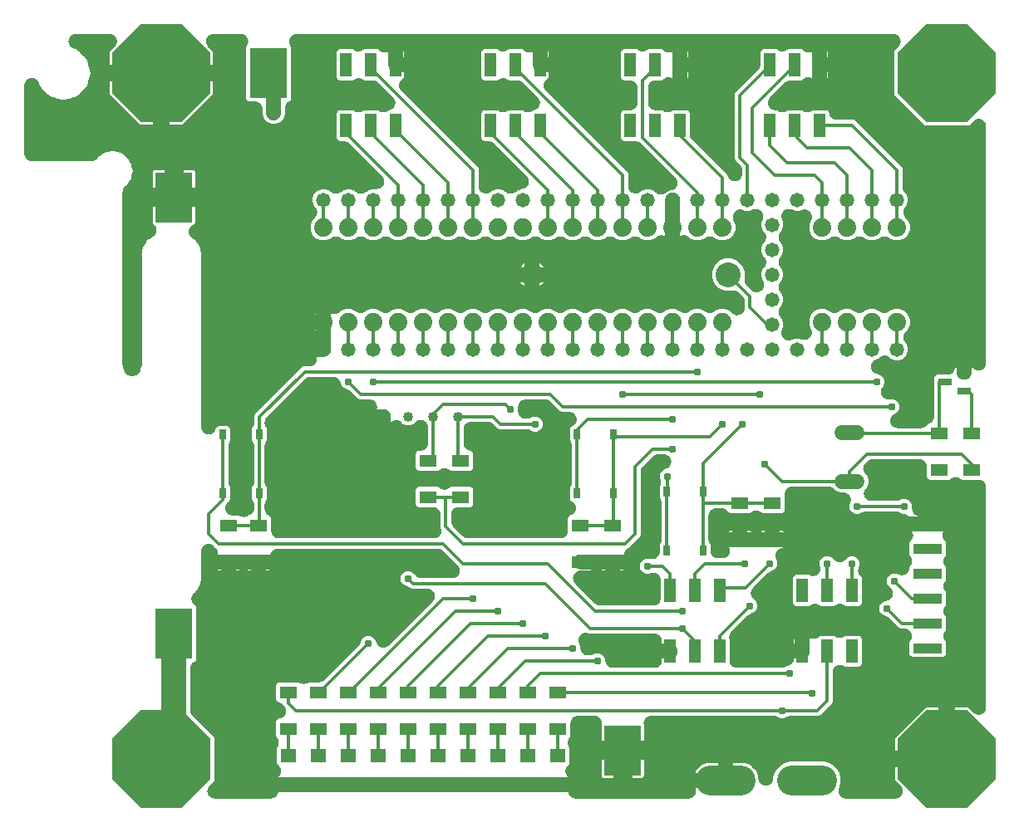
<source format=gbr>
G04 EAGLE Gerber RS-274X export*
G75*
%MOMM*%
%FSLAX34Y34*%
%LPD*%
%INTop Copper*%
%IPPOS*%
%AMOC8*
5,1,8,0,0,1.08239X$1,22.5*%
G01*
%ADD10C,3.048000*%
%ADD11C,1.879600*%
%ADD12P,10.823900X8X22.500000*%
%ADD13C,1.524000*%
%ADD14R,1.147000X2.408000*%
%ADD15R,3.810000X5.080000*%
%ADD16R,1.397000X0.635000*%
%ADD17C,2.286000*%
%ADD18C,2.540000*%
%ADD19R,3.000000X1.000000*%
%ADD20R,1.800000X1.300000*%
%ADD21R,1.600000X1.400000*%
%ADD22C,1.473200*%
%ADD23R,1.016000X1.016000*%
%ADD24C,1.016000*%
%ADD25R,0.700000X1.000000*%
%ADD26C,2.540000*%
%ADD27C,0.304800*%
%ADD28C,0.787400*%
%ADD29C,1.524000*%

G36*
X406534Y479289D02*
X406534Y479289D01*
X406537Y479289D01*
X406917Y479315D01*
X407310Y479342D01*
X407313Y479343D01*
X407316Y479343D01*
X407707Y479411D01*
X408079Y479475D01*
X408082Y479476D01*
X408085Y479476D01*
X408470Y479585D01*
X408830Y479686D01*
X408833Y479687D01*
X408836Y479688D01*
X409316Y479868D01*
X412322Y481113D01*
X412617Y481253D01*
X412916Y481390D01*
X412970Y481421D01*
X413027Y481448D01*
X413306Y481618D01*
X413590Y481784D01*
X413640Y481821D01*
X413693Y481854D01*
X413954Y482051D01*
X414219Y482246D01*
X414265Y482288D01*
X414315Y482325D01*
X414555Y482549D01*
X414798Y482769D01*
X414840Y482815D01*
X414886Y482858D01*
X415101Y483106D01*
X415321Y483349D01*
X415357Y483399D01*
X415398Y483446D01*
X415588Y483715D01*
X415781Y483979D01*
X415812Y484033D01*
X415848Y484084D01*
X416009Y484370D01*
X416174Y484653D01*
X416200Y484710D01*
X416231Y484765D01*
X416361Y485065D01*
X416497Y485364D01*
X416517Y485423D01*
X416541Y485480D01*
X416640Y485792D01*
X416745Y486104D01*
X416759Y486165D01*
X416777Y486224D01*
X416844Y486545D01*
X416916Y486865D01*
X416923Y486928D01*
X416936Y486989D01*
X416969Y487314D01*
X417008Y487640D01*
X417011Y487719D01*
X417015Y487765D01*
X417015Y487859D01*
X417025Y488152D01*
X417025Y491690D01*
X417025Y491693D01*
X417025Y491696D01*
X417006Y492073D01*
X416985Y492469D01*
X416985Y492472D01*
X416985Y492475D01*
X416929Y492835D01*
X416866Y493240D01*
X416865Y493244D01*
X416864Y493246D01*
X416771Y493602D01*
X416668Y493995D01*
X416667Y493998D01*
X416666Y494001D01*
X416530Y494364D01*
X416394Y494726D01*
X416393Y494729D01*
X416392Y494732D01*
X416215Y495087D01*
X416047Y495425D01*
X416045Y495428D01*
X416044Y495431D01*
X415840Y495752D01*
X415817Y495788D01*
X415049Y497642D01*
X415049Y509158D01*
X415800Y510970D01*
X415960Y511245D01*
X416171Y511606D01*
X416173Y511609D01*
X416174Y511611D01*
X416325Y511944D01*
X416494Y512316D01*
X416495Y512319D01*
X416497Y512322D01*
X416615Y512676D01*
X416743Y513056D01*
X416744Y513059D01*
X416745Y513062D01*
X416825Y513420D01*
X416915Y513818D01*
X416915Y513821D01*
X416916Y513824D01*
X416959Y514190D01*
X417008Y514592D01*
X417008Y514596D01*
X417008Y514599D01*
X417025Y515110D01*
X417025Y551690D01*
X417025Y551693D01*
X417025Y551696D01*
X417006Y552065D01*
X416985Y552469D01*
X416985Y552472D01*
X416985Y552475D01*
X416928Y552837D01*
X416866Y553240D01*
X416865Y553244D01*
X416864Y553246D01*
X416771Y553601D01*
X416668Y553995D01*
X416667Y553998D01*
X416666Y554001D01*
X416531Y554362D01*
X416394Y554726D01*
X416393Y554729D01*
X416392Y554732D01*
X416215Y555087D01*
X416047Y555425D01*
X416045Y555428D01*
X416044Y555431D01*
X415835Y555760D01*
X415817Y555788D01*
X415049Y557642D01*
X415049Y569158D01*
X415800Y570970D01*
X415969Y571260D01*
X416171Y571606D01*
X416173Y571609D01*
X416174Y571611D01*
X416325Y571943D01*
X416494Y572316D01*
X416495Y572319D01*
X416497Y572322D01*
X416616Y572677D01*
X416743Y573056D01*
X416744Y573059D01*
X416745Y573062D01*
X416822Y573405D01*
X416915Y573818D01*
X416915Y573821D01*
X416916Y573824D01*
X416957Y574173D01*
X417008Y574592D01*
X417008Y574596D01*
X417008Y574599D01*
X417025Y575110D01*
X417025Y582241D01*
X417837Y584202D01*
X465538Y631903D01*
X467499Y632715D01*
X473190Y632715D01*
X473214Y632716D01*
X473237Y632715D01*
X473603Y632736D01*
X473970Y632755D01*
X473993Y632758D01*
X474017Y632760D01*
X474379Y632818D01*
X474741Y632874D01*
X474764Y632880D01*
X474787Y632884D01*
X475142Y632979D01*
X475496Y633072D01*
X475518Y633080D01*
X475541Y633086D01*
X475885Y633218D01*
X476227Y633346D01*
X476248Y633356D01*
X476270Y633365D01*
X476598Y633531D01*
X476926Y633693D01*
X476945Y633706D01*
X476967Y633717D01*
X477276Y633915D01*
X477585Y634110D01*
X477604Y634125D01*
X477624Y634138D01*
X477910Y634366D01*
X478199Y634593D01*
X478216Y634609D01*
X478234Y634624D01*
X478497Y634881D01*
X478760Y635135D01*
X478775Y635153D01*
X478792Y635170D01*
X479027Y635452D01*
X479263Y635732D01*
X479276Y635752D01*
X479291Y635770D01*
X479495Y636074D01*
X479702Y636377D01*
X479713Y636398D01*
X479726Y636418D01*
X479897Y636740D01*
X480072Y637064D01*
X480081Y637086D01*
X480092Y637107D01*
X480229Y637444D01*
X480371Y637786D01*
X480377Y637808D01*
X480386Y637830D01*
X480488Y638178D01*
X480594Y638533D01*
X480598Y638557D01*
X480605Y638579D01*
X480670Y638939D01*
X480739Y639300D01*
X480741Y639324D01*
X480745Y639347D01*
X480774Y639712D01*
X480805Y640078D01*
X480805Y640102D01*
X480807Y640125D01*
X480798Y640490D01*
X480791Y640858D01*
X480789Y640882D01*
X480788Y640905D01*
X480742Y641269D01*
X480698Y641633D01*
X480693Y641656D01*
X480690Y641680D01*
X480606Y642037D01*
X480526Y642394D01*
X480518Y642417D01*
X480513Y642440D01*
X480450Y642621D01*
X487680Y642621D01*
X487942Y642634D01*
X488204Y642639D01*
X488331Y642654D01*
X488459Y642661D01*
X488719Y642701D01*
X488979Y642732D01*
X489104Y642760D01*
X489230Y642780D01*
X489484Y642847D01*
X489740Y642904D01*
X489861Y642945D01*
X489985Y642978D01*
X490231Y643070D01*
X490480Y643154D01*
X490596Y643207D01*
X490716Y643252D01*
X490951Y643368D01*
X491190Y643477D01*
X491301Y643542D01*
X491415Y643599D01*
X491637Y643739D01*
X491863Y643872D01*
X491967Y643948D01*
X492075Y644016D01*
X492281Y644178D01*
X492493Y644333D01*
X492588Y644419D01*
X492689Y644498D01*
X492877Y644681D01*
X493072Y644857D01*
X493158Y644952D01*
X493250Y645041D01*
X493419Y645242D01*
X493595Y645437D01*
X493670Y645540D01*
X493753Y645638D01*
X493900Y645856D01*
X494055Y646067D01*
X494119Y646178D01*
X494192Y646284D01*
X494316Y646515D01*
X494448Y646741D01*
X494501Y646858D01*
X494562Y646971D01*
X494662Y647213D01*
X494771Y647452D01*
X494812Y647574D01*
X494861Y647692D01*
X494936Y647944D01*
X495019Y648192D01*
X495047Y648317D01*
X495084Y648440D01*
X495133Y648698D01*
X495190Y648954D01*
X495205Y649081D01*
X495229Y649207D01*
X495251Y649468D01*
X495282Y649729D01*
X495288Y649901D01*
X495295Y649984D01*
X495294Y650068D01*
X495299Y650240D01*
X495299Y687429D01*
X495339Y687402D01*
X495474Y687328D01*
X495604Y687246D01*
X495816Y687141D01*
X496023Y687027D01*
X496166Y686967D01*
X496304Y686899D01*
X496525Y686816D01*
X496743Y686725D01*
X496890Y686680D01*
X497035Y686626D01*
X497263Y686566D01*
X497489Y686497D01*
X497641Y686467D01*
X497790Y686429D01*
X498023Y686393D01*
X498255Y686347D01*
X498409Y686333D01*
X498561Y686310D01*
X498797Y686298D01*
X499032Y686276D01*
X499187Y686278D01*
X499341Y686270D01*
X499576Y686283D01*
X499813Y686285D01*
X499966Y686303D01*
X500120Y686311D01*
X500353Y686347D01*
X500588Y686374D01*
X500739Y686407D01*
X500891Y686431D01*
X501120Y686491D01*
X501351Y686542D01*
X501497Y686590D01*
X501646Y686629D01*
X501868Y686713D01*
X502092Y686787D01*
X502232Y686850D01*
X502377Y686904D01*
X502588Y687009D01*
X502804Y687106D01*
X502937Y687183D01*
X503075Y687252D01*
X503275Y687379D01*
X503480Y687497D01*
X503604Y687587D01*
X503735Y687669D01*
X503920Y687816D01*
X504112Y687954D01*
X504227Y688057D01*
X504348Y688152D01*
X504653Y688438D01*
X504694Y688474D01*
X504704Y688486D01*
X504722Y688502D01*
X505598Y689378D01*
X510453Y691389D01*
X515707Y691389D01*
X520595Y689364D01*
X520776Y689190D01*
X520877Y689111D01*
X520972Y689025D01*
X521183Y688870D01*
X521390Y688708D01*
X521498Y688639D01*
X521602Y688564D01*
X521828Y688431D01*
X522050Y688291D01*
X522165Y688235D01*
X522275Y688170D01*
X522515Y688061D01*
X522749Y687945D01*
X522869Y687900D01*
X522986Y687847D01*
X523234Y687763D01*
X523480Y687671D01*
X523604Y687639D01*
X523726Y687598D01*
X523981Y687541D01*
X524235Y687474D01*
X524362Y687455D01*
X524487Y687426D01*
X524748Y687395D01*
X525007Y687355D01*
X525134Y687349D01*
X525262Y687334D01*
X525525Y687329D01*
X525786Y687316D01*
X525914Y687323D01*
X526042Y687320D01*
X526304Y687343D01*
X526566Y687357D01*
X526692Y687376D01*
X526820Y687387D01*
X527078Y687436D01*
X527337Y687477D01*
X527460Y687509D01*
X527586Y687533D01*
X527838Y687608D01*
X528092Y687675D01*
X528212Y687720D01*
X528334Y687757D01*
X528576Y687857D01*
X528822Y687950D01*
X528937Y688007D01*
X529055Y688056D01*
X529286Y688180D01*
X529521Y688298D01*
X529629Y688366D01*
X529742Y688427D01*
X529959Y688575D01*
X530180Y688715D01*
X530281Y688794D01*
X530387Y688866D01*
X530587Y689035D01*
X530794Y689198D01*
X530919Y689316D01*
X530983Y689370D01*
X530987Y689373D01*
X535853Y691389D01*
X541107Y691389D01*
X545995Y689364D01*
X546176Y689190D01*
X546277Y689111D01*
X546372Y689025D01*
X546583Y688870D01*
X546790Y688708D01*
X546898Y688639D01*
X547002Y688564D01*
X547228Y688431D01*
X547450Y688291D01*
X547565Y688235D01*
X547675Y688170D01*
X547915Y688061D01*
X548149Y687945D01*
X548269Y687900D01*
X548386Y687847D01*
X548634Y687763D01*
X548880Y687671D01*
X549004Y687639D01*
X549126Y687598D01*
X549381Y687541D01*
X549635Y687474D01*
X549762Y687455D01*
X549887Y687426D01*
X550148Y687395D01*
X550407Y687355D01*
X550534Y687349D01*
X550662Y687334D01*
X550925Y687329D01*
X551186Y687316D01*
X551314Y687323D01*
X551442Y687320D01*
X551704Y687343D01*
X551966Y687357D01*
X552092Y687376D01*
X552220Y687387D01*
X552478Y687436D01*
X552737Y687477D01*
X552860Y687509D01*
X552986Y687533D01*
X553238Y687608D01*
X553492Y687675D01*
X553612Y687720D01*
X553734Y687757D01*
X553976Y687857D01*
X554222Y687950D01*
X554337Y688007D01*
X554455Y688056D01*
X554686Y688180D01*
X554921Y688298D01*
X555029Y688366D01*
X555142Y688427D01*
X555359Y688575D01*
X555580Y688715D01*
X555681Y688794D01*
X555787Y688866D01*
X555987Y689035D01*
X556194Y689198D01*
X556319Y689316D01*
X556383Y689370D01*
X556387Y689373D01*
X561253Y691389D01*
X566507Y691389D01*
X571395Y689364D01*
X571576Y689190D01*
X571677Y689111D01*
X571772Y689025D01*
X571983Y688870D01*
X572190Y688708D01*
X572298Y688639D01*
X572402Y688564D01*
X572628Y688431D01*
X572850Y688291D01*
X572965Y688235D01*
X573075Y688170D01*
X573315Y688061D01*
X573549Y687945D01*
X573669Y687900D01*
X573786Y687847D01*
X574034Y687763D01*
X574280Y687671D01*
X574404Y687639D01*
X574526Y687598D01*
X574781Y687541D01*
X575035Y687474D01*
X575162Y687455D01*
X575287Y687426D01*
X575548Y687395D01*
X575807Y687355D01*
X575934Y687349D01*
X576062Y687334D01*
X576325Y687329D01*
X576586Y687316D01*
X576714Y687323D01*
X576842Y687320D01*
X577104Y687343D01*
X577366Y687357D01*
X577492Y687376D01*
X577620Y687387D01*
X577878Y687436D01*
X578137Y687477D01*
X578260Y687509D01*
X578386Y687533D01*
X578638Y687608D01*
X578892Y687675D01*
X579012Y687720D01*
X579134Y687757D01*
X579376Y687857D01*
X579622Y687950D01*
X579737Y688007D01*
X579855Y688056D01*
X580086Y688180D01*
X580321Y688298D01*
X580429Y688366D01*
X580542Y688427D01*
X580759Y688575D01*
X580980Y688715D01*
X581081Y688794D01*
X581187Y688866D01*
X581387Y689035D01*
X581594Y689198D01*
X581719Y689316D01*
X581783Y689370D01*
X581787Y689373D01*
X586653Y691389D01*
X591907Y691389D01*
X596795Y689364D01*
X596976Y689190D01*
X597077Y689111D01*
X597172Y689025D01*
X597383Y688870D01*
X597590Y688708D01*
X597698Y688639D01*
X597802Y688564D01*
X598028Y688431D01*
X598250Y688291D01*
X598365Y688235D01*
X598475Y688170D01*
X598715Y688061D01*
X598949Y687945D01*
X599069Y687900D01*
X599186Y687847D01*
X599434Y687763D01*
X599680Y687671D01*
X599804Y687639D01*
X599926Y687598D01*
X600181Y687541D01*
X600435Y687474D01*
X600562Y687455D01*
X600687Y687426D01*
X600948Y687395D01*
X601207Y687355D01*
X601334Y687349D01*
X601462Y687334D01*
X601725Y687329D01*
X601986Y687316D01*
X602114Y687323D01*
X602242Y687320D01*
X602504Y687343D01*
X602766Y687357D01*
X602892Y687376D01*
X603020Y687387D01*
X603278Y687436D01*
X603537Y687477D01*
X603660Y687509D01*
X603786Y687533D01*
X604038Y687608D01*
X604292Y687675D01*
X604412Y687720D01*
X604534Y687757D01*
X604776Y687857D01*
X605022Y687950D01*
X605137Y688007D01*
X605255Y688056D01*
X605486Y688180D01*
X605721Y688298D01*
X605829Y688366D01*
X605942Y688427D01*
X606159Y688575D01*
X606380Y688715D01*
X606481Y688794D01*
X606587Y688866D01*
X606787Y689035D01*
X606994Y689198D01*
X607119Y689316D01*
X607183Y689370D01*
X607187Y689373D01*
X612053Y691389D01*
X617307Y691389D01*
X622195Y689364D01*
X622376Y689190D01*
X622477Y689111D01*
X622572Y689025D01*
X622783Y688870D01*
X622990Y688708D01*
X623098Y688639D01*
X623202Y688564D01*
X623428Y688431D01*
X623650Y688291D01*
X623765Y688235D01*
X623875Y688170D01*
X624115Y688061D01*
X624349Y687945D01*
X624469Y687900D01*
X624586Y687847D01*
X624834Y687763D01*
X625080Y687671D01*
X625204Y687639D01*
X625326Y687598D01*
X625581Y687541D01*
X625835Y687474D01*
X625962Y687455D01*
X626087Y687426D01*
X626348Y687395D01*
X626607Y687355D01*
X626734Y687349D01*
X626862Y687334D01*
X627125Y687329D01*
X627386Y687316D01*
X627514Y687323D01*
X627642Y687320D01*
X627904Y687343D01*
X628166Y687357D01*
X628292Y687376D01*
X628420Y687387D01*
X628678Y687436D01*
X628937Y687477D01*
X629060Y687509D01*
X629186Y687533D01*
X629438Y687608D01*
X629692Y687675D01*
X629812Y687720D01*
X629934Y687757D01*
X630176Y687857D01*
X630422Y687950D01*
X630537Y688007D01*
X630655Y688056D01*
X630886Y688180D01*
X631121Y688298D01*
X631229Y688366D01*
X631342Y688427D01*
X631559Y688575D01*
X631780Y688715D01*
X631881Y688794D01*
X631987Y688866D01*
X632187Y689035D01*
X632394Y689198D01*
X632519Y689316D01*
X632583Y689370D01*
X632587Y689373D01*
X637453Y691389D01*
X642707Y691389D01*
X647595Y689364D01*
X647776Y689190D01*
X647877Y689111D01*
X647972Y689025D01*
X648183Y688870D01*
X648390Y688708D01*
X648498Y688639D01*
X648602Y688564D01*
X648828Y688431D01*
X649050Y688291D01*
X649165Y688235D01*
X649275Y688170D01*
X649515Y688061D01*
X649749Y687945D01*
X649869Y687900D01*
X649986Y687847D01*
X650234Y687763D01*
X650480Y687671D01*
X650604Y687639D01*
X650726Y687598D01*
X650981Y687541D01*
X651235Y687474D01*
X651362Y687455D01*
X651487Y687426D01*
X651748Y687395D01*
X652007Y687355D01*
X652134Y687349D01*
X652262Y687334D01*
X652525Y687329D01*
X652786Y687316D01*
X652914Y687323D01*
X653042Y687320D01*
X653304Y687343D01*
X653566Y687357D01*
X653692Y687376D01*
X653820Y687387D01*
X654078Y687436D01*
X654337Y687477D01*
X654460Y687509D01*
X654586Y687533D01*
X654838Y687608D01*
X655092Y687675D01*
X655212Y687720D01*
X655334Y687757D01*
X655576Y687857D01*
X655822Y687950D01*
X655937Y688007D01*
X656055Y688056D01*
X656286Y688180D01*
X656521Y688298D01*
X656629Y688366D01*
X656742Y688427D01*
X656959Y688575D01*
X657180Y688715D01*
X657281Y688794D01*
X657387Y688866D01*
X657587Y689035D01*
X657794Y689198D01*
X657919Y689316D01*
X657983Y689370D01*
X657987Y689373D01*
X662853Y691389D01*
X668107Y691389D01*
X672995Y689364D01*
X673176Y689189D01*
X673277Y689110D01*
X673372Y689025D01*
X673584Y688870D01*
X673790Y688708D01*
X673898Y688639D01*
X674002Y688564D01*
X674228Y688431D01*
X674450Y688291D01*
X674565Y688235D01*
X674675Y688170D01*
X674915Y688061D01*
X675149Y687945D01*
X675269Y687900D01*
X675386Y687847D01*
X675635Y687763D01*
X675880Y687671D01*
X676004Y687639D01*
X676126Y687598D01*
X676382Y687540D01*
X676636Y687474D01*
X676762Y687455D01*
X676887Y687426D01*
X677148Y687395D01*
X677407Y687355D01*
X677535Y687349D01*
X677662Y687334D01*
X677924Y687329D01*
X678186Y687316D01*
X678315Y687323D01*
X678442Y687320D01*
X678703Y687343D01*
X678966Y687357D01*
X679093Y687376D01*
X679220Y687387D01*
X679477Y687436D01*
X679737Y687477D01*
X679861Y687509D01*
X679987Y687533D01*
X680238Y687609D01*
X680492Y687675D01*
X680612Y687720D01*
X680734Y687757D01*
X680977Y687858D01*
X681222Y687950D01*
X681337Y688007D01*
X681455Y688056D01*
X681686Y688181D01*
X681921Y688298D01*
X682029Y688366D01*
X682142Y688427D01*
X682359Y688575D01*
X682581Y688715D01*
X682681Y688794D01*
X682787Y688866D01*
X682987Y689035D01*
X683194Y689198D01*
X683320Y689316D01*
X683384Y689370D01*
X683387Y689373D01*
X688253Y691389D01*
X693507Y691389D01*
X698395Y689364D01*
X698576Y689190D01*
X698677Y689111D01*
X698772Y689025D01*
X698983Y688870D01*
X699190Y688708D01*
X699298Y688639D01*
X699402Y688564D01*
X699628Y688431D01*
X699850Y688291D01*
X699965Y688235D01*
X700075Y688170D01*
X700315Y688061D01*
X700549Y687945D01*
X700669Y687900D01*
X700786Y687847D01*
X701034Y687763D01*
X701280Y687671D01*
X701404Y687639D01*
X701526Y687598D01*
X701781Y687541D01*
X702035Y687474D01*
X702162Y687455D01*
X702287Y687426D01*
X702548Y687395D01*
X702807Y687355D01*
X702934Y687349D01*
X703062Y687334D01*
X703325Y687329D01*
X703586Y687316D01*
X703714Y687323D01*
X703842Y687320D01*
X704104Y687343D01*
X704366Y687357D01*
X704492Y687376D01*
X704620Y687387D01*
X704878Y687436D01*
X705137Y687477D01*
X705260Y687509D01*
X705386Y687533D01*
X705638Y687608D01*
X705892Y687675D01*
X706012Y687720D01*
X706134Y687757D01*
X706376Y687857D01*
X706622Y687950D01*
X706737Y688007D01*
X706855Y688056D01*
X707086Y688180D01*
X707321Y688298D01*
X707429Y688366D01*
X707542Y688427D01*
X707759Y688575D01*
X707980Y688715D01*
X708081Y688794D01*
X708187Y688866D01*
X708387Y689035D01*
X708594Y689198D01*
X708719Y689316D01*
X708783Y689370D01*
X708787Y689373D01*
X713653Y691389D01*
X718907Y691389D01*
X723795Y689364D01*
X723976Y689190D01*
X724077Y689111D01*
X724172Y689025D01*
X724383Y688870D01*
X724590Y688708D01*
X724698Y688639D01*
X724802Y688564D01*
X725028Y688431D01*
X725250Y688291D01*
X725365Y688235D01*
X725475Y688170D01*
X725715Y688061D01*
X725949Y687945D01*
X726069Y687900D01*
X726186Y687847D01*
X726434Y687763D01*
X726680Y687671D01*
X726804Y687639D01*
X726926Y687598D01*
X727181Y687541D01*
X727435Y687474D01*
X727562Y687455D01*
X727687Y687426D01*
X727948Y687395D01*
X728207Y687355D01*
X728334Y687349D01*
X728462Y687334D01*
X728725Y687329D01*
X728986Y687316D01*
X729114Y687323D01*
X729242Y687320D01*
X729504Y687343D01*
X729766Y687357D01*
X729892Y687376D01*
X730020Y687387D01*
X730278Y687436D01*
X730537Y687477D01*
X730660Y687509D01*
X730786Y687533D01*
X731038Y687608D01*
X731292Y687675D01*
X731412Y687720D01*
X731534Y687757D01*
X731776Y687857D01*
X732022Y687950D01*
X732137Y688007D01*
X732255Y688056D01*
X732486Y688180D01*
X732721Y688298D01*
X732829Y688366D01*
X732942Y688427D01*
X733159Y688575D01*
X733380Y688715D01*
X733481Y688794D01*
X733587Y688866D01*
X733787Y689035D01*
X733994Y689198D01*
X734119Y689316D01*
X734183Y689370D01*
X734187Y689373D01*
X739053Y691389D01*
X744307Y691389D01*
X749195Y689364D01*
X749376Y689190D01*
X749477Y689111D01*
X749572Y689025D01*
X749783Y688870D01*
X749990Y688708D01*
X750098Y688639D01*
X750202Y688564D01*
X750428Y688431D01*
X750650Y688291D01*
X750765Y688235D01*
X750875Y688170D01*
X751115Y688061D01*
X751349Y687945D01*
X751469Y687900D01*
X751586Y687847D01*
X751834Y687763D01*
X752080Y687671D01*
X752204Y687639D01*
X752326Y687598D01*
X752581Y687541D01*
X752835Y687474D01*
X752962Y687455D01*
X753087Y687426D01*
X753348Y687395D01*
X753607Y687355D01*
X753734Y687349D01*
X753862Y687334D01*
X754125Y687329D01*
X754386Y687316D01*
X754514Y687323D01*
X754642Y687320D01*
X754904Y687343D01*
X755166Y687357D01*
X755292Y687376D01*
X755420Y687387D01*
X755678Y687436D01*
X755937Y687477D01*
X756060Y687509D01*
X756186Y687533D01*
X756438Y687608D01*
X756692Y687675D01*
X756812Y687720D01*
X756934Y687757D01*
X757176Y687857D01*
X757422Y687950D01*
X757537Y688007D01*
X757655Y688056D01*
X757886Y688180D01*
X758121Y688298D01*
X758229Y688366D01*
X758342Y688427D01*
X758559Y688575D01*
X758780Y688715D01*
X758881Y688794D01*
X758987Y688866D01*
X759187Y689035D01*
X759394Y689198D01*
X759519Y689316D01*
X759583Y689370D01*
X759587Y689373D01*
X764453Y691389D01*
X769707Y691389D01*
X774595Y689364D01*
X774776Y689190D01*
X774877Y689111D01*
X774972Y689025D01*
X775183Y688870D01*
X775390Y688708D01*
X775498Y688639D01*
X775602Y688564D01*
X775828Y688431D01*
X776050Y688291D01*
X776165Y688235D01*
X776275Y688170D01*
X776515Y688061D01*
X776749Y687945D01*
X776869Y687900D01*
X776986Y687847D01*
X777234Y687763D01*
X777480Y687671D01*
X777604Y687639D01*
X777726Y687598D01*
X777981Y687541D01*
X778235Y687474D01*
X778362Y687455D01*
X778487Y687426D01*
X778748Y687395D01*
X779007Y687355D01*
X779134Y687349D01*
X779262Y687334D01*
X779525Y687329D01*
X779786Y687316D01*
X779914Y687323D01*
X780042Y687320D01*
X780304Y687343D01*
X780566Y687357D01*
X780692Y687376D01*
X780820Y687387D01*
X781078Y687436D01*
X781337Y687477D01*
X781460Y687509D01*
X781586Y687533D01*
X781838Y687608D01*
X782092Y687675D01*
X782212Y687720D01*
X782334Y687757D01*
X782576Y687857D01*
X782822Y687950D01*
X782937Y688007D01*
X783055Y688056D01*
X783286Y688180D01*
X783521Y688298D01*
X783629Y688366D01*
X783742Y688427D01*
X783959Y688575D01*
X784180Y688715D01*
X784281Y688794D01*
X784387Y688866D01*
X784587Y689035D01*
X784794Y689198D01*
X784919Y689316D01*
X784983Y689370D01*
X784987Y689373D01*
X789853Y691389D01*
X795107Y691389D01*
X799995Y689364D01*
X800176Y689190D01*
X800277Y689111D01*
X800372Y689025D01*
X800583Y688870D01*
X800790Y688708D01*
X800898Y688639D01*
X801002Y688564D01*
X801228Y688431D01*
X801450Y688291D01*
X801565Y688235D01*
X801675Y688170D01*
X801915Y688061D01*
X802149Y687945D01*
X802269Y687900D01*
X802386Y687847D01*
X802634Y687763D01*
X802880Y687671D01*
X803004Y687639D01*
X803126Y687598D01*
X803381Y687541D01*
X803635Y687474D01*
X803762Y687455D01*
X803887Y687426D01*
X804148Y687395D01*
X804407Y687355D01*
X804534Y687349D01*
X804662Y687334D01*
X804925Y687329D01*
X805186Y687316D01*
X805314Y687323D01*
X805442Y687320D01*
X805704Y687343D01*
X805966Y687357D01*
X806092Y687376D01*
X806220Y687387D01*
X806478Y687436D01*
X806737Y687477D01*
X806860Y687509D01*
X806986Y687533D01*
X807238Y687608D01*
X807492Y687675D01*
X807612Y687720D01*
X807734Y687757D01*
X807976Y687857D01*
X808222Y687950D01*
X808337Y688007D01*
X808455Y688056D01*
X808686Y688180D01*
X808921Y688298D01*
X809029Y688366D01*
X809142Y688427D01*
X809359Y688575D01*
X809580Y688715D01*
X809681Y688794D01*
X809787Y688866D01*
X809987Y689035D01*
X810194Y689198D01*
X810319Y689316D01*
X810383Y689370D01*
X810387Y689373D01*
X815253Y691389D01*
X820507Y691389D01*
X825395Y689364D01*
X825576Y689190D01*
X825677Y689111D01*
X825772Y689025D01*
X825983Y688870D01*
X826190Y688708D01*
X826298Y688639D01*
X826402Y688564D01*
X826628Y688431D01*
X826850Y688291D01*
X826965Y688235D01*
X827075Y688170D01*
X827315Y688061D01*
X827549Y687945D01*
X827669Y687900D01*
X827786Y687847D01*
X828034Y687763D01*
X828280Y687671D01*
X828404Y687639D01*
X828526Y687598D01*
X828781Y687541D01*
X829035Y687474D01*
X829162Y687455D01*
X829287Y687426D01*
X829548Y687395D01*
X829807Y687355D01*
X829934Y687349D01*
X830062Y687334D01*
X830325Y687329D01*
X830586Y687316D01*
X830714Y687323D01*
X830842Y687320D01*
X831104Y687343D01*
X831366Y687357D01*
X831492Y687376D01*
X831620Y687387D01*
X831878Y687436D01*
X832137Y687477D01*
X832260Y687509D01*
X832386Y687533D01*
X832638Y687608D01*
X832892Y687675D01*
X833012Y687720D01*
X833134Y687757D01*
X833376Y687857D01*
X833622Y687950D01*
X833737Y688007D01*
X833855Y688056D01*
X834086Y688180D01*
X834321Y688298D01*
X834429Y688366D01*
X834542Y688427D01*
X834759Y688575D01*
X834980Y688715D01*
X835081Y688794D01*
X835187Y688866D01*
X835387Y689035D01*
X835594Y689198D01*
X835719Y689316D01*
X835783Y689370D01*
X835787Y689373D01*
X840653Y691389D01*
X845907Y691389D01*
X850795Y689364D01*
X850976Y689190D01*
X851077Y689111D01*
X851172Y689025D01*
X851383Y688870D01*
X851590Y688708D01*
X851698Y688639D01*
X851802Y688564D01*
X852028Y688431D01*
X852250Y688291D01*
X852365Y688235D01*
X852475Y688170D01*
X852715Y688061D01*
X852949Y687945D01*
X853069Y687900D01*
X853186Y687847D01*
X853434Y687763D01*
X853680Y687671D01*
X853804Y687639D01*
X853926Y687598D01*
X854181Y687541D01*
X854435Y687474D01*
X854562Y687455D01*
X854687Y687426D01*
X854948Y687395D01*
X855207Y687355D01*
X855334Y687349D01*
X855462Y687334D01*
X855725Y687329D01*
X855986Y687316D01*
X856114Y687323D01*
X856242Y687320D01*
X856504Y687343D01*
X856766Y687357D01*
X856892Y687376D01*
X857020Y687387D01*
X857278Y687436D01*
X857537Y687477D01*
X857660Y687509D01*
X857786Y687533D01*
X858038Y687608D01*
X858292Y687675D01*
X858412Y687720D01*
X858534Y687757D01*
X858776Y687857D01*
X859022Y687950D01*
X859137Y688007D01*
X859255Y688056D01*
X859486Y688180D01*
X859721Y688298D01*
X859829Y688366D01*
X859942Y688427D01*
X860159Y688575D01*
X860380Y688715D01*
X860481Y688794D01*
X860587Y688866D01*
X860787Y689035D01*
X860994Y689198D01*
X861119Y689316D01*
X861183Y689370D01*
X861187Y689373D01*
X866053Y691389D01*
X871307Y691389D01*
X876195Y689364D01*
X876376Y689190D01*
X876477Y689111D01*
X876572Y689025D01*
X876783Y688870D01*
X876990Y688708D01*
X877098Y688639D01*
X877202Y688564D01*
X877428Y688431D01*
X877650Y688291D01*
X877765Y688235D01*
X877875Y688170D01*
X878115Y688061D01*
X878349Y687945D01*
X878469Y687900D01*
X878586Y687847D01*
X878834Y687763D01*
X879080Y687671D01*
X879204Y687639D01*
X879326Y687598D01*
X879581Y687541D01*
X879835Y687474D01*
X879962Y687455D01*
X880087Y687426D01*
X880348Y687395D01*
X880607Y687355D01*
X880734Y687349D01*
X880862Y687334D01*
X881125Y687329D01*
X881386Y687316D01*
X881514Y687323D01*
X881642Y687320D01*
X881904Y687343D01*
X882166Y687357D01*
X882292Y687376D01*
X882420Y687387D01*
X882678Y687436D01*
X882937Y687477D01*
X883060Y687509D01*
X883186Y687533D01*
X883438Y687608D01*
X883692Y687675D01*
X883812Y687720D01*
X883934Y687757D01*
X884176Y687857D01*
X884422Y687950D01*
X884537Y688007D01*
X884655Y688056D01*
X884886Y688180D01*
X885121Y688298D01*
X885229Y688366D01*
X885342Y688427D01*
X885559Y688575D01*
X885780Y688715D01*
X885881Y688794D01*
X885987Y688866D01*
X886187Y689035D01*
X886394Y689198D01*
X886519Y689316D01*
X886583Y689370D01*
X886587Y689373D01*
X891453Y691389D01*
X896707Y691389D01*
X901562Y689378D01*
X903678Y687262D01*
X903776Y687174D01*
X903867Y687079D01*
X904066Y686912D01*
X904258Y686739D01*
X904364Y686661D01*
X904464Y686577D01*
X904678Y686431D01*
X904888Y686278D01*
X905001Y686211D01*
X905110Y686138D01*
X905338Y686015D01*
X905561Y685884D01*
X905681Y685830D01*
X905796Y685767D01*
X906036Y685668D01*
X906272Y685561D01*
X906396Y685519D01*
X906518Y685469D01*
X906766Y685395D01*
X907012Y685312D01*
X907140Y685283D01*
X907266Y685246D01*
X907520Y685197D01*
X907773Y685140D01*
X907903Y685125D01*
X908032Y685100D01*
X908290Y685078D01*
X908548Y685048D01*
X908679Y685045D01*
X908810Y685034D01*
X909069Y685039D01*
X909328Y685034D01*
X909459Y685046D01*
X909590Y685048D01*
X909848Y685079D01*
X910106Y685101D01*
X910235Y685126D01*
X910365Y685142D01*
X910618Y685199D01*
X910873Y685247D01*
X910998Y685285D01*
X911126Y685314D01*
X911372Y685397D01*
X911620Y685471D01*
X911742Y685521D01*
X911866Y685563D01*
X912102Y685671D01*
X912341Y685770D01*
X912456Y685832D01*
X912576Y685887D01*
X912800Y686018D01*
X913028Y686141D01*
X913136Y686215D01*
X913250Y686281D01*
X913459Y686434D01*
X913673Y686580D01*
X913773Y686665D01*
X913879Y686743D01*
X914071Y686916D01*
X914270Y687084D01*
X914361Y687178D01*
X914458Y687266D01*
X914632Y687459D01*
X914812Y687645D01*
X914893Y687748D01*
X914981Y687846D01*
X915133Y688055D01*
X915293Y688259D01*
X915364Y688370D01*
X915441Y688476D01*
X915571Y688700D01*
X915710Y688919D01*
X915768Y689037D01*
X915834Y689150D01*
X915941Y689386D01*
X916057Y689618D01*
X916102Y689741D01*
X916157Y689861D01*
X916239Y690107D01*
X916330Y690349D01*
X916363Y690477D01*
X916405Y690601D01*
X916462Y690853D01*
X916527Y691105D01*
X916547Y691234D01*
X916576Y691362D01*
X916606Y691620D01*
X916646Y691876D01*
X916653Y692007D01*
X916668Y692137D01*
X916685Y692649D01*
X916685Y699154D01*
X916685Y699157D01*
X916685Y699161D01*
X916666Y699532D01*
X916645Y699934D01*
X916645Y699937D01*
X916645Y699940D01*
X916589Y700298D01*
X916526Y700705D01*
X916525Y700708D01*
X916524Y700711D01*
X916429Y701075D01*
X916328Y701460D01*
X916327Y701463D01*
X916326Y701466D01*
X916191Y701824D01*
X916054Y702191D01*
X916053Y702194D01*
X916052Y702197D01*
X915880Y702541D01*
X915707Y702890D01*
X915705Y702892D01*
X915704Y702895D01*
X915494Y703227D01*
X915290Y703549D01*
X915288Y703552D01*
X915286Y703555D01*
X915046Y703859D01*
X914807Y704163D01*
X914805Y704165D01*
X914803Y704168D01*
X914454Y704542D01*
X911002Y707994D01*
X910759Y708213D01*
X910519Y708437D01*
X910469Y708475D01*
X910423Y708516D01*
X910158Y708710D01*
X909896Y708908D01*
X909843Y708941D01*
X909793Y708977D01*
X909509Y709143D01*
X909229Y709313D01*
X909173Y709340D01*
X909119Y709371D01*
X908820Y709507D01*
X908524Y709648D01*
X908465Y709669D01*
X908408Y709694D01*
X908097Y709799D01*
X907789Y709908D01*
X907728Y709923D01*
X907669Y709943D01*
X907349Y710015D01*
X907030Y710093D01*
X906968Y710101D01*
X906907Y710115D01*
X906582Y710154D01*
X906257Y710198D01*
X906194Y710200D01*
X906132Y710208D01*
X905805Y710213D01*
X905477Y710224D01*
X905414Y710220D01*
X905352Y710221D01*
X905026Y710193D01*
X904698Y710170D01*
X904637Y710159D01*
X904574Y710154D01*
X904252Y710093D01*
X903929Y710037D01*
X903869Y710020D01*
X903808Y710008D01*
X903545Y709929D01*
X896816Y709929D01*
X890747Y712443D01*
X886103Y717087D01*
X883589Y723156D01*
X883589Y729724D01*
X886103Y735793D01*
X890747Y740437D01*
X896816Y742951D01*
X903384Y742951D01*
X909453Y740437D01*
X914097Y735793D01*
X916611Y729724D01*
X916611Y723013D01*
X916556Y722788D01*
X916473Y722470D01*
X916463Y722408D01*
X916449Y722348D01*
X916404Y722023D01*
X916354Y721699D01*
X916351Y721636D01*
X916342Y721575D01*
X916331Y721247D01*
X916315Y720919D01*
X916318Y720857D01*
X916316Y720795D01*
X916338Y720468D01*
X916355Y720140D01*
X916365Y720078D01*
X916369Y720016D01*
X916425Y719694D01*
X916476Y719369D01*
X916491Y719308D01*
X916502Y719247D01*
X916591Y718931D01*
X916674Y718614D01*
X916696Y718555D01*
X916713Y718495D01*
X916833Y718190D01*
X916949Y717883D01*
X916976Y717828D01*
X916999Y717769D01*
X917151Y717477D01*
X917296Y717185D01*
X917330Y717132D01*
X917359Y717076D01*
X917539Y716802D01*
X917714Y716525D01*
X917753Y716476D01*
X917787Y716424D01*
X917994Y716169D01*
X918197Y715912D01*
X918250Y715855D01*
X918280Y715819D01*
X918346Y715752D01*
X918546Y715538D01*
X923472Y710612D01*
X923521Y710568D01*
X923566Y710520D01*
X923811Y710306D01*
X924052Y710089D01*
X924105Y710051D01*
X924154Y710007D01*
X924420Y709820D01*
X924681Y709628D01*
X924738Y709595D01*
X924792Y709557D01*
X925075Y709398D01*
X925355Y709234D01*
X925415Y709207D01*
X925472Y709175D01*
X925771Y709045D01*
X926066Y708911D01*
X926128Y708891D01*
X926188Y708864D01*
X926499Y708766D01*
X926805Y708663D01*
X926869Y708648D01*
X926932Y708628D01*
X927251Y708562D01*
X927567Y708491D01*
X927632Y708483D01*
X927696Y708470D01*
X928019Y708437D01*
X928342Y708398D01*
X928408Y708397D01*
X928473Y708390D01*
X928798Y708391D01*
X929122Y708385D01*
X929187Y708391D01*
X929253Y708391D01*
X929577Y708424D01*
X929900Y708452D01*
X929964Y708464D01*
X930030Y708471D01*
X930347Y708537D01*
X930666Y708598D01*
X930730Y708617D01*
X930794Y708630D01*
X931102Y708728D01*
X931414Y708822D01*
X931475Y708847D01*
X931537Y708867D01*
X931834Y708996D01*
X932135Y709121D01*
X932193Y709152D01*
X932253Y709178D01*
X932536Y709337D01*
X932822Y709492D01*
X932876Y709529D01*
X932933Y709561D01*
X933199Y709748D01*
X933467Y709931D01*
X933517Y709973D01*
X933571Y710011D01*
X933815Y710225D01*
X934063Y710434D01*
X934109Y710481D01*
X934158Y710525D01*
X934380Y710763D01*
X934605Y710996D01*
X934646Y711047D01*
X934691Y711095D01*
X934887Y711355D01*
X935087Y711610D01*
X935122Y711665D01*
X935162Y711718D01*
X935330Y711995D01*
X935504Y712270D01*
X935533Y712329D01*
X935567Y712385D01*
X935706Y712678D01*
X935850Y712969D01*
X935873Y713031D01*
X935902Y713090D01*
X936010Y713395D01*
X936124Y713700D01*
X936140Y713764D01*
X936162Y713826D01*
X936239Y714141D01*
X936321Y714455D01*
X936331Y714520D01*
X936346Y714584D01*
X936390Y714907D01*
X936440Y715227D01*
X936443Y715292D01*
X936452Y715357D01*
X936463Y715682D01*
X936479Y716006D01*
X936476Y716072D01*
X936478Y716137D01*
X936455Y716461D01*
X936438Y716786D01*
X936428Y716850D01*
X936424Y716916D01*
X936368Y717235D01*
X936318Y717557D01*
X936302Y717620D01*
X936290Y717685D01*
X936203Y717997D01*
X936120Y718312D01*
X936097Y718373D01*
X936079Y718436D01*
X935899Y718916D01*
X933703Y724217D01*
X933703Y728663D01*
X935405Y732771D01*
X936386Y733752D01*
X936562Y733947D01*
X936744Y734136D01*
X936823Y734237D01*
X936909Y734332D01*
X937064Y734543D01*
X937226Y734750D01*
X937294Y734858D01*
X937370Y734962D01*
X937502Y735188D01*
X937642Y735410D01*
X937699Y735525D01*
X937764Y735635D01*
X937873Y735875D01*
X937989Y736109D01*
X938034Y736229D01*
X938087Y736346D01*
X938171Y736595D01*
X938262Y736840D01*
X938295Y736964D01*
X938336Y737086D01*
X938393Y737342D01*
X938460Y737596D01*
X938479Y737722D01*
X938507Y737847D01*
X938538Y738108D01*
X938578Y738367D01*
X938585Y738495D01*
X938600Y738622D01*
X938605Y738884D01*
X938618Y739146D01*
X938611Y739274D01*
X938613Y739402D01*
X938591Y739663D01*
X938577Y739926D01*
X938557Y740053D01*
X938546Y740180D01*
X938497Y740438D01*
X938457Y740697D01*
X938424Y740821D01*
X938400Y740947D01*
X938325Y741198D01*
X938259Y741452D01*
X938214Y741572D01*
X938177Y741694D01*
X938076Y741937D01*
X937984Y742182D01*
X937927Y742297D01*
X937878Y742415D01*
X937753Y742646D01*
X937636Y742881D01*
X937568Y742989D01*
X937507Y743102D01*
X937359Y743319D01*
X937219Y743540D01*
X937139Y743641D01*
X937067Y743747D01*
X936898Y743948D01*
X936736Y744154D01*
X936618Y744279D01*
X936564Y744344D01*
X936504Y744402D01*
X936386Y744528D01*
X935405Y745509D01*
X933703Y749617D01*
X933703Y754063D01*
X935405Y758171D01*
X936386Y759152D01*
X936562Y759347D01*
X936744Y759536D01*
X936823Y759637D01*
X936909Y759732D01*
X937064Y759943D01*
X937226Y760150D01*
X937294Y760259D01*
X937370Y760362D01*
X937502Y760588D01*
X937642Y760810D01*
X937699Y760925D01*
X937764Y761035D01*
X937873Y761274D01*
X937989Y761509D01*
X938034Y761629D01*
X938087Y761746D01*
X938171Y761995D01*
X938262Y762240D01*
X938295Y762364D01*
X938336Y762486D01*
X938393Y762741D01*
X938460Y762995D01*
X938479Y763122D01*
X938507Y763247D01*
X938538Y763508D01*
X938578Y763767D01*
X938585Y763894D01*
X938600Y764022D01*
X938605Y764285D01*
X938618Y764546D01*
X938611Y764674D01*
X938613Y764802D01*
X938591Y765064D01*
X938577Y765326D01*
X938557Y765452D01*
X938546Y765580D01*
X938497Y765838D01*
X938457Y766097D01*
X938424Y766221D01*
X938400Y766347D01*
X938325Y766598D01*
X938259Y766852D01*
X938213Y766972D01*
X938177Y767094D01*
X938076Y767336D01*
X937984Y767582D01*
X937927Y767697D01*
X937878Y767815D01*
X937753Y768046D01*
X937636Y768281D01*
X937568Y768389D01*
X937507Y768502D01*
X937359Y768719D01*
X937219Y768940D01*
X937139Y769041D01*
X937067Y769147D01*
X936898Y769347D01*
X936736Y769554D01*
X936618Y769679D01*
X936564Y769744D01*
X936504Y769802D01*
X936386Y769928D01*
X935405Y770909D01*
X933703Y775017D01*
X933703Y779463D01*
X935149Y782954D01*
X935193Y783078D01*
X935246Y783198D01*
X935324Y783446D01*
X935411Y783690D01*
X935442Y783817D01*
X935481Y783942D01*
X935534Y784196D01*
X935595Y784448D01*
X935613Y784578D01*
X935640Y784707D01*
X935666Y784965D01*
X935702Y785221D01*
X935706Y785352D01*
X935720Y785483D01*
X935719Y785742D01*
X935728Y786001D01*
X935719Y786132D01*
X935719Y786264D01*
X935693Y786521D01*
X935675Y786780D01*
X935652Y786909D01*
X935639Y787040D01*
X935586Y787294D01*
X935542Y787549D01*
X935507Y787675D01*
X935480Y787804D01*
X935401Y788051D01*
X935331Y788300D01*
X935283Y788423D01*
X935243Y788548D01*
X935140Y788785D01*
X935045Y789026D01*
X934984Y789143D01*
X934932Y789263D01*
X934805Y789489D01*
X934686Y789719D01*
X934614Y789829D01*
X934549Y789944D01*
X934400Y790155D01*
X934257Y790372D01*
X934174Y790474D01*
X934099Y790581D01*
X933928Y790776D01*
X933765Y790977D01*
X933672Y791070D01*
X933585Y791169D01*
X933396Y791346D01*
X933212Y791529D01*
X933111Y791611D01*
X933014Y791701D01*
X932808Y791858D01*
X932607Y792021D01*
X932497Y792093D01*
X932392Y792172D01*
X932171Y792307D01*
X931954Y792449D01*
X931837Y792509D01*
X931725Y792577D01*
X931491Y792688D01*
X931261Y792807D01*
X931139Y792855D01*
X931020Y792912D01*
X930775Y792999D01*
X930535Y793093D01*
X930408Y793129D01*
X930284Y793173D01*
X930032Y793234D01*
X929783Y793303D01*
X929654Y793326D01*
X929526Y793357D01*
X929269Y793392D01*
X929014Y793436D01*
X928883Y793444D01*
X928753Y793462D01*
X928493Y793471D01*
X928235Y793488D01*
X928104Y793484D01*
X927973Y793488D01*
X927714Y793470D01*
X927455Y793461D01*
X927325Y793443D01*
X927194Y793434D01*
X926938Y793390D01*
X926682Y793354D01*
X926554Y793323D01*
X926425Y793301D01*
X926175Y793230D01*
X925924Y793169D01*
X925800Y793125D01*
X925674Y793089D01*
X925194Y792909D01*
X925189Y792907D01*
X925188Y792907D01*
X921703Y791463D01*
X917257Y791463D01*
X915151Y792336D01*
X915027Y792380D01*
X914907Y792432D01*
X914659Y792510D01*
X914415Y792597D01*
X914288Y792628D01*
X914163Y792668D01*
X913909Y792720D01*
X913657Y792782D01*
X913527Y792800D01*
X913398Y792826D01*
X913140Y792853D01*
X912884Y792888D01*
X912753Y792892D01*
X912622Y792906D01*
X912363Y792906D01*
X912104Y792915D01*
X911973Y792906D01*
X911841Y792906D01*
X911584Y792879D01*
X911325Y792861D01*
X911195Y792839D01*
X911065Y792825D01*
X910812Y792773D01*
X910556Y792728D01*
X910430Y792693D01*
X910301Y792666D01*
X910054Y792588D01*
X909804Y792518D01*
X909682Y792469D01*
X909557Y792430D01*
X909320Y792326D01*
X909078Y792231D01*
X908962Y792171D01*
X908842Y792118D01*
X908616Y791991D01*
X908386Y791872D01*
X908276Y791800D01*
X908161Y791735D01*
X907949Y791585D01*
X907733Y791444D01*
X907632Y791361D01*
X907524Y791285D01*
X907329Y791114D01*
X907128Y790951D01*
X907035Y790858D01*
X906936Y790772D01*
X906759Y790582D01*
X906576Y790399D01*
X906493Y790297D01*
X906404Y790201D01*
X906248Y789994D01*
X906084Y789793D01*
X906012Y789683D01*
X905933Y789579D01*
X905798Y789357D01*
X905656Y789140D01*
X905596Y789024D01*
X905528Y788911D01*
X905417Y788677D01*
X905298Y788447D01*
X905249Y788325D01*
X905193Y788206D01*
X905106Y787962D01*
X905012Y787721D01*
X904976Y787595D01*
X904932Y787471D01*
X904871Y787218D01*
X904802Y786969D01*
X904779Y786840D01*
X904748Y786712D01*
X904713Y786455D01*
X904669Y786200D01*
X904661Y786069D01*
X904643Y785939D01*
X904634Y785679D01*
X904617Y785421D01*
X904621Y785290D01*
X904617Y785159D01*
X904635Y784900D01*
X904644Y784641D01*
X904662Y784511D01*
X904671Y784380D01*
X904715Y784125D01*
X904751Y783868D01*
X904782Y783741D01*
X904804Y783611D01*
X904874Y783362D01*
X904936Y783110D01*
X904980Y782986D01*
X905016Y782860D01*
X905196Y782381D01*
X907289Y777327D01*
X907289Y772073D01*
X905278Y767218D01*
X901562Y763502D01*
X896707Y761491D01*
X891453Y761491D01*
X886565Y763516D01*
X886384Y763691D01*
X886283Y763770D01*
X886188Y763855D01*
X885976Y764010D01*
X885770Y764172D01*
X885662Y764241D01*
X885558Y764316D01*
X885332Y764449D01*
X885110Y764589D01*
X884995Y764645D01*
X884885Y764710D01*
X884645Y764819D01*
X884411Y764935D01*
X884291Y764980D01*
X884174Y765033D01*
X883925Y765117D01*
X883680Y765209D01*
X883556Y765241D01*
X883434Y765282D01*
X883178Y765340D01*
X882924Y765406D01*
X882798Y765425D01*
X882673Y765454D01*
X882412Y765485D01*
X882153Y765525D01*
X882025Y765531D01*
X881898Y765546D01*
X881636Y765551D01*
X881374Y765564D01*
X881245Y765557D01*
X881118Y765560D01*
X880857Y765537D01*
X880594Y765523D01*
X880467Y765504D01*
X880340Y765493D01*
X880083Y765444D01*
X879823Y765403D01*
X879699Y765371D01*
X879573Y765347D01*
X879322Y765271D01*
X879068Y765205D01*
X878948Y765160D01*
X878826Y765123D01*
X878583Y765022D01*
X878338Y764930D01*
X878223Y764873D01*
X878105Y764824D01*
X877874Y764699D01*
X877639Y764582D01*
X877531Y764514D01*
X877418Y764453D01*
X877201Y764305D01*
X876979Y764165D01*
X876879Y764086D01*
X876773Y764014D01*
X876573Y763845D01*
X876366Y763682D01*
X876240Y763564D01*
X876176Y763510D01*
X876173Y763507D01*
X871307Y761491D01*
X866053Y761491D01*
X861198Y763502D01*
X860322Y764378D01*
X860207Y764482D01*
X860100Y764592D01*
X859918Y764742D01*
X859743Y764901D01*
X859618Y764992D01*
X859500Y765091D01*
X859303Y765222D01*
X859113Y765362D01*
X858979Y765440D01*
X858852Y765526D01*
X858643Y765636D01*
X858439Y765756D01*
X858298Y765820D01*
X858162Y765892D01*
X857944Y765981D01*
X857728Y766079D01*
X857582Y766128D01*
X857439Y766186D01*
X857213Y766252D01*
X856989Y766328D01*
X856838Y766361D01*
X856690Y766405D01*
X856458Y766447D01*
X856227Y766499D01*
X856074Y766518D01*
X855923Y766545D01*
X855687Y766564D01*
X855452Y766592D01*
X855298Y766595D01*
X855144Y766607D01*
X854908Y766601D01*
X854672Y766605D01*
X854518Y766592D01*
X854364Y766588D01*
X854130Y766559D01*
X853894Y766538D01*
X853743Y766510D01*
X853590Y766490D01*
X853360Y766437D01*
X853128Y766392D01*
X852980Y766348D01*
X852830Y766313D01*
X852607Y766237D01*
X852380Y766169D01*
X852237Y766110D01*
X852092Y766060D01*
X851877Y765960D01*
X851659Y765870D01*
X851523Y765796D01*
X851383Y765732D01*
X851181Y765611D01*
X850972Y765499D01*
X850899Y765449D01*
X850899Y802640D01*
X850886Y802902D01*
X850881Y803164D01*
X850866Y803291D01*
X850859Y803419D01*
X850819Y803679D01*
X850788Y803939D01*
X850760Y804064D01*
X850740Y804190D01*
X850673Y804444D01*
X850616Y804700D01*
X850575Y804821D01*
X850542Y804945D01*
X850450Y805191D01*
X850366Y805440D01*
X850313Y805556D01*
X850268Y805676D01*
X850152Y805911D01*
X850043Y806150D01*
X849978Y806261D01*
X849921Y806375D01*
X849781Y806597D01*
X849648Y806823D01*
X849572Y806927D01*
X849504Y807035D01*
X849342Y807241D01*
X849187Y807453D01*
X849101Y807548D01*
X849022Y807649D01*
X848839Y807837D01*
X848663Y808032D01*
X848568Y808117D01*
X848479Y808210D01*
X848278Y808379D01*
X848083Y808554D01*
X847980Y808630D01*
X847882Y808712D01*
X847665Y808860D01*
X847453Y809015D01*
X847343Y809079D01*
X847237Y809151D01*
X847006Y809276D01*
X846779Y809408D01*
X846662Y809461D01*
X846550Y809522D01*
X846307Y809622D01*
X846068Y809730D01*
X845947Y809771D01*
X845829Y809820D01*
X845577Y809895D01*
X845328Y809978D01*
X845204Y810006D01*
X845081Y810043D01*
X844823Y810092D01*
X844567Y810149D01*
X844440Y810165D01*
X844314Y810188D01*
X844052Y810211D01*
X843792Y810242D01*
X843620Y810247D01*
X843536Y810255D01*
X843452Y810253D01*
X843280Y810259D01*
X843018Y810245D01*
X842755Y810241D01*
X842628Y810226D01*
X842500Y810219D01*
X842241Y810179D01*
X841981Y810147D01*
X841856Y810119D01*
X841729Y810099D01*
X841475Y810033D01*
X841219Y809975D01*
X841098Y809934D01*
X840974Y809902D01*
X840728Y809810D01*
X840480Y809726D01*
X840363Y809673D01*
X840243Y809628D01*
X840009Y809511D01*
X839770Y809402D01*
X839659Y809337D01*
X839544Y809280D01*
X839323Y809140D01*
X839096Y809008D01*
X838993Y808932D01*
X838885Y808863D01*
X838678Y808701D01*
X838467Y808546D01*
X838372Y808460D01*
X838271Y808381D01*
X838082Y808199D01*
X837888Y808023D01*
X837802Y807928D01*
X837710Y807839D01*
X837541Y807638D01*
X837365Y807443D01*
X837290Y807340D01*
X837207Y807242D01*
X837059Y807024D01*
X836905Y806813D01*
X836841Y806702D01*
X836768Y806596D01*
X836644Y806365D01*
X836512Y806139D01*
X836459Y806022D01*
X836398Y805909D01*
X836297Y805667D01*
X836189Y805428D01*
X836148Y805306D01*
X836099Y805188D01*
X836024Y804936D01*
X835941Y804688D01*
X835913Y804563D01*
X835876Y804440D01*
X835827Y804182D01*
X835770Y803926D01*
X835755Y803799D01*
X835731Y803673D01*
X835709Y803412D01*
X835678Y803151D01*
X835672Y802979D01*
X835665Y802896D01*
X835666Y802812D01*
X835661Y802640D01*
X835661Y765451D01*
X835621Y765478D01*
X835486Y765552D01*
X835356Y765634D01*
X835144Y765739D01*
X834937Y765853D01*
X834794Y765913D01*
X834656Y765981D01*
X834435Y766064D01*
X834217Y766155D01*
X834070Y766200D01*
X833925Y766254D01*
X833697Y766314D01*
X833471Y766383D01*
X833319Y766413D01*
X833170Y766451D01*
X832937Y766487D01*
X832705Y766533D01*
X832551Y766547D01*
X832399Y766570D01*
X832163Y766582D01*
X831928Y766604D01*
X831773Y766602D01*
X831619Y766610D01*
X831384Y766597D01*
X831147Y766595D01*
X830994Y766577D01*
X830840Y766569D01*
X830607Y766533D01*
X830372Y766506D01*
X830221Y766473D01*
X830069Y766449D01*
X829840Y766389D01*
X829609Y766338D01*
X829463Y766290D01*
X829314Y766251D01*
X829092Y766167D01*
X828868Y766093D01*
X828728Y766030D01*
X828583Y765976D01*
X828372Y765871D01*
X828156Y765774D01*
X828023Y765697D01*
X827885Y765628D01*
X827685Y765501D01*
X827480Y765383D01*
X827356Y765293D01*
X827225Y765211D01*
X827040Y765064D01*
X826848Y764926D01*
X826733Y764823D01*
X826612Y764728D01*
X826307Y764442D01*
X826266Y764406D01*
X826256Y764394D01*
X826238Y764378D01*
X825362Y763502D01*
X820507Y761491D01*
X815253Y761491D01*
X810365Y763516D01*
X810184Y763691D01*
X810083Y763770D01*
X809988Y763855D01*
X809776Y764010D01*
X809570Y764172D01*
X809462Y764241D01*
X809358Y764316D01*
X809132Y764449D01*
X808910Y764589D01*
X808795Y764645D01*
X808685Y764710D01*
X808445Y764819D01*
X808211Y764935D01*
X808091Y764980D01*
X807974Y765033D01*
X807725Y765117D01*
X807480Y765209D01*
X807356Y765241D01*
X807234Y765282D01*
X806978Y765340D01*
X806724Y765406D01*
X806598Y765425D01*
X806473Y765454D01*
X806212Y765485D01*
X805953Y765525D01*
X805825Y765531D01*
X805698Y765546D01*
X805436Y765551D01*
X805174Y765564D01*
X805045Y765557D01*
X804918Y765560D01*
X804657Y765537D01*
X804394Y765523D01*
X804267Y765504D01*
X804140Y765493D01*
X803883Y765444D01*
X803623Y765403D01*
X803499Y765371D01*
X803373Y765347D01*
X803122Y765271D01*
X802868Y765205D01*
X802748Y765160D01*
X802626Y765123D01*
X802383Y765022D01*
X802138Y764930D01*
X802023Y764873D01*
X801905Y764824D01*
X801674Y764699D01*
X801439Y764582D01*
X801331Y764514D01*
X801218Y764453D01*
X801001Y764305D01*
X800779Y764165D01*
X800679Y764086D01*
X800573Y764014D01*
X800373Y763845D01*
X800166Y763682D01*
X800040Y763564D01*
X799976Y763510D01*
X799973Y763507D01*
X795107Y761491D01*
X789853Y761491D01*
X784965Y763516D01*
X784784Y763691D01*
X784683Y763770D01*
X784588Y763855D01*
X784376Y764010D01*
X784170Y764172D01*
X784062Y764241D01*
X783958Y764316D01*
X783732Y764449D01*
X783510Y764589D01*
X783395Y764645D01*
X783285Y764710D01*
X783045Y764819D01*
X782811Y764935D01*
X782691Y764980D01*
X782574Y765033D01*
X782325Y765117D01*
X782080Y765209D01*
X781956Y765241D01*
X781834Y765282D01*
X781578Y765340D01*
X781324Y765406D01*
X781198Y765425D01*
X781073Y765454D01*
X780812Y765485D01*
X780553Y765525D01*
X780425Y765531D01*
X780298Y765546D01*
X780036Y765551D01*
X779774Y765564D01*
X779645Y765557D01*
X779518Y765560D01*
X779257Y765537D01*
X778994Y765523D01*
X778867Y765504D01*
X778740Y765493D01*
X778483Y765444D01*
X778223Y765403D01*
X778099Y765371D01*
X777973Y765347D01*
X777722Y765271D01*
X777468Y765205D01*
X777348Y765160D01*
X777226Y765123D01*
X776983Y765022D01*
X776738Y764930D01*
X776623Y764873D01*
X776505Y764824D01*
X776274Y764699D01*
X776039Y764582D01*
X775931Y764514D01*
X775818Y764453D01*
X775601Y764305D01*
X775379Y764165D01*
X775279Y764086D01*
X775173Y764014D01*
X774973Y763845D01*
X774766Y763682D01*
X774640Y763564D01*
X774576Y763510D01*
X774573Y763507D01*
X769707Y761491D01*
X764453Y761491D01*
X759565Y763516D01*
X759384Y763691D01*
X759283Y763770D01*
X759188Y763855D01*
X758976Y764010D01*
X758770Y764172D01*
X758662Y764241D01*
X758558Y764316D01*
X758332Y764449D01*
X758110Y764589D01*
X757995Y764645D01*
X757885Y764710D01*
X757645Y764819D01*
X757411Y764935D01*
X757291Y764980D01*
X757174Y765033D01*
X756925Y765117D01*
X756680Y765209D01*
X756556Y765241D01*
X756434Y765282D01*
X756178Y765340D01*
X755924Y765406D01*
X755798Y765425D01*
X755673Y765454D01*
X755412Y765485D01*
X755153Y765525D01*
X755025Y765531D01*
X754898Y765546D01*
X754636Y765551D01*
X754374Y765564D01*
X754245Y765557D01*
X754118Y765560D01*
X753857Y765537D01*
X753594Y765523D01*
X753467Y765504D01*
X753340Y765493D01*
X753083Y765444D01*
X752823Y765403D01*
X752699Y765371D01*
X752573Y765347D01*
X752322Y765271D01*
X752068Y765205D01*
X751948Y765160D01*
X751826Y765123D01*
X751583Y765022D01*
X751338Y764930D01*
X751223Y764873D01*
X751105Y764824D01*
X750874Y764699D01*
X750639Y764582D01*
X750531Y764514D01*
X750418Y764453D01*
X750201Y764305D01*
X749979Y764165D01*
X749879Y764086D01*
X749773Y764014D01*
X749573Y763845D01*
X749366Y763682D01*
X749240Y763564D01*
X749176Y763510D01*
X749173Y763507D01*
X744307Y761491D01*
X739053Y761491D01*
X734165Y763516D01*
X733984Y763691D01*
X733883Y763770D01*
X733788Y763855D01*
X733576Y764010D01*
X733370Y764172D01*
X733262Y764241D01*
X733158Y764316D01*
X732932Y764449D01*
X732710Y764589D01*
X732595Y764645D01*
X732485Y764710D01*
X732245Y764819D01*
X732011Y764935D01*
X731891Y764980D01*
X731774Y765033D01*
X731525Y765117D01*
X731280Y765209D01*
X731156Y765241D01*
X731034Y765282D01*
X730778Y765340D01*
X730524Y765406D01*
X730398Y765425D01*
X730273Y765454D01*
X730012Y765485D01*
X729753Y765525D01*
X729625Y765531D01*
X729498Y765546D01*
X729236Y765551D01*
X728974Y765564D01*
X728845Y765557D01*
X728718Y765560D01*
X728457Y765537D01*
X728194Y765523D01*
X728067Y765504D01*
X727940Y765493D01*
X727683Y765444D01*
X727423Y765403D01*
X727299Y765371D01*
X727173Y765347D01*
X726922Y765271D01*
X726668Y765205D01*
X726548Y765160D01*
X726426Y765123D01*
X726183Y765022D01*
X725938Y764930D01*
X725823Y764873D01*
X725705Y764824D01*
X725474Y764699D01*
X725239Y764582D01*
X725131Y764514D01*
X725018Y764453D01*
X724801Y764305D01*
X724579Y764165D01*
X724479Y764086D01*
X724373Y764014D01*
X724173Y763845D01*
X723966Y763682D01*
X723840Y763564D01*
X723776Y763510D01*
X723773Y763507D01*
X718907Y761491D01*
X713653Y761491D01*
X708765Y763516D01*
X708584Y763691D01*
X708483Y763770D01*
X708388Y763855D01*
X708176Y764010D01*
X707970Y764172D01*
X707862Y764241D01*
X707758Y764316D01*
X707532Y764449D01*
X707310Y764589D01*
X707195Y764645D01*
X707085Y764710D01*
X706845Y764819D01*
X706611Y764935D01*
X706491Y764980D01*
X706374Y765033D01*
X706125Y765117D01*
X705880Y765209D01*
X705756Y765241D01*
X705634Y765282D01*
X705378Y765340D01*
X705124Y765406D01*
X704998Y765425D01*
X704873Y765454D01*
X704612Y765485D01*
X704353Y765525D01*
X704225Y765531D01*
X704098Y765546D01*
X703836Y765551D01*
X703574Y765564D01*
X703445Y765557D01*
X703318Y765560D01*
X703057Y765537D01*
X702794Y765523D01*
X702667Y765504D01*
X702540Y765493D01*
X702283Y765444D01*
X702023Y765403D01*
X701899Y765371D01*
X701773Y765347D01*
X701522Y765271D01*
X701268Y765205D01*
X701148Y765160D01*
X701026Y765123D01*
X700783Y765022D01*
X700538Y764930D01*
X700423Y764873D01*
X700305Y764824D01*
X700074Y764699D01*
X699839Y764582D01*
X699731Y764514D01*
X699618Y764453D01*
X699401Y764305D01*
X699179Y764165D01*
X699079Y764086D01*
X698973Y764014D01*
X698773Y763845D01*
X698566Y763682D01*
X698440Y763564D01*
X698376Y763510D01*
X698373Y763507D01*
X693507Y761491D01*
X688253Y761491D01*
X683365Y763516D01*
X683184Y763691D01*
X683083Y763770D01*
X682988Y763855D01*
X682776Y764010D01*
X682570Y764172D01*
X682462Y764241D01*
X682358Y764316D01*
X682132Y764449D01*
X681910Y764589D01*
X681795Y764645D01*
X681685Y764710D01*
X681445Y764819D01*
X681211Y764935D01*
X681091Y764980D01*
X680974Y765033D01*
X680725Y765117D01*
X680480Y765209D01*
X680356Y765241D01*
X680234Y765282D01*
X679978Y765340D01*
X679724Y765406D01*
X679598Y765425D01*
X679473Y765454D01*
X679212Y765485D01*
X678953Y765525D01*
X678825Y765531D01*
X678698Y765546D01*
X678436Y765551D01*
X678174Y765564D01*
X678045Y765557D01*
X677918Y765560D01*
X677657Y765537D01*
X677394Y765523D01*
X677267Y765504D01*
X677140Y765493D01*
X676883Y765444D01*
X676623Y765403D01*
X676499Y765371D01*
X676373Y765347D01*
X676122Y765271D01*
X675868Y765205D01*
X675748Y765160D01*
X675626Y765123D01*
X675383Y765022D01*
X675138Y764930D01*
X675023Y764873D01*
X674905Y764824D01*
X674674Y764699D01*
X674439Y764582D01*
X674331Y764514D01*
X674218Y764453D01*
X674001Y764305D01*
X673779Y764165D01*
X673679Y764086D01*
X673573Y764014D01*
X673373Y763845D01*
X673166Y763682D01*
X673040Y763564D01*
X672976Y763510D01*
X672973Y763507D01*
X668107Y761491D01*
X662853Y761491D01*
X657965Y763516D01*
X657784Y763691D01*
X657683Y763770D01*
X657588Y763855D01*
X657376Y764010D01*
X657170Y764172D01*
X657062Y764241D01*
X656958Y764316D01*
X656732Y764449D01*
X656510Y764589D01*
X656395Y764645D01*
X656285Y764710D01*
X656045Y764819D01*
X655811Y764935D01*
X655691Y764980D01*
X655574Y765033D01*
X655325Y765117D01*
X655080Y765209D01*
X654956Y765241D01*
X654834Y765282D01*
X654578Y765340D01*
X654324Y765406D01*
X654198Y765425D01*
X654073Y765454D01*
X653812Y765485D01*
X653553Y765525D01*
X653425Y765531D01*
X653298Y765546D01*
X653036Y765551D01*
X652774Y765564D01*
X652645Y765557D01*
X652518Y765560D01*
X652257Y765537D01*
X651994Y765523D01*
X651867Y765504D01*
X651740Y765493D01*
X651483Y765444D01*
X651223Y765403D01*
X651099Y765371D01*
X650973Y765347D01*
X650722Y765271D01*
X650468Y765205D01*
X650348Y765160D01*
X650226Y765123D01*
X649983Y765022D01*
X649738Y764930D01*
X649623Y764873D01*
X649505Y764824D01*
X649274Y764699D01*
X649039Y764582D01*
X648931Y764514D01*
X648818Y764453D01*
X648601Y764305D01*
X648379Y764165D01*
X648279Y764086D01*
X648173Y764014D01*
X647973Y763845D01*
X647766Y763682D01*
X647640Y763564D01*
X647576Y763510D01*
X647573Y763507D01*
X642707Y761491D01*
X637453Y761491D01*
X632565Y763516D01*
X632384Y763691D01*
X632283Y763770D01*
X632188Y763855D01*
X631976Y764010D01*
X631770Y764172D01*
X631662Y764241D01*
X631558Y764316D01*
X631332Y764449D01*
X631110Y764589D01*
X630995Y764645D01*
X630885Y764710D01*
X630645Y764819D01*
X630411Y764935D01*
X630291Y764980D01*
X630174Y765033D01*
X629925Y765117D01*
X629680Y765209D01*
X629556Y765241D01*
X629434Y765282D01*
X629178Y765340D01*
X628924Y765406D01*
X628798Y765425D01*
X628673Y765454D01*
X628412Y765485D01*
X628153Y765525D01*
X628025Y765531D01*
X627898Y765546D01*
X627636Y765551D01*
X627374Y765564D01*
X627245Y765557D01*
X627118Y765560D01*
X626857Y765537D01*
X626594Y765523D01*
X626467Y765504D01*
X626340Y765493D01*
X626083Y765444D01*
X625823Y765403D01*
X625699Y765371D01*
X625573Y765347D01*
X625322Y765271D01*
X625068Y765205D01*
X624948Y765160D01*
X624826Y765123D01*
X624583Y765022D01*
X624338Y764930D01*
X624223Y764873D01*
X624105Y764824D01*
X623874Y764699D01*
X623639Y764582D01*
X623531Y764514D01*
X623418Y764453D01*
X623201Y764305D01*
X622979Y764165D01*
X622879Y764086D01*
X622773Y764014D01*
X622573Y763845D01*
X622366Y763682D01*
X622240Y763564D01*
X622176Y763510D01*
X622173Y763507D01*
X617307Y761491D01*
X612053Y761491D01*
X607165Y763516D01*
X606984Y763691D01*
X606883Y763770D01*
X606788Y763855D01*
X606576Y764010D01*
X606370Y764172D01*
X606262Y764241D01*
X606158Y764316D01*
X605932Y764449D01*
X605710Y764589D01*
X605595Y764645D01*
X605485Y764710D01*
X605245Y764819D01*
X605011Y764935D01*
X604891Y764980D01*
X604774Y765033D01*
X604525Y765117D01*
X604280Y765209D01*
X604156Y765241D01*
X604034Y765282D01*
X603778Y765340D01*
X603524Y765406D01*
X603398Y765425D01*
X603273Y765454D01*
X603012Y765485D01*
X602753Y765525D01*
X602625Y765531D01*
X602498Y765546D01*
X602236Y765551D01*
X601974Y765564D01*
X601845Y765557D01*
X601718Y765560D01*
X601457Y765537D01*
X601194Y765523D01*
X601067Y765504D01*
X600940Y765493D01*
X600683Y765444D01*
X600423Y765403D01*
X600299Y765371D01*
X600173Y765347D01*
X599922Y765271D01*
X599668Y765205D01*
X599548Y765160D01*
X599426Y765123D01*
X599183Y765022D01*
X598938Y764930D01*
X598823Y764873D01*
X598705Y764824D01*
X598474Y764699D01*
X598239Y764582D01*
X598131Y764514D01*
X598018Y764453D01*
X597801Y764305D01*
X597579Y764165D01*
X597479Y764086D01*
X597373Y764014D01*
X597173Y763845D01*
X596966Y763682D01*
X596840Y763564D01*
X596776Y763510D01*
X596773Y763507D01*
X591907Y761491D01*
X586653Y761491D01*
X581765Y763516D01*
X581584Y763691D01*
X581483Y763770D01*
X581388Y763855D01*
X581176Y764010D01*
X580970Y764172D01*
X580862Y764241D01*
X580758Y764316D01*
X580532Y764449D01*
X580310Y764589D01*
X580195Y764645D01*
X580085Y764710D01*
X579845Y764819D01*
X579611Y764935D01*
X579491Y764980D01*
X579374Y765033D01*
X579125Y765117D01*
X578880Y765209D01*
X578756Y765241D01*
X578634Y765282D01*
X578378Y765340D01*
X578124Y765406D01*
X577998Y765425D01*
X577873Y765454D01*
X577612Y765485D01*
X577353Y765525D01*
X577225Y765531D01*
X577098Y765546D01*
X576836Y765551D01*
X576574Y765564D01*
X576445Y765557D01*
X576318Y765560D01*
X576057Y765537D01*
X575794Y765523D01*
X575667Y765504D01*
X575540Y765493D01*
X575283Y765444D01*
X575023Y765403D01*
X574899Y765371D01*
X574773Y765347D01*
X574522Y765271D01*
X574268Y765205D01*
X574148Y765160D01*
X574026Y765123D01*
X573783Y765022D01*
X573538Y764930D01*
X573423Y764873D01*
X573305Y764824D01*
X573074Y764699D01*
X572839Y764582D01*
X572731Y764514D01*
X572618Y764453D01*
X572401Y764305D01*
X572179Y764165D01*
X572079Y764086D01*
X571973Y764014D01*
X571773Y763845D01*
X571566Y763682D01*
X571440Y763564D01*
X571376Y763510D01*
X571373Y763507D01*
X566507Y761491D01*
X561253Y761491D01*
X556365Y763516D01*
X556184Y763691D01*
X556083Y763770D01*
X555988Y763855D01*
X555776Y764010D01*
X555570Y764172D01*
X555462Y764241D01*
X555358Y764316D01*
X555132Y764449D01*
X554910Y764589D01*
X554795Y764645D01*
X554685Y764710D01*
X554445Y764819D01*
X554211Y764935D01*
X554091Y764980D01*
X553974Y765033D01*
X553725Y765117D01*
X553480Y765209D01*
X553356Y765241D01*
X553234Y765282D01*
X552978Y765340D01*
X552724Y765406D01*
X552598Y765425D01*
X552473Y765454D01*
X552212Y765485D01*
X551953Y765525D01*
X551825Y765531D01*
X551698Y765546D01*
X551436Y765551D01*
X551174Y765564D01*
X551045Y765557D01*
X550918Y765560D01*
X550657Y765537D01*
X550394Y765523D01*
X550267Y765504D01*
X550140Y765493D01*
X549883Y765444D01*
X549623Y765403D01*
X549499Y765371D01*
X549373Y765347D01*
X549122Y765271D01*
X548868Y765205D01*
X548748Y765160D01*
X548626Y765123D01*
X548383Y765022D01*
X548138Y764930D01*
X548023Y764873D01*
X547905Y764824D01*
X547674Y764699D01*
X547439Y764582D01*
X547331Y764514D01*
X547218Y764453D01*
X547001Y764305D01*
X546779Y764165D01*
X546679Y764086D01*
X546573Y764014D01*
X546373Y763845D01*
X546166Y763682D01*
X546040Y763564D01*
X545976Y763510D01*
X545973Y763507D01*
X541107Y761491D01*
X535853Y761491D01*
X530965Y763516D01*
X530784Y763691D01*
X530683Y763770D01*
X530588Y763855D01*
X530376Y764010D01*
X530170Y764172D01*
X530062Y764241D01*
X529958Y764316D01*
X529732Y764449D01*
X529510Y764589D01*
X529395Y764645D01*
X529285Y764710D01*
X529045Y764819D01*
X528811Y764935D01*
X528691Y764980D01*
X528574Y765033D01*
X528325Y765117D01*
X528080Y765209D01*
X527956Y765241D01*
X527834Y765282D01*
X527578Y765340D01*
X527324Y765406D01*
X527198Y765425D01*
X527073Y765454D01*
X526812Y765485D01*
X526553Y765525D01*
X526425Y765531D01*
X526298Y765546D01*
X526036Y765551D01*
X525774Y765564D01*
X525645Y765557D01*
X525518Y765560D01*
X525257Y765537D01*
X524994Y765523D01*
X524867Y765504D01*
X524740Y765493D01*
X524483Y765444D01*
X524223Y765403D01*
X524099Y765371D01*
X523973Y765347D01*
X523722Y765271D01*
X523468Y765205D01*
X523348Y765160D01*
X523226Y765123D01*
X522983Y765022D01*
X522738Y764930D01*
X522623Y764873D01*
X522505Y764824D01*
X522274Y764699D01*
X522039Y764582D01*
X521931Y764514D01*
X521818Y764453D01*
X521601Y764305D01*
X521379Y764165D01*
X521279Y764086D01*
X521173Y764014D01*
X520973Y763845D01*
X520766Y763682D01*
X520640Y763564D01*
X520576Y763510D01*
X520573Y763507D01*
X515707Y761491D01*
X510453Y761491D01*
X505565Y763516D01*
X505384Y763691D01*
X505283Y763770D01*
X505188Y763855D01*
X504976Y764010D01*
X504770Y764172D01*
X504662Y764241D01*
X504558Y764316D01*
X504332Y764449D01*
X504110Y764589D01*
X503995Y764645D01*
X503885Y764710D01*
X503645Y764819D01*
X503411Y764935D01*
X503291Y764980D01*
X503174Y765033D01*
X502925Y765117D01*
X502680Y765209D01*
X502556Y765241D01*
X502434Y765282D01*
X502178Y765340D01*
X501924Y765406D01*
X501798Y765425D01*
X501673Y765454D01*
X501412Y765485D01*
X501153Y765525D01*
X501025Y765531D01*
X500898Y765546D01*
X500636Y765551D01*
X500374Y765564D01*
X500245Y765557D01*
X500118Y765560D01*
X499857Y765537D01*
X499594Y765523D01*
X499467Y765504D01*
X499340Y765493D01*
X499083Y765444D01*
X498823Y765403D01*
X498699Y765371D01*
X498573Y765347D01*
X498322Y765271D01*
X498068Y765205D01*
X497948Y765160D01*
X497826Y765123D01*
X497583Y765022D01*
X497338Y764930D01*
X497223Y764873D01*
X497105Y764824D01*
X496874Y764699D01*
X496639Y764582D01*
X496531Y764514D01*
X496418Y764453D01*
X496201Y764305D01*
X495979Y764165D01*
X495879Y764086D01*
X495773Y764014D01*
X495573Y763845D01*
X495366Y763682D01*
X495240Y763564D01*
X495176Y763510D01*
X495173Y763507D01*
X490307Y761491D01*
X485053Y761491D01*
X480198Y763502D01*
X476482Y767218D01*
X474471Y772073D01*
X474471Y777327D01*
X476482Y782182D01*
X479019Y784719D01*
X479195Y784914D01*
X479377Y785103D01*
X479456Y785204D01*
X479542Y785299D01*
X479697Y785510D01*
X479859Y785717D01*
X479927Y785825D01*
X480003Y785928D01*
X480135Y786155D01*
X480275Y786377D01*
X480332Y786492D01*
X480397Y786602D01*
X480506Y786841D01*
X480622Y787076D01*
X480667Y787196D01*
X480720Y787313D01*
X480804Y787561D01*
X480896Y787807D01*
X480928Y787931D01*
X480969Y788052D01*
X481026Y788308D01*
X481093Y788562D01*
X481112Y788689D01*
X481140Y788814D01*
X481172Y789075D01*
X481212Y789334D01*
X481218Y789461D01*
X481233Y789589D01*
X481238Y789851D01*
X481251Y790113D01*
X481244Y790241D01*
X481246Y790369D01*
X481224Y790630D01*
X481210Y790893D01*
X481191Y791019D01*
X481180Y791147D01*
X481130Y791405D01*
X481090Y791664D01*
X481058Y791787D01*
X481034Y791913D01*
X480958Y792165D01*
X480892Y792419D01*
X480847Y792539D01*
X480810Y792661D01*
X480710Y792903D01*
X480617Y793149D01*
X480560Y793264D01*
X480511Y793382D01*
X480386Y793613D01*
X480269Y793848D01*
X480201Y793956D01*
X480140Y794069D01*
X479992Y794286D01*
X479852Y794507D01*
X479773Y794608D01*
X479700Y794714D01*
X479531Y794914D01*
X479369Y795120D01*
X479251Y795246D01*
X479197Y795310D01*
X479137Y795369D01*
X479019Y795494D01*
X478205Y796309D01*
X476503Y800417D01*
X476503Y804863D01*
X478205Y808971D01*
X481349Y812115D01*
X485457Y813817D01*
X489903Y813817D01*
X494011Y812115D01*
X494992Y811134D01*
X495187Y810958D01*
X495376Y810776D01*
X495477Y810697D01*
X495572Y810611D01*
X495784Y810456D01*
X495990Y810294D01*
X496098Y810226D01*
X496202Y810150D01*
X496428Y810018D01*
X496650Y809878D01*
X496765Y809821D01*
X496875Y809756D01*
X497115Y809647D01*
X497349Y809531D01*
X497469Y809486D01*
X497586Y809433D01*
X497835Y809349D01*
X498080Y809258D01*
X498204Y809225D01*
X498326Y809184D01*
X498582Y809127D01*
X498836Y809060D01*
X498962Y809041D01*
X499087Y809013D01*
X499348Y808982D01*
X499607Y808942D01*
X499735Y808935D01*
X499862Y808920D01*
X500124Y808915D01*
X500386Y808902D01*
X500514Y808909D01*
X500642Y808907D01*
X500903Y808929D01*
X501166Y808943D01*
X501293Y808963D01*
X501420Y808974D01*
X501678Y809023D01*
X501937Y809063D01*
X502061Y809096D01*
X502187Y809120D01*
X502438Y809195D01*
X502692Y809261D01*
X502812Y809306D01*
X502934Y809343D01*
X503177Y809444D01*
X503422Y809536D01*
X503537Y809593D01*
X503655Y809642D01*
X503886Y809767D01*
X504121Y809884D01*
X504229Y809952D01*
X504342Y810013D01*
X504559Y810161D01*
X504780Y810301D01*
X504881Y810381D01*
X504987Y810453D01*
X505188Y810622D01*
X505394Y810784D01*
X505519Y810902D01*
X505584Y810956D01*
X505642Y811016D01*
X505768Y811134D01*
X506749Y812115D01*
X510857Y813817D01*
X515303Y813817D01*
X519411Y812115D01*
X520392Y811134D01*
X520587Y810958D01*
X520776Y810776D01*
X520877Y810697D01*
X520972Y810611D01*
X521184Y810456D01*
X521390Y810294D01*
X521498Y810226D01*
X521602Y810150D01*
X521828Y810018D01*
X522050Y809878D01*
X522165Y809821D01*
X522275Y809756D01*
X522515Y809647D01*
X522749Y809531D01*
X522869Y809486D01*
X522986Y809433D01*
X523235Y809349D01*
X523480Y809258D01*
X523604Y809225D01*
X523726Y809184D01*
X523982Y809127D01*
X524236Y809060D01*
X524362Y809041D01*
X524487Y809013D01*
X524748Y808982D01*
X525007Y808942D01*
X525135Y808935D01*
X525262Y808920D01*
X525524Y808915D01*
X525786Y808902D01*
X525914Y808909D01*
X526042Y808907D01*
X526303Y808929D01*
X526566Y808943D01*
X526693Y808963D01*
X526820Y808974D01*
X527078Y809023D01*
X527337Y809063D01*
X527461Y809096D01*
X527587Y809120D01*
X527838Y809195D01*
X528092Y809261D01*
X528212Y809306D01*
X528334Y809343D01*
X528577Y809444D01*
X528822Y809536D01*
X528937Y809593D01*
X529055Y809642D01*
X529286Y809767D01*
X529521Y809884D01*
X529629Y809952D01*
X529742Y810013D01*
X529959Y810161D01*
X530180Y810301D01*
X530281Y810381D01*
X530387Y810453D01*
X530588Y810622D01*
X530794Y810784D01*
X530919Y810902D01*
X530984Y810956D01*
X531042Y811016D01*
X531168Y811134D01*
X532149Y812115D01*
X536257Y813817D01*
X542004Y813817D01*
X542136Y813823D01*
X542267Y813821D01*
X542524Y813843D01*
X542784Y813857D01*
X542914Y813877D01*
X543044Y813888D01*
X543299Y813936D01*
X543555Y813976D01*
X543682Y814009D01*
X543811Y814034D01*
X544059Y814108D01*
X544310Y814174D01*
X544433Y814220D01*
X544559Y814258D01*
X544798Y814357D01*
X545041Y814448D01*
X545158Y814506D01*
X545280Y814557D01*
X545508Y814680D01*
X545740Y814795D01*
X545851Y814865D01*
X545966Y814928D01*
X546181Y815074D01*
X546400Y815212D01*
X546503Y815293D01*
X546611Y815367D01*
X546809Y815534D01*
X547013Y815695D01*
X547108Y815786D01*
X547208Y815870D01*
X547388Y816057D01*
X547574Y816237D01*
X547659Y816338D01*
X547750Y816432D01*
X547910Y816636D01*
X548077Y816834D01*
X548151Y816943D01*
X548232Y817046D01*
X548370Y817265D01*
X548516Y817479D01*
X548578Y817595D01*
X548648Y817706D01*
X548763Y817938D01*
X548886Y818166D01*
X548937Y818288D01*
X548995Y818405D01*
X549086Y818648D01*
X549185Y818888D01*
X549222Y819014D01*
X549268Y819136D01*
X549334Y819387D01*
X549408Y819635D01*
X549432Y819765D01*
X549465Y819891D01*
X549505Y820147D01*
X549553Y820402D01*
X549564Y820533D01*
X549584Y820663D01*
X549597Y820922D01*
X549619Y821180D01*
X549617Y821311D01*
X549624Y821442D01*
X549610Y821701D01*
X549606Y821960D01*
X549590Y822091D01*
X549583Y822222D01*
X549543Y822478D01*
X549512Y822735D01*
X549483Y822863D01*
X549463Y822993D01*
X549397Y823243D01*
X549340Y823496D01*
X549298Y823621D01*
X549264Y823748D01*
X549173Y823991D01*
X549090Y824236D01*
X549036Y824355D01*
X548990Y824478D01*
X548874Y824710D01*
X548767Y824946D01*
X548700Y825060D01*
X548642Y825177D01*
X548503Y825396D01*
X548372Y825620D01*
X548295Y825725D01*
X548224Y825836D01*
X548064Y826040D01*
X547911Y826249D01*
X547823Y826347D01*
X547742Y826450D01*
X547392Y826824D01*
X514018Y860198D01*
X514016Y860200D01*
X514013Y860202D01*
X513736Y860452D01*
X513438Y860721D01*
X513436Y860722D01*
X513434Y860725D01*
X513124Y860950D01*
X512809Y861181D01*
X512806Y861183D01*
X512803Y861185D01*
X512487Y861370D01*
X512135Y861575D01*
X512132Y861577D01*
X512129Y861578D01*
X511780Y861737D01*
X511424Y861898D01*
X511421Y861899D01*
X511419Y861901D01*
X511061Y862021D01*
X510685Y862147D01*
X510681Y862148D01*
X510678Y862149D01*
X510317Y862230D01*
X509923Y862319D01*
X509920Y862319D01*
X509917Y862320D01*
X509551Y862363D01*
X509148Y862412D01*
X509145Y862412D01*
X509142Y862412D01*
X508630Y862429D01*
X504047Y862429D01*
X502646Y863009D01*
X501574Y864081D01*
X500994Y865482D01*
X500994Y891078D01*
X501574Y892479D01*
X502646Y893551D01*
X504047Y894131D01*
X517033Y894131D01*
X518613Y893476D01*
X518643Y893454D01*
X518850Y893292D01*
X518958Y893224D01*
X519061Y893148D01*
X519288Y893016D01*
X519510Y892876D01*
X519625Y892819D01*
X519735Y892754D01*
X519974Y892645D01*
X520209Y892529D01*
X520329Y892484D01*
X520446Y892431D01*
X520695Y892347D01*
X520940Y892256D01*
X521064Y892223D01*
X521185Y892182D01*
X521441Y892125D01*
X521695Y892058D01*
X521822Y892039D01*
X521947Y892011D01*
X522207Y891980D01*
X522467Y891940D01*
X522595Y891933D01*
X522722Y891918D01*
X522984Y891913D01*
X523246Y891900D01*
X523374Y891907D01*
X523502Y891905D01*
X523764Y891927D01*
X524026Y891941D01*
X524152Y891961D01*
X524280Y891971D01*
X524538Y892021D01*
X524797Y892061D01*
X524920Y892093D01*
X525046Y892117D01*
X525298Y892193D01*
X525552Y892259D01*
X525672Y892304D01*
X525794Y892341D01*
X526036Y892441D01*
X526282Y892534D01*
X526397Y892591D01*
X526515Y892640D01*
X526746Y892765D01*
X526981Y892882D01*
X527089Y892950D01*
X527202Y893011D01*
X527419Y893159D01*
X527640Y893299D01*
X527741Y893378D01*
X527847Y893451D01*
X527887Y893485D01*
X529447Y894131D01*
X542433Y894131D01*
X544013Y893476D01*
X544043Y893454D01*
X544250Y893292D01*
X544358Y893224D01*
X544461Y893148D01*
X544688Y893016D01*
X544910Y892876D01*
X545025Y892819D01*
X545135Y892754D01*
X545374Y892645D01*
X545609Y892529D01*
X545729Y892484D01*
X545846Y892431D01*
X546095Y892347D01*
X546340Y892256D01*
X546464Y892223D01*
X546585Y892182D01*
X546841Y892125D01*
X547095Y892058D01*
X547222Y892039D01*
X547347Y892011D01*
X547607Y891980D01*
X547867Y891940D01*
X547995Y891933D01*
X548122Y891918D01*
X548384Y891913D01*
X548646Y891900D01*
X548774Y891907D01*
X548902Y891905D01*
X549164Y891927D01*
X549426Y891941D01*
X549552Y891961D01*
X549680Y891971D01*
X549938Y892021D01*
X550197Y892061D01*
X550320Y892093D01*
X550446Y892117D01*
X550698Y892193D01*
X550952Y892259D01*
X551072Y892304D01*
X551194Y892341D01*
X551436Y892441D01*
X551682Y892534D01*
X551797Y892591D01*
X551915Y892640D01*
X552146Y892765D01*
X552381Y892882D01*
X552489Y892950D01*
X552602Y893011D01*
X552819Y893159D01*
X553040Y893299D01*
X553141Y893378D01*
X553247Y893451D01*
X553287Y893485D01*
X556105Y894652D01*
X556282Y894736D01*
X556465Y894812D01*
X556635Y894904D01*
X556810Y894987D01*
X556978Y895089D01*
X557151Y895183D01*
X557311Y895292D01*
X557477Y895393D01*
X557633Y895512D01*
X557796Y895622D01*
X557944Y895747D01*
X558098Y895864D01*
X558242Y895999D01*
X558393Y896125D01*
X558527Y896265D01*
X558669Y896397D01*
X558798Y896545D01*
X558935Y896687D01*
X559055Y896840D01*
X559182Y896985D01*
X559295Y897146D01*
X559417Y897301D01*
X559520Y897465D01*
X559632Y897623D01*
X559728Y897795D01*
X559833Y897961D01*
X559919Y898134D01*
X560014Y898303D01*
X560092Y898484D01*
X560180Y898660D01*
X560248Y898842D01*
X560325Y899019D01*
X560384Y899207D01*
X560453Y899391D01*
X560502Y899579D01*
X560561Y899763D01*
X560601Y899956D01*
X560650Y900147D01*
X560680Y900338D01*
X560719Y900528D01*
X560739Y900723D01*
X560769Y900918D01*
X560779Y901111D01*
X560799Y901304D01*
X560799Y901501D01*
X560808Y901697D01*
X560798Y901891D01*
X560798Y902084D01*
X560778Y902280D01*
X560768Y902477D01*
X560738Y902667D01*
X560718Y902861D01*
X560678Y903053D01*
X560648Y903248D01*
X560599Y903435D01*
X560559Y903625D01*
X560499Y903813D01*
X560449Y904003D01*
X560381Y904184D01*
X560323Y904369D01*
X560244Y904549D01*
X560175Y904733D01*
X560088Y904907D01*
X560011Y905084D01*
X559915Y905256D01*
X559827Y905432D01*
X559723Y905596D01*
X559628Y905764D01*
X559515Y905925D01*
X559409Y906091D01*
X559289Y906244D01*
X559178Y906402D01*
X559049Y906550D01*
X558927Y906705D01*
X558726Y906919D01*
X558664Y906990D01*
X558630Y907021D01*
X558577Y907079D01*
X543378Y922278D01*
X543376Y922280D01*
X543373Y922282D01*
X543100Y922528D01*
X542799Y922801D01*
X542796Y922802D01*
X542794Y922805D01*
X542493Y923024D01*
X542169Y923261D01*
X542166Y923263D01*
X542163Y923265D01*
X541836Y923456D01*
X541495Y923655D01*
X541492Y923657D01*
X541489Y923658D01*
X541149Y923813D01*
X540784Y923978D01*
X540781Y923979D01*
X540779Y923981D01*
X540421Y924101D01*
X540045Y924227D01*
X540041Y924228D01*
X540039Y924229D01*
X539677Y924310D01*
X539283Y924399D01*
X539280Y924399D01*
X539277Y924400D01*
X538911Y924443D01*
X538508Y924492D01*
X538505Y924492D01*
X538502Y924492D01*
X537990Y924509D01*
X529447Y924509D01*
X527867Y925164D01*
X527836Y925186D01*
X527630Y925348D01*
X527522Y925416D01*
X527418Y925492D01*
X527192Y925625D01*
X526970Y925764D01*
X526855Y925821D01*
X526745Y925886D01*
X526505Y925995D01*
X526270Y926111D01*
X526151Y926156D01*
X526034Y926209D01*
X525785Y926293D01*
X525539Y926385D01*
X525416Y926417D01*
X525294Y926458D01*
X525038Y926515D01*
X524784Y926582D01*
X524658Y926601D01*
X524533Y926629D01*
X524272Y926661D01*
X524013Y926700D01*
X523885Y926707D01*
X523758Y926722D01*
X523496Y926727D01*
X523233Y926740D01*
X523105Y926733D01*
X522978Y926735D01*
X522716Y926713D01*
X522454Y926699D01*
X522327Y926679D01*
X522200Y926668D01*
X521942Y926619D01*
X521683Y926579D01*
X521559Y926546D01*
X521433Y926523D01*
X521181Y926447D01*
X520928Y926381D01*
X520808Y926336D01*
X520686Y926299D01*
X520443Y926198D01*
X520197Y926106D01*
X520083Y926049D01*
X519965Y926000D01*
X519734Y925875D01*
X519499Y925758D01*
X519391Y925690D01*
X519278Y925629D01*
X519061Y925481D01*
X518839Y925340D01*
X518739Y925261D01*
X518633Y925189D01*
X518593Y925155D01*
X517033Y924509D01*
X504047Y924509D01*
X502646Y925089D01*
X501574Y926161D01*
X500994Y927562D01*
X500994Y953158D01*
X501574Y954559D01*
X502646Y955631D01*
X504047Y956211D01*
X517033Y956211D01*
X518613Y955556D01*
X518643Y955534D01*
X518850Y955372D01*
X518958Y955304D01*
X519061Y955228D01*
X519288Y955096D01*
X519510Y954956D01*
X519625Y954899D01*
X519735Y954834D01*
X519974Y954725D01*
X520209Y954609D01*
X520329Y954564D01*
X520446Y954511D01*
X520695Y954427D01*
X520940Y954336D01*
X521064Y954303D01*
X521185Y954262D01*
X521441Y954205D01*
X521695Y954138D01*
X521822Y954119D01*
X521947Y954091D01*
X522207Y954060D01*
X522467Y954020D01*
X522595Y954013D01*
X522722Y953998D01*
X522984Y953993D01*
X523246Y953980D01*
X523374Y953987D01*
X523502Y953985D01*
X523764Y954007D01*
X524026Y954021D01*
X524152Y954041D01*
X524280Y954051D01*
X524538Y954101D01*
X524797Y954141D01*
X524920Y954173D01*
X525046Y954197D01*
X525298Y954273D01*
X525552Y954339D01*
X525672Y954384D01*
X525794Y954421D01*
X526036Y954521D01*
X526282Y954614D01*
X526397Y954671D01*
X526515Y954720D01*
X526746Y954845D01*
X526981Y954962D01*
X527089Y955030D01*
X527202Y955091D01*
X527419Y955239D01*
X527640Y955379D01*
X527741Y955458D01*
X527847Y955531D01*
X527887Y955565D01*
X529447Y956211D01*
X542433Y956211D01*
X543834Y955631D01*
X544232Y955232D01*
X544452Y955034D01*
X544665Y954831D01*
X544740Y954773D01*
X544811Y954709D01*
X545050Y954535D01*
X545283Y954355D01*
X545364Y954305D01*
X545441Y954249D01*
X545696Y954099D01*
X545947Y953944D01*
X546033Y953903D01*
X546115Y953855D01*
X546384Y953732D01*
X546649Y953603D01*
X546738Y953571D01*
X546825Y953532D01*
X547105Y953437D01*
X547383Y953336D01*
X547475Y953313D01*
X547565Y953283D01*
X547853Y953218D01*
X548139Y953146D01*
X548234Y953132D01*
X548326Y953111D01*
X548619Y953076D01*
X548912Y953034D01*
X549007Y953030D01*
X549101Y953018D01*
X549397Y953013D01*
X549692Y953001D01*
X549786Y953007D01*
X549882Y953005D01*
X550177Y953030D01*
X550471Y953048D01*
X550564Y953064D01*
X550659Y953072D01*
X550949Y953127D01*
X551241Y953175D01*
X551333Y953200D01*
X551426Y953218D01*
X551709Y953303D01*
X551994Y953380D01*
X552082Y953414D01*
X552174Y953442D01*
X552447Y953555D01*
X552722Y953661D01*
X552807Y953704D01*
X552895Y953741D01*
X553154Y953881D01*
X553418Y954015D01*
X553523Y954080D01*
X553581Y954112D01*
X553659Y954165D01*
X553721Y954203D01*
X553721Y940360D01*
X553734Y940098D01*
X553739Y939836D01*
X553754Y939709D01*
X553761Y939581D01*
X553801Y939321D01*
X553832Y939061D01*
X553860Y938936D01*
X553880Y938810D01*
X553947Y938556D01*
X554004Y938300D01*
X554045Y938179D01*
X554078Y938055D01*
X554170Y937809D01*
X554254Y937560D01*
X554307Y937444D01*
X554352Y937324D01*
X554468Y937089D01*
X554577Y936850D01*
X554642Y936739D01*
X554699Y936625D01*
X554839Y936403D01*
X554972Y936177D01*
X555048Y936073D01*
X555116Y935965D01*
X555278Y935759D01*
X555433Y935547D01*
X555519Y935452D01*
X555598Y935351D01*
X555781Y935163D01*
X555957Y934968D01*
X556052Y934882D01*
X556141Y934790D01*
X556342Y934621D01*
X556537Y934445D01*
X556640Y934370D01*
X556738Y934287D01*
X556956Y934139D01*
X557167Y933985D01*
X557278Y933921D01*
X557384Y933848D01*
X557615Y933724D01*
X557841Y933592D01*
X557958Y933539D01*
X558071Y933478D01*
X558313Y933377D01*
X558552Y933269D01*
X558674Y933228D01*
X558792Y933179D01*
X559044Y933104D01*
X559292Y933021D01*
X559417Y932993D01*
X559540Y932956D01*
X559798Y932907D01*
X560054Y932850D01*
X560181Y932835D01*
X560307Y932811D01*
X560568Y932789D01*
X560829Y932758D01*
X561001Y932752D01*
X561084Y932745D01*
X561168Y932746D01*
X561340Y932741D01*
X569616Y932741D01*
X569616Y928070D01*
X569518Y927579D01*
X569327Y927117D01*
X569049Y926700D01*
X568695Y926346D01*
X567844Y925778D01*
X567660Y925641D01*
X567470Y925512D01*
X567347Y925408D01*
X567218Y925312D01*
X567049Y925156D01*
X566873Y925008D01*
X566762Y924893D01*
X566643Y924784D01*
X566491Y924612D01*
X566331Y924447D01*
X566232Y924320D01*
X566125Y924200D01*
X565991Y924014D01*
X565849Y923833D01*
X565763Y923697D01*
X565670Y923566D01*
X565556Y923367D01*
X565433Y923173D01*
X565362Y923029D01*
X565282Y922889D01*
X565188Y922679D01*
X565086Y922474D01*
X565030Y922323D01*
X564965Y922176D01*
X564893Y921958D01*
X564813Y921743D01*
X564772Y921587D01*
X564722Y921434D01*
X564674Y921210D01*
X564616Y920987D01*
X564591Y920828D01*
X564557Y920671D01*
X564532Y920443D01*
X564497Y920216D01*
X564489Y920056D01*
X564471Y919895D01*
X564469Y919666D01*
X564458Y919436D01*
X564466Y919276D01*
X564465Y919115D01*
X564486Y918886D01*
X564498Y918657D01*
X564523Y918498D01*
X564538Y918338D01*
X564583Y918112D01*
X564618Y917886D01*
X564659Y917731D01*
X564691Y917572D01*
X564758Y917353D01*
X564817Y917131D01*
X564873Y916980D01*
X564921Y916827D01*
X565011Y916615D01*
X565091Y916400D01*
X565163Y916256D01*
X565226Y916108D01*
X565337Y915907D01*
X565439Y915702D01*
X565525Y915566D01*
X565603Y915425D01*
X565734Y915236D01*
X565857Y915042D01*
X565956Y914916D01*
X566048Y914784D01*
X566197Y914610D01*
X566340Y914429D01*
X566495Y914263D01*
X566556Y914192D01*
X566605Y914145D01*
X566689Y914055D01*
X642030Y838714D01*
X644603Y836142D01*
X645415Y834181D01*
X645415Y816775D01*
X645421Y816644D01*
X645419Y816513D01*
X645441Y816255D01*
X645455Y815996D01*
X645475Y815866D01*
X645486Y815735D01*
X645534Y815481D01*
X645574Y815225D01*
X645608Y815098D01*
X645632Y814969D01*
X645706Y814721D01*
X645772Y814470D01*
X645818Y814347D01*
X645856Y814221D01*
X645955Y813982D01*
X646046Y813739D01*
X646104Y813621D01*
X646155Y813500D01*
X646278Y813272D01*
X646393Y813040D01*
X646463Y812929D01*
X646526Y812814D01*
X646672Y812599D01*
X646810Y812380D01*
X646891Y812277D01*
X646965Y812169D01*
X647132Y811971D01*
X647293Y811767D01*
X647384Y811672D01*
X647468Y811572D01*
X647655Y811392D01*
X647835Y811206D01*
X647936Y811121D01*
X648030Y811030D01*
X648234Y810870D01*
X648432Y810703D01*
X648541Y810629D01*
X648644Y810548D01*
X648863Y810410D01*
X649077Y810264D01*
X649193Y810202D01*
X649304Y810132D01*
X649536Y810017D01*
X649764Y809893D01*
X649886Y809843D01*
X650003Y809785D01*
X650246Y809694D01*
X650486Y809595D01*
X650611Y809558D01*
X650734Y809512D01*
X650985Y809446D01*
X651233Y809372D01*
X651363Y809348D01*
X651490Y809314D01*
X651745Y809275D01*
X652000Y809227D01*
X652131Y809216D01*
X652261Y809196D01*
X652520Y809182D01*
X652778Y809161D01*
X652909Y809163D01*
X653040Y809156D01*
X653299Y809170D01*
X653558Y809174D01*
X653689Y809190D01*
X653820Y809197D01*
X654076Y809237D01*
X654333Y809268D01*
X654461Y809297D01*
X654591Y809317D01*
X654842Y809383D01*
X655094Y809440D01*
X655219Y809482D01*
X655346Y809515D01*
X655589Y809607D01*
X655834Y809689D01*
X655953Y809744D01*
X656076Y809790D01*
X656308Y809905D01*
X656544Y810013D01*
X656658Y810079D01*
X656775Y810138D01*
X656994Y810276D01*
X657218Y810408D01*
X657323Y810485D01*
X657434Y810555D01*
X657638Y810716D01*
X657847Y810869D01*
X657945Y810957D01*
X658048Y811038D01*
X658422Y811388D01*
X658426Y811392D01*
X658426Y811393D01*
X659149Y812115D01*
X663257Y813817D01*
X667703Y813817D01*
X671811Y812115D01*
X672792Y811134D01*
X672987Y810958D01*
X673176Y810776D01*
X673277Y810697D01*
X673372Y810611D01*
X673584Y810456D01*
X673790Y810294D01*
X673898Y810226D01*
X674002Y810150D01*
X674228Y810018D01*
X674450Y809878D01*
X674565Y809821D01*
X674675Y809756D01*
X674915Y809647D01*
X675149Y809531D01*
X675269Y809486D01*
X675386Y809433D01*
X675635Y809349D01*
X675880Y809258D01*
X676004Y809225D01*
X676126Y809184D01*
X676382Y809127D01*
X676636Y809060D01*
X676762Y809041D01*
X676887Y809013D01*
X677148Y808982D01*
X677407Y808942D01*
X677535Y808935D01*
X677662Y808920D01*
X677924Y808915D01*
X678186Y808902D01*
X678314Y808909D01*
X678442Y808907D01*
X678703Y808929D01*
X678966Y808943D01*
X679093Y808963D01*
X679220Y808974D01*
X679478Y809023D01*
X679737Y809063D01*
X679861Y809096D01*
X679987Y809120D01*
X680238Y809195D01*
X680492Y809261D01*
X680612Y809306D01*
X680734Y809343D01*
X680977Y809444D01*
X681222Y809536D01*
X681337Y809593D01*
X681455Y809642D01*
X681686Y809767D01*
X681921Y809884D01*
X682029Y809952D01*
X682142Y810013D01*
X682359Y810161D01*
X682580Y810301D01*
X682681Y810381D01*
X682787Y810453D01*
X682988Y810622D01*
X683194Y810784D01*
X683319Y810902D01*
X683384Y810956D01*
X683442Y811016D01*
X683568Y811134D01*
X684549Y812115D01*
X688657Y813817D01*
X689324Y813817D01*
X689456Y813823D01*
X689587Y813821D01*
X689844Y813843D01*
X690104Y813857D01*
X690234Y813877D01*
X690364Y813888D01*
X690619Y813936D01*
X690875Y813976D01*
X691002Y814009D01*
X691131Y814034D01*
X691379Y814108D01*
X691630Y814174D01*
X691753Y814220D01*
X691879Y814258D01*
X692118Y814357D01*
X692361Y814448D01*
X692478Y814506D01*
X692600Y814557D01*
X692828Y814680D01*
X693060Y814795D01*
X693171Y814865D01*
X693286Y814928D01*
X693501Y815074D01*
X693720Y815212D01*
X693823Y815293D01*
X693931Y815367D01*
X694129Y815534D01*
X694333Y815695D01*
X694428Y815786D01*
X694528Y815870D01*
X694708Y816057D01*
X694894Y816237D01*
X694979Y816337D01*
X695070Y816432D01*
X695230Y816636D01*
X695397Y816834D01*
X695471Y816942D01*
X695552Y817046D01*
X695690Y817265D01*
X695836Y817479D01*
X695898Y817595D01*
X695968Y817706D01*
X696083Y817938D01*
X696206Y818166D01*
X696257Y818288D01*
X696315Y818405D01*
X696406Y818648D01*
X696505Y818888D01*
X696542Y819014D01*
X696588Y819136D01*
X696654Y819387D01*
X696728Y819635D01*
X696752Y819765D01*
X696785Y819891D01*
X696825Y820147D01*
X696873Y820402D01*
X696884Y820533D01*
X696904Y820663D01*
X696917Y820922D01*
X696939Y821180D01*
X696937Y821311D01*
X696944Y821442D01*
X696930Y821701D01*
X696926Y821960D01*
X696910Y822091D01*
X696903Y822222D01*
X696863Y822478D01*
X696832Y822735D01*
X696803Y822863D01*
X696783Y822993D01*
X696717Y823243D01*
X696660Y823496D01*
X696618Y823621D01*
X696584Y823748D01*
X696493Y823991D01*
X696410Y824236D01*
X696356Y824355D01*
X696310Y824478D01*
X696194Y824710D01*
X696087Y824946D01*
X696020Y825060D01*
X695962Y825177D01*
X695823Y825396D01*
X695692Y825620D01*
X695615Y825725D01*
X695544Y825836D01*
X695384Y826040D01*
X695231Y826249D01*
X695143Y826346D01*
X695062Y826450D01*
X694712Y826824D01*
X661338Y860198D01*
X661336Y860200D01*
X661333Y860202D01*
X661056Y860452D01*
X660759Y860721D01*
X660756Y860722D01*
X660754Y860725D01*
X660451Y860946D01*
X660129Y861181D01*
X660126Y861183D01*
X660123Y861185D01*
X659807Y861370D01*
X659455Y861575D01*
X659452Y861577D01*
X659449Y861578D01*
X659100Y861737D01*
X658744Y861898D01*
X658741Y861899D01*
X658739Y861901D01*
X658381Y862021D01*
X658005Y862147D01*
X658001Y862148D01*
X657999Y862149D01*
X657637Y862230D01*
X657243Y862319D01*
X657240Y862319D01*
X657237Y862320D01*
X656871Y862363D01*
X656468Y862412D01*
X656465Y862412D01*
X656462Y862412D01*
X655950Y862429D01*
X651367Y862429D01*
X649966Y863009D01*
X648894Y864081D01*
X648314Y865482D01*
X648314Y891078D01*
X648894Y892479D01*
X649966Y893551D01*
X651367Y894131D01*
X664353Y894131D01*
X665933Y893476D01*
X665963Y893454D01*
X666170Y893292D01*
X666278Y893224D01*
X666381Y893148D01*
X666608Y893016D01*
X666830Y892876D01*
X666945Y892819D01*
X667055Y892754D01*
X667294Y892645D01*
X667529Y892529D01*
X667649Y892484D01*
X667766Y892431D01*
X668015Y892347D01*
X668260Y892256D01*
X668384Y892223D01*
X668505Y892182D01*
X668761Y892125D01*
X669015Y892058D01*
X669142Y892039D01*
X669267Y892011D01*
X669527Y891980D01*
X669787Y891940D01*
X669915Y891933D01*
X670042Y891918D01*
X670304Y891913D01*
X670566Y891900D01*
X670694Y891907D01*
X670822Y891905D01*
X671084Y891927D01*
X671346Y891941D01*
X671472Y891961D01*
X671600Y891971D01*
X671858Y892021D01*
X672117Y892061D01*
X672240Y892093D01*
X672366Y892117D01*
X672618Y892193D01*
X672872Y892259D01*
X672992Y892304D01*
X673114Y892341D01*
X673356Y892441D01*
X673602Y892534D01*
X673717Y892591D01*
X673835Y892640D01*
X674066Y892765D01*
X674301Y892882D01*
X674409Y892950D01*
X674522Y893011D01*
X674739Y893159D01*
X674960Y893299D01*
X675061Y893378D01*
X675167Y893451D01*
X675207Y893485D01*
X676767Y894131D01*
X689753Y894131D01*
X691333Y893476D01*
X691363Y893454D01*
X691570Y893292D01*
X691678Y893224D01*
X691781Y893148D01*
X692008Y893016D01*
X692230Y892876D01*
X692345Y892819D01*
X692455Y892754D01*
X692694Y892645D01*
X692929Y892529D01*
X693049Y892484D01*
X693166Y892431D01*
X693415Y892347D01*
X693660Y892256D01*
X693784Y892223D01*
X693905Y892182D01*
X694161Y892125D01*
X694415Y892058D01*
X694542Y892039D01*
X694667Y892011D01*
X694927Y891980D01*
X695187Y891940D01*
X695315Y891933D01*
X695442Y891918D01*
X695704Y891913D01*
X695966Y891900D01*
X696094Y891907D01*
X696222Y891905D01*
X696484Y891927D01*
X696746Y891941D01*
X696872Y891961D01*
X697000Y891971D01*
X697258Y892021D01*
X697517Y892061D01*
X697640Y892093D01*
X697766Y892117D01*
X698018Y892193D01*
X698272Y892259D01*
X698392Y892304D01*
X698514Y892341D01*
X698756Y892441D01*
X699002Y892534D01*
X699117Y892591D01*
X699235Y892640D01*
X699466Y892765D01*
X699701Y892882D01*
X699809Y892950D01*
X699922Y893011D01*
X700139Y893159D01*
X700360Y893299D01*
X700461Y893378D01*
X700567Y893451D01*
X700607Y893485D01*
X703425Y894652D01*
X703602Y894736D01*
X703785Y894812D01*
X703955Y894904D01*
X704130Y894987D01*
X704298Y895089D01*
X704471Y895183D01*
X704631Y895292D01*
X704797Y895393D01*
X704953Y895512D01*
X705116Y895622D01*
X705264Y895747D01*
X705418Y895864D01*
X705562Y895999D01*
X705713Y896125D01*
X705847Y896265D01*
X705989Y896397D01*
X706118Y896545D01*
X706255Y896687D01*
X706375Y896840D01*
X706502Y896985D01*
X706615Y897146D01*
X706737Y897301D01*
X706840Y897465D01*
X706952Y897623D01*
X707048Y897795D01*
X707153Y897961D01*
X707239Y898134D01*
X707334Y898303D01*
X707412Y898484D01*
X707500Y898660D01*
X707568Y898842D01*
X707645Y899019D01*
X707704Y899207D01*
X707773Y899391D01*
X707822Y899579D01*
X707881Y899763D01*
X707921Y899956D01*
X707970Y900147D01*
X708000Y900338D01*
X708039Y900528D01*
X708059Y900723D01*
X708089Y900918D01*
X708099Y901111D01*
X708119Y901304D01*
X708119Y901501D01*
X708128Y901697D01*
X708118Y901891D01*
X708118Y902084D01*
X708098Y902280D01*
X708088Y902477D01*
X708058Y902667D01*
X708038Y902861D01*
X707998Y903053D01*
X707968Y903248D01*
X707919Y903435D01*
X707879Y903625D01*
X707819Y903813D01*
X707769Y904003D01*
X707701Y904184D01*
X707643Y904369D01*
X707564Y904549D01*
X707495Y904733D01*
X707408Y904907D01*
X707331Y905084D01*
X707235Y905256D01*
X707147Y905432D01*
X707043Y905596D01*
X706948Y905764D01*
X706835Y905925D01*
X706729Y906091D01*
X706609Y906244D01*
X706498Y906402D01*
X706369Y906550D01*
X706247Y906705D01*
X706046Y906919D01*
X705984Y906990D01*
X705950Y907021D01*
X705897Y907079D01*
X690698Y922278D01*
X690696Y922280D01*
X690693Y922282D01*
X690420Y922528D01*
X690119Y922801D01*
X690116Y922802D01*
X690114Y922805D01*
X689813Y923024D01*
X689489Y923261D01*
X689486Y923263D01*
X689483Y923265D01*
X689156Y923456D01*
X688815Y923655D01*
X688812Y923657D01*
X688809Y923658D01*
X688469Y923813D01*
X688104Y923978D01*
X688101Y923979D01*
X688099Y923981D01*
X687741Y924101D01*
X687365Y924227D01*
X687361Y924228D01*
X687359Y924229D01*
X686997Y924310D01*
X686603Y924399D01*
X686600Y924399D01*
X686597Y924400D01*
X686231Y924443D01*
X685828Y924492D01*
X685825Y924492D01*
X685822Y924492D01*
X685310Y924509D01*
X676767Y924509D01*
X675187Y925164D01*
X675156Y925186D01*
X674950Y925348D01*
X674842Y925416D01*
X674738Y925492D01*
X674512Y925625D01*
X674290Y925764D01*
X674175Y925821D01*
X674065Y925886D01*
X673825Y925995D01*
X673590Y926111D01*
X673471Y926156D01*
X673354Y926209D01*
X673105Y926293D01*
X672859Y926385D01*
X672736Y926417D01*
X672614Y926458D01*
X672358Y926515D01*
X672104Y926582D01*
X671978Y926601D01*
X671853Y926629D01*
X671592Y926661D01*
X671333Y926700D01*
X671205Y926707D01*
X671078Y926722D01*
X670816Y926727D01*
X670553Y926740D01*
X670425Y926733D01*
X670298Y926735D01*
X670036Y926713D01*
X669774Y926699D01*
X669647Y926679D01*
X669520Y926668D01*
X669262Y926619D01*
X669003Y926579D01*
X668879Y926546D01*
X668753Y926523D01*
X668501Y926447D01*
X668248Y926381D01*
X668128Y926336D01*
X668006Y926299D01*
X667763Y926198D01*
X667517Y926106D01*
X667403Y926049D01*
X667285Y926000D01*
X667054Y925875D01*
X666819Y925758D01*
X666711Y925690D01*
X666598Y925629D01*
X666381Y925481D01*
X666159Y925340D01*
X666059Y925261D01*
X665953Y925189D01*
X665913Y925155D01*
X664353Y924509D01*
X651367Y924509D01*
X649966Y925089D01*
X648894Y926161D01*
X648314Y927562D01*
X648314Y953158D01*
X648894Y954559D01*
X649966Y955631D01*
X651367Y956211D01*
X664353Y956211D01*
X665933Y955556D01*
X665963Y955534D01*
X666170Y955372D01*
X666278Y955304D01*
X666381Y955228D01*
X666608Y955096D01*
X666830Y954956D01*
X666945Y954899D01*
X667055Y954834D01*
X667294Y954725D01*
X667529Y954609D01*
X667649Y954564D01*
X667766Y954511D01*
X668015Y954427D01*
X668260Y954336D01*
X668384Y954303D01*
X668505Y954262D01*
X668761Y954205D01*
X669015Y954138D01*
X669142Y954119D01*
X669267Y954091D01*
X669527Y954060D01*
X669787Y954020D01*
X669915Y954013D01*
X670042Y953998D01*
X670304Y953993D01*
X670566Y953980D01*
X670694Y953987D01*
X670822Y953985D01*
X671084Y954007D01*
X671346Y954021D01*
X671472Y954041D01*
X671600Y954051D01*
X671858Y954101D01*
X672117Y954141D01*
X672240Y954173D01*
X672366Y954197D01*
X672618Y954273D01*
X672872Y954339D01*
X672992Y954384D01*
X673114Y954421D01*
X673356Y954521D01*
X673602Y954614D01*
X673717Y954671D01*
X673835Y954720D01*
X674066Y954845D01*
X674301Y954962D01*
X674409Y955030D01*
X674522Y955091D01*
X674739Y955239D01*
X674960Y955379D01*
X675061Y955458D01*
X675167Y955531D01*
X675207Y955565D01*
X676767Y956211D01*
X689753Y956211D01*
X691154Y955631D01*
X691552Y955232D01*
X691771Y955034D01*
X691985Y954831D01*
X692061Y954773D01*
X692131Y954709D01*
X692369Y954535D01*
X692603Y954355D01*
X692685Y954305D01*
X692761Y954249D01*
X693016Y954099D01*
X693267Y953944D01*
X693353Y953903D01*
X693435Y953855D01*
X693704Y953732D01*
X693969Y953603D01*
X694059Y953571D01*
X694145Y953531D01*
X694425Y953437D01*
X694703Y953336D01*
X694795Y953313D01*
X694885Y953283D01*
X695174Y953218D01*
X695460Y953146D01*
X695554Y953132D01*
X695647Y953111D01*
X695940Y953076D01*
X696232Y953034D01*
X696327Y953030D01*
X696422Y953018D01*
X696717Y953013D01*
X697012Y953001D01*
X697107Y953007D01*
X697202Y953005D01*
X697495Y953030D01*
X697791Y953048D01*
X697885Y953064D01*
X697979Y953072D01*
X698269Y953127D01*
X698561Y953175D01*
X698653Y953200D01*
X698746Y953218D01*
X699030Y953303D01*
X699314Y953380D01*
X699403Y953414D01*
X699494Y953442D01*
X699767Y953555D01*
X700042Y953661D01*
X700127Y953704D01*
X700215Y953741D01*
X700475Y953881D01*
X700738Y954015D01*
X700842Y954080D01*
X700901Y954112D01*
X700980Y954165D01*
X701041Y954203D01*
X701041Y940360D01*
X701054Y940098D01*
X701059Y939836D01*
X701074Y939709D01*
X701081Y939581D01*
X701121Y939321D01*
X701152Y939061D01*
X701180Y938936D01*
X701200Y938810D01*
X701267Y938556D01*
X701324Y938300D01*
X701365Y938179D01*
X701398Y938055D01*
X701490Y937809D01*
X701574Y937560D01*
X701627Y937444D01*
X701672Y937324D01*
X701788Y937089D01*
X701897Y936850D01*
X701962Y936739D01*
X702019Y936625D01*
X702159Y936403D01*
X702292Y936177D01*
X702368Y936073D01*
X702436Y935965D01*
X702598Y935759D01*
X702753Y935547D01*
X702839Y935452D01*
X702918Y935351D01*
X703101Y935163D01*
X703277Y934968D01*
X703372Y934882D01*
X703461Y934790D01*
X703662Y934621D01*
X703857Y934445D01*
X703960Y934370D01*
X704058Y934287D01*
X704276Y934139D01*
X704487Y933985D01*
X704598Y933921D01*
X704704Y933848D01*
X704935Y933724D01*
X705161Y933592D01*
X705278Y933539D01*
X705391Y933478D01*
X705633Y933377D01*
X705872Y933269D01*
X705994Y933228D01*
X706112Y933179D01*
X706364Y933104D01*
X706612Y933021D01*
X706737Y932993D01*
X706860Y932956D01*
X707118Y932907D01*
X707374Y932850D01*
X707501Y932835D01*
X707627Y932811D01*
X707888Y932789D01*
X708149Y932758D01*
X708321Y932752D01*
X708404Y932745D01*
X708488Y932746D01*
X708660Y932741D01*
X716936Y932741D01*
X716936Y928070D01*
X716838Y927579D01*
X716647Y927117D01*
X716369Y926700D01*
X716015Y926346D01*
X715164Y925778D01*
X714980Y925641D01*
X714790Y925512D01*
X714667Y925408D01*
X714538Y925312D01*
X714369Y925156D01*
X714193Y925008D01*
X714082Y924893D01*
X713963Y924784D01*
X713811Y924612D01*
X713651Y924447D01*
X713552Y924320D01*
X713445Y924200D01*
X713311Y924014D01*
X713169Y923833D01*
X713083Y923697D01*
X712990Y923566D01*
X712876Y923367D01*
X712753Y923173D01*
X712682Y923029D01*
X712602Y922889D01*
X712508Y922679D01*
X712406Y922474D01*
X712350Y922323D01*
X712285Y922176D01*
X712213Y921958D01*
X712133Y921743D01*
X712092Y921587D01*
X712042Y921434D01*
X711994Y921210D01*
X711936Y920987D01*
X711911Y920828D01*
X711877Y920671D01*
X711852Y920443D01*
X711817Y920216D01*
X711809Y920056D01*
X711791Y919895D01*
X711789Y919666D01*
X711778Y919436D01*
X711786Y919276D01*
X711785Y919115D01*
X711806Y918886D01*
X711818Y918657D01*
X711843Y918498D01*
X711858Y918338D01*
X711903Y918112D01*
X711938Y917886D01*
X711979Y917731D01*
X712011Y917572D01*
X712078Y917353D01*
X712137Y917131D01*
X712193Y916980D01*
X712241Y916827D01*
X712331Y916615D01*
X712411Y916400D01*
X712483Y916256D01*
X712546Y916108D01*
X712657Y915907D01*
X712759Y915702D01*
X712845Y915566D01*
X712923Y915425D01*
X713054Y915236D01*
X713177Y915042D01*
X713276Y914916D01*
X713368Y914784D01*
X713517Y914610D01*
X713660Y914429D01*
X713815Y914263D01*
X713876Y914192D01*
X713925Y914145D01*
X714009Y914055D01*
X794430Y833634D01*
X797003Y831062D01*
X797815Y829101D01*
X797815Y816775D01*
X797821Y816644D01*
X797819Y816513D01*
X797841Y816255D01*
X797855Y815996D01*
X797875Y815866D01*
X797886Y815735D01*
X797934Y815481D01*
X797974Y815225D01*
X798008Y815098D01*
X798032Y814969D01*
X798106Y814721D01*
X798172Y814470D01*
X798218Y814347D01*
X798256Y814221D01*
X798355Y813982D01*
X798446Y813739D01*
X798504Y813621D01*
X798555Y813500D01*
X798678Y813272D01*
X798793Y813040D01*
X798863Y812929D01*
X798926Y812814D01*
X799072Y812599D01*
X799210Y812380D01*
X799291Y812277D01*
X799365Y812169D01*
X799532Y811971D01*
X799693Y811767D01*
X799784Y811672D01*
X799868Y811572D01*
X800055Y811392D01*
X800235Y811206D01*
X800336Y811121D01*
X800430Y811030D01*
X800634Y810870D01*
X800832Y810703D01*
X800941Y810629D01*
X801044Y810548D01*
X801263Y810410D01*
X801477Y810264D01*
X801593Y810202D01*
X801704Y810132D01*
X801936Y810017D01*
X802164Y809893D01*
X802286Y809843D01*
X802403Y809785D01*
X802646Y809694D01*
X802886Y809595D01*
X803011Y809558D01*
X803134Y809512D01*
X803385Y809446D01*
X803633Y809372D01*
X803763Y809348D01*
X803890Y809314D01*
X804145Y809275D01*
X804400Y809227D01*
X804531Y809216D01*
X804661Y809196D01*
X804920Y809182D01*
X805178Y809161D01*
X805309Y809163D01*
X805440Y809156D01*
X805699Y809170D01*
X805958Y809174D01*
X806089Y809190D01*
X806220Y809197D01*
X806476Y809237D01*
X806733Y809268D01*
X806861Y809297D01*
X806991Y809317D01*
X807242Y809383D01*
X807494Y809440D01*
X807619Y809482D01*
X807746Y809515D01*
X807989Y809607D01*
X808234Y809689D01*
X808353Y809744D01*
X808476Y809790D01*
X808708Y809905D01*
X808944Y810013D01*
X809058Y810079D01*
X809175Y810138D01*
X809394Y810276D01*
X809618Y810408D01*
X809723Y810485D01*
X809834Y810555D01*
X810038Y810716D01*
X810247Y810869D01*
X810345Y810957D01*
X810448Y811038D01*
X810822Y811388D01*
X810826Y811392D01*
X810826Y811393D01*
X811549Y812115D01*
X815657Y813817D01*
X820103Y813817D01*
X824211Y812115D01*
X826090Y810236D01*
X826285Y810060D01*
X826474Y809878D01*
X826575Y809799D01*
X826670Y809713D01*
X826882Y809558D01*
X827088Y809396D01*
X827197Y809328D01*
X827300Y809252D01*
X827526Y809120D01*
X827749Y808979D01*
X827863Y808923D01*
X827973Y808858D01*
X828212Y808749D01*
X828448Y808633D01*
X828568Y808588D01*
X828684Y808535D01*
X828933Y808451D01*
X829179Y808359D01*
X829302Y808327D01*
X829424Y808286D01*
X829680Y808229D01*
X829934Y808162D01*
X830060Y808143D01*
X830185Y808115D01*
X830446Y808083D01*
X830705Y808044D01*
X830833Y808037D01*
X830960Y808022D01*
X831223Y808017D01*
X831485Y808004D01*
X831613Y808011D01*
X831740Y808009D01*
X832002Y808031D01*
X832264Y808045D01*
X832391Y808065D01*
X832518Y808076D01*
X832776Y808125D01*
X833035Y808165D01*
X833159Y808198D01*
X833285Y808222D01*
X833536Y808297D01*
X833790Y808364D01*
X833910Y808409D01*
X834032Y808445D01*
X834275Y808546D01*
X834521Y808638D01*
X834635Y808695D01*
X834753Y808744D01*
X834984Y808869D01*
X835219Y808986D01*
X835327Y809055D01*
X835440Y809115D01*
X835657Y809263D01*
X835879Y809404D01*
X835979Y809483D01*
X836085Y809555D01*
X836286Y809724D01*
X836492Y809887D01*
X836617Y810004D01*
X836682Y810058D01*
X836704Y810082D01*
X837764Y810895D01*
X838889Y811544D01*
X840089Y812041D01*
X841343Y812377D01*
X841644Y812417D01*
X841667Y812421D01*
X841689Y812423D01*
X842052Y812492D01*
X842411Y812558D01*
X842433Y812565D01*
X842456Y812569D01*
X842809Y812675D01*
X843161Y812777D01*
X843182Y812786D01*
X843204Y812793D01*
X843544Y812934D01*
X843883Y813072D01*
X843903Y813083D01*
X843925Y813092D01*
X844249Y813267D01*
X844572Y813439D01*
X844591Y813452D01*
X844611Y813463D01*
X844916Y813670D01*
X845220Y813875D01*
X845237Y813889D01*
X845256Y813902D01*
X845537Y814139D01*
X845819Y814374D01*
X845835Y814390D01*
X845853Y814405D01*
X846107Y814669D01*
X846365Y814932D01*
X846379Y814950D01*
X846395Y814967D01*
X846621Y815255D01*
X846850Y815543D01*
X846863Y815563D01*
X846877Y815581D01*
X847072Y815890D01*
X847271Y816201D01*
X847281Y816222D01*
X847293Y816241D01*
X847455Y816567D01*
X847622Y816898D01*
X847630Y816920D01*
X847640Y816940D01*
X847767Y817279D01*
X847899Y817628D01*
X847905Y817650D01*
X847913Y817671D01*
X848006Y818027D01*
X848101Y818381D01*
X848105Y818404D01*
X848110Y818426D01*
X848166Y818789D01*
X848225Y819152D01*
X848226Y819175D01*
X848229Y819198D01*
X848248Y819562D01*
X848269Y819931D01*
X848268Y819954D01*
X848269Y819977D01*
X848250Y820344D01*
X848233Y820711D01*
X848229Y820734D01*
X848228Y820757D01*
X848172Y821118D01*
X848117Y821483D01*
X848111Y821505D01*
X848108Y821528D01*
X848015Y821881D01*
X847923Y822239D01*
X847915Y822261D01*
X847910Y822283D01*
X847780Y822627D01*
X847653Y822971D01*
X847643Y822992D01*
X847635Y823013D01*
X847470Y823344D01*
X847309Y823672D01*
X847297Y823691D01*
X847287Y823712D01*
X847089Y824024D01*
X846896Y824334D01*
X846882Y824352D01*
X846870Y824371D01*
X846644Y824658D01*
X846417Y824950D01*
X846401Y824967D01*
X846387Y824985D01*
X846037Y825359D01*
X811198Y860198D01*
X811196Y860200D01*
X811193Y860202D01*
X810916Y860452D01*
X810618Y860721D01*
X810616Y860722D01*
X810614Y860725D01*
X810304Y860950D01*
X809989Y861181D01*
X809986Y861183D01*
X809983Y861185D01*
X809667Y861370D01*
X809315Y861575D01*
X809312Y861577D01*
X809309Y861578D01*
X808960Y861737D01*
X808604Y861898D01*
X808601Y861899D01*
X808599Y861901D01*
X808241Y862021D01*
X807865Y862147D01*
X807861Y862148D01*
X807858Y862149D01*
X807497Y862230D01*
X807103Y862319D01*
X807100Y862319D01*
X807097Y862320D01*
X806731Y862363D01*
X806328Y862412D01*
X806325Y862412D01*
X806322Y862412D01*
X805810Y862429D01*
X793607Y862429D01*
X792206Y863009D01*
X791134Y864081D01*
X790554Y865482D01*
X790554Y891078D01*
X791134Y892479D01*
X792206Y893551D01*
X793607Y894131D01*
X799846Y894131D01*
X800108Y894144D01*
X800370Y894149D01*
X800497Y894164D01*
X800625Y894171D01*
X800885Y894211D01*
X801145Y894242D01*
X801270Y894271D01*
X801397Y894290D01*
X801651Y894357D01*
X801906Y894415D01*
X802028Y894456D01*
X802152Y894488D01*
X802398Y894580D01*
X802646Y894664D01*
X802763Y894717D01*
X802883Y894762D01*
X803117Y894879D01*
X803356Y894987D01*
X803467Y895052D01*
X803581Y895109D01*
X803803Y895249D01*
X804030Y895382D01*
X804133Y895458D01*
X804241Y895526D01*
X804448Y895688D01*
X804659Y895843D01*
X804754Y895929D01*
X804855Y896009D01*
X805044Y896191D01*
X805238Y896367D01*
X805324Y896462D01*
X805416Y896551D01*
X805585Y896752D01*
X805761Y896947D01*
X805836Y897050D01*
X805919Y897148D01*
X806066Y897365D01*
X806221Y897577D01*
X806285Y897687D01*
X806357Y897793D01*
X806482Y898025D01*
X806614Y898251D01*
X806667Y898368D01*
X806728Y898480D01*
X806828Y898723D01*
X806937Y898962D01*
X806977Y899083D01*
X807026Y899202D01*
X807102Y899453D01*
X807185Y899702D01*
X807213Y899827D01*
X807249Y899949D01*
X807298Y900208D01*
X807356Y900463D01*
X807371Y900590D01*
X807395Y900716D01*
X807417Y900978D01*
X807448Y901238D01*
X807454Y901410D01*
X807461Y901494D01*
X807459Y901578D01*
X807465Y901750D01*
X807465Y916890D01*
X807452Y917152D01*
X807447Y917414D01*
X807432Y917541D01*
X807425Y917669D01*
X807385Y917929D01*
X807354Y918189D01*
X807325Y918314D01*
X807306Y918441D01*
X807239Y918695D01*
X807181Y918950D01*
X807140Y919072D01*
X807108Y919196D01*
X807016Y919442D01*
X806932Y919690D01*
X806879Y919807D01*
X806834Y919927D01*
X806717Y920161D01*
X806609Y920400D01*
X806544Y920511D01*
X806487Y920625D01*
X806347Y920847D01*
X806214Y921074D01*
X806138Y921177D01*
X806070Y921285D01*
X805908Y921492D01*
X805753Y921703D01*
X805667Y921798D01*
X805587Y921899D01*
X805405Y922088D01*
X805229Y922282D01*
X805134Y922368D01*
X805045Y922460D01*
X804844Y922629D01*
X804649Y922805D01*
X804546Y922880D01*
X804448Y922963D01*
X804231Y923110D01*
X804019Y923265D01*
X803909Y923329D01*
X803803Y923401D01*
X803571Y923526D01*
X803345Y923658D01*
X803228Y923711D01*
X803116Y923772D01*
X802873Y923872D01*
X802634Y923981D01*
X802513Y924021D01*
X802394Y924070D01*
X802143Y924146D01*
X801894Y924229D01*
X801769Y924257D01*
X801647Y924293D01*
X801388Y924342D01*
X801133Y924400D01*
X801006Y924415D01*
X800880Y924439D01*
X800618Y924461D01*
X800358Y924492D01*
X800186Y924498D01*
X800102Y924505D01*
X800018Y924503D01*
X799846Y924509D01*
X793607Y924509D01*
X792206Y925089D01*
X791134Y926161D01*
X790554Y927562D01*
X790554Y953158D01*
X791134Y954559D01*
X792206Y955631D01*
X793607Y956211D01*
X806593Y956211D01*
X808173Y955556D01*
X808203Y955534D01*
X808410Y955372D01*
X808518Y955304D01*
X808621Y955228D01*
X808848Y955096D01*
X809070Y954956D01*
X809185Y954899D01*
X809295Y954834D01*
X809534Y954725D01*
X809769Y954609D01*
X809889Y954564D01*
X810006Y954511D01*
X810255Y954427D01*
X810500Y954336D01*
X810624Y954303D01*
X810745Y954262D01*
X811001Y954205D01*
X811255Y954138D01*
X811382Y954119D01*
X811507Y954091D01*
X811767Y954060D01*
X812027Y954020D01*
X812155Y954013D01*
X812282Y953998D01*
X812544Y953993D01*
X812806Y953980D01*
X812934Y953987D01*
X813062Y953985D01*
X813324Y954007D01*
X813586Y954021D01*
X813712Y954041D01*
X813840Y954051D01*
X814098Y954101D01*
X814357Y954141D01*
X814480Y954173D01*
X814606Y954197D01*
X814858Y954273D01*
X815112Y954339D01*
X815232Y954384D01*
X815354Y954421D01*
X815596Y954521D01*
X815842Y954614D01*
X815957Y954671D01*
X816075Y954720D01*
X816306Y954845D01*
X816541Y954962D01*
X816649Y955030D01*
X816762Y955091D01*
X816979Y955239D01*
X817200Y955379D01*
X817301Y955458D01*
X817407Y955531D01*
X817447Y955565D01*
X819007Y956211D01*
X831993Y956211D01*
X833394Y955631D01*
X833792Y955232D01*
X834012Y955034D01*
X834225Y954831D01*
X834300Y954773D01*
X834371Y954709D01*
X834610Y954535D01*
X834843Y954355D01*
X834924Y954305D01*
X835001Y954249D01*
X835256Y954099D01*
X835507Y953944D01*
X835593Y953903D01*
X835675Y953855D01*
X835944Y953732D01*
X836209Y953603D01*
X836298Y953571D01*
X836385Y953532D01*
X836665Y953437D01*
X836943Y953336D01*
X837035Y953313D01*
X837125Y953283D01*
X837413Y953218D01*
X837699Y953146D01*
X837794Y953132D01*
X837886Y953111D01*
X838179Y953076D01*
X838472Y953034D01*
X838567Y953030D01*
X838661Y953018D01*
X838957Y953013D01*
X839252Y953001D01*
X839346Y953007D01*
X839442Y953005D01*
X839737Y953030D01*
X840031Y953048D01*
X840124Y953064D01*
X840219Y953072D01*
X840509Y953127D01*
X840801Y953175D01*
X840893Y953200D01*
X840986Y953218D01*
X841269Y953303D01*
X841554Y953380D01*
X841642Y953414D01*
X841734Y953442D01*
X842007Y953555D01*
X842282Y953661D01*
X842367Y953704D01*
X842455Y953741D01*
X842714Y953881D01*
X842978Y954015D01*
X843083Y954080D01*
X843141Y954112D01*
X843219Y954165D01*
X843281Y954203D01*
X843281Y926514D01*
X843159Y926586D01*
X842909Y926744D01*
X842824Y926786D01*
X842742Y926835D01*
X842475Y926960D01*
X842210Y927091D01*
X842121Y927124D01*
X842035Y927164D01*
X841756Y927260D01*
X841479Y927364D01*
X841387Y927388D01*
X841297Y927419D01*
X841009Y927487D01*
X840724Y927561D01*
X840630Y927576D01*
X840537Y927597D01*
X840244Y927635D01*
X839953Y927680D01*
X839858Y927685D01*
X839763Y927697D01*
X839468Y927704D01*
X839173Y927719D01*
X839078Y927714D01*
X838983Y927717D01*
X838688Y927694D01*
X838394Y927679D01*
X838300Y927664D01*
X838205Y927657D01*
X837914Y927604D01*
X837623Y927559D01*
X837530Y927534D01*
X837437Y927517D01*
X837153Y927435D01*
X836868Y927360D01*
X836778Y927327D01*
X836687Y927300D01*
X836414Y927190D01*
X836137Y927086D01*
X836052Y927043D01*
X835964Y927007D01*
X835703Y926870D01*
X835438Y926738D01*
X835358Y926687D01*
X835274Y926642D01*
X835029Y926478D01*
X834779Y926320D01*
X834704Y926261D01*
X834625Y926208D01*
X834398Y926020D01*
X834166Y925837D01*
X834076Y925753D01*
X834024Y925710D01*
X833958Y925643D01*
X833792Y925488D01*
X833394Y925089D01*
X831993Y924509D01*
X825754Y924509D01*
X825492Y924496D01*
X825230Y924491D01*
X825103Y924476D01*
X824975Y924469D01*
X824715Y924429D01*
X824455Y924398D01*
X824330Y924369D01*
X824203Y924350D01*
X823949Y924283D01*
X823694Y924225D01*
X823572Y924184D01*
X823448Y924152D01*
X823202Y924060D01*
X822954Y923976D01*
X822837Y923923D01*
X822717Y923878D01*
X822483Y923761D01*
X822244Y923653D01*
X822133Y923588D01*
X822019Y923531D01*
X821797Y923391D01*
X821570Y923258D01*
X821467Y923182D01*
X821359Y923114D01*
X821152Y922952D01*
X820941Y922797D01*
X820846Y922711D01*
X820745Y922631D01*
X820556Y922449D01*
X820362Y922273D01*
X820276Y922178D01*
X820184Y922089D01*
X820015Y921888D01*
X819839Y921693D01*
X819764Y921590D01*
X819681Y921492D01*
X819534Y921275D01*
X819379Y921063D01*
X819315Y920953D01*
X819243Y920847D01*
X819118Y920615D01*
X818986Y920389D01*
X818933Y920272D01*
X818872Y920160D01*
X818772Y919917D01*
X818663Y919678D01*
X818623Y919557D01*
X818574Y919438D01*
X818498Y919187D01*
X818415Y918938D01*
X818387Y918813D01*
X818351Y918691D01*
X818302Y918432D01*
X818244Y918177D01*
X818229Y918050D01*
X818205Y917924D01*
X818183Y917662D01*
X818152Y917402D01*
X818146Y917230D01*
X818139Y917146D01*
X818141Y917062D01*
X818135Y916890D01*
X818135Y901750D01*
X818148Y901488D01*
X818153Y901226D01*
X818168Y901099D01*
X818175Y900971D01*
X818215Y900711D01*
X818246Y900451D01*
X818275Y900326D01*
X818294Y900199D01*
X818361Y899945D01*
X818419Y899690D01*
X818460Y899568D01*
X818492Y899444D01*
X818584Y899198D01*
X818668Y898950D01*
X818721Y898833D01*
X818766Y898713D01*
X818883Y898479D01*
X818991Y898240D01*
X819056Y898129D01*
X819113Y898015D01*
X819253Y897793D01*
X819386Y897566D01*
X819462Y897463D01*
X819530Y897355D01*
X819692Y897148D01*
X819847Y896937D01*
X819933Y896842D01*
X820013Y896741D01*
X820195Y896552D01*
X820371Y896358D01*
X820466Y896272D01*
X820555Y896180D01*
X820756Y896011D01*
X820951Y895835D01*
X821054Y895760D01*
X821152Y895677D01*
X821369Y895530D01*
X821581Y895375D01*
X821691Y895311D01*
X821797Y895239D01*
X822029Y895114D01*
X822255Y894982D01*
X822372Y894929D01*
X822484Y894868D01*
X822727Y894768D01*
X822966Y894659D01*
X823087Y894619D01*
X823206Y894570D01*
X823457Y894494D01*
X823706Y894411D01*
X823831Y894383D01*
X823953Y894347D01*
X824212Y894298D01*
X824467Y894240D01*
X824594Y894225D01*
X824720Y894201D01*
X824982Y894179D01*
X825242Y894148D01*
X825414Y894142D01*
X825498Y894135D01*
X825582Y894137D01*
X825754Y894131D01*
X831993Y894131D01*
X833573Y893476D01*
X833603Y893454D01*
X833810Y893292D01*
X833918Y893224D01*
X834021Y893148D01*
X834248Y893016D01*
X834470Y892876D01*
X834585Y892819D01*
X834695Y892754D01*
X834934Y892645D01*
X835169Y892529D01*
X835289Y892484D01*
X835406Y892431D01*
X835655Y892347D01*
X835900Y892256D01*
X836024Y892223D01*
X836145Y892182D01*
X836401Y892125D01*
X836655Y892058D01*
X836782Y892039D01*
X836907Y892011D01*
X837167Y891980D01*
X837427Y891940D01*
X837555Y891933D01*
X837682Y891918D01*
X837944Y891913D01*
X838206Y891900D01*
X838334Y891907D01*
X838462Y891905D01*
X838724Y891927D01*
X838986Y891941D01*
X839112Y891961D01*
X839240Y891971D01*
X839498Y892021D01*
X839757Y892061D01*
X839880Y892093D01*
X840006Y892117D01*
X840258Y892193D01*
X840512Y892259D01*
X840632Y892304D01*
X840754Y892341D01*
X840996Y892441D01*
X841242Y892534D01*
X841357Y892591D01*
X841475Y892640D01*
X841706Y892765D01*
X841941Y892882D01*
X842049Y892950D01*
X842162Y893011D01*
X842379Y893159D01*
X842600Y893299D01*
X842701Y893378D01*
X842807Y893451D01*
X842847Y893485D01*
X844407Y894131D01*
X857393Y894131D01*
X858794Y893551D01*
X859866Y892479D01*
X860446Y891078D01*
X860446Y869835D01*
X860446Y869832D01*
X860446Y869828D01*
X860466Y869442D01*
X860486Y869055D01*
X860486Y869052D01*
X860486Y869049D01*
X860547Y868657D01*
X860605Y868284D01*
X860606Y868281D01*
X860607Y868278D01*
X860703Y867911D01*
X860803Y867529D01*
X860804Y867526D01*
X860805Y867523D01*
X860947Y867145D01*
X861077Y866798D01*
X861078Y866795D01*
X861079Y866792D01*
X861268Y866415D01*
X861424Y866099D01*
X861426Y866097D01*
X861427Y866094D01*
X861642Y865755D01*
X861841Y865440D01*
X861843Y865437D01*
X861845Y865434D01*
X862093Y865120D01*
X862324Y864826D01*
X862326Y864824D01*
X862328Y864821D01*
X862677Y864447D01*
X898603Y828522D01*
X899487Y826387D01*
X899515Y826328D01*
X899538Y826266D01*
X899683Y825975D01*
X899822Y825682D01*
X899856Y825626D01*
X899885Y825568D01*
X900059Y825293D01*
X900227Y825016D01*
X900267Y824963D01*
X900302Y824908D01*
X900503Y824652D01*
X900699Y824394D01*
X900744Y824346D01*
X900785Y824294D01*
X901010Y824061D01*
X901232Y823823D01*
X901281Y823780D01*
X901327Y823733D01*
X901576Y823524D01*
X901820Y823311D01*
X901874Y823273D01*
X901924Y823230D01*
X902193Y823048D01*
X902458Y822861D01*
X902515Y822829D01*
X902570Y822792D01*
X902856Y822637D01*
X903138Y822478D01*
X903199Y822452D01*
X903256Y822421D01*
X903557Y822297D01*
X903854Y822168D01*
X903917Y822148D01*
X903978Y822123D01*
X904289Y822030D01*
X904598Y821932D01*
X904662Y821918D01*
X904726Y821900D01*
X905045Y821839D01*
X905362Y821773D01*
X905428Y821766D01*
X905492Y821754D01*
X905816Y821727D01*
X906139Y821694D01*
X906205Y821694D01*
X906270Y821688D01*
X906594Y821694D01*
X906919Y821694D01*
X906985Y821701D01*
X907050Y821702D01*
X907372Y821741D01*
X907696Y821774D01*
X907760Y821788D01*
X907825Y821795D01*
X908141Y821867D01*
X908460Y821933D01*
X908523Y821953D01*
X908586Y821968D01*
X908894Y822071D01*
X909204Y822170D01*
X909264Y822196D01*
X909326Y822217D01*
X909622Y822352D01*
X909919Y822481D01*
X909976Y822513D01*
X910036Y822541D01*
X910317Y822705D01*
X910599Y822864D01*
X910653Y822902D01*
X910710Y822935D01*
X910972Y823127D01*
X911237Y823314D01*
X911286Y823358D01*
X911339Y823397D01*
X911580Y823614D01*
X911825Y823828D01*
X911869Y823876D01*
X911918Y823920D01*
X912135Y824161D01*
X912357Y824399D01*
X912397Y824451D01*
X912441Y824500D01*
X912632Y824761D01*
X912828Y825021D01*
X912862Y825077D01*
X912901Y825130D01*
X913064Y825410D01*
X913233Y825688D01*
X913261Y825747D01*
X913294Y825804D01*
X913429Y826100D01*
X913568Y826393D01*
X913590Y826455D01*
X913617Y826515D01*
X913720Y826822D01*
X913828Y827129D01*
X913844Y827192D01*
X913865Y827255D01*
X913936Y827572D01*
X914013Y827887D01*
X914021Y827952D01*
X914036Y828016D01*
X914074Y828339D01*
X914118Y828660D01*
X914120Y828726D01*
X914128Y828791D01*
X914145Y829303D01*
X914145Y832834D01*
X914145Y832837D01*
X914145Y832841D01*
X914125Y833226D01*
X914105Y833614D01*
X914105Y833617D01*
X914105Y833620D01*
X914050Y833973D01*
X913986Y834385D01*
X913985Y834388D01*
X913984Y834391D01*
X913888Y834757D01*
X913788Y835140D01*
X913787Y835143D01*
X913786Y835146D01*
X913652Y835503D01*
X913514Y835871D01*
X913513Y835874D01*
X913512Y835877D01*
X913340Y836221D01*
X913167Y836570D01*
X913165Y836572D01*
X913164Y836575D01*
X912966Y836887D01*
X912750Y837229D01*
X912748Y837232D01*
X912746Y837235D01*
X912505Y837540D01*
X912267Y837843D01*
X912265Y837845D01*
X912263Y837848D01*
X911914Y838222D01*
X907337Y842798D01*
X906525Y844759D01*
X906525Y910381D01*
X907337Y912342D01*
X930563Y935567D01*
X930565Y935569D01*
X930567Y935572D01*
X930823Y935855D01*
X931086Y936147D01*
X931087Y936149D01*
X931090Y936151D01*
X931311Y936454D01*
X931546Y936776D01*
X931548Y936779D01*
X931550Y936782D01*
X931741Y937109D01*
X931940Y937450D01*
X931942Y937453D01*
X931943Y937456D01*
X932102Y937806D01*
X932263Y938161D01*
X932264Y938164D01*
X932266Y938166D01*
X932383Y938516D01*
X932512Y938900D01*
X932513Y938904D01*
X932514Y938907D01*
X932590Y939246D01*
X932684Y939662D01*
X932684Y939665D01*
X932685Y939668D01*
X932728Y940032D01*
X932777Y940437D01*
X932777Y940440D01*
X932777Y940443D01*
X932794Y940955D01*
X932794Y953158D01*
X933374Y954559D01*
X934446Y955631D01*
X935847Y956211D01*
X948833Y956211D01*
X950413Y955556D01*
X950443Y955534D01*
X950650Y955372D01*
X950758Y955304D01*
X950861Y955228D01*
X951088Y955096D01*
X951310Y954956D01*
X951425Y954899D01*
X951535Y954834D01*
X951774Y954725D01*
X952009Y954609D01*
X952129Y954564D01*
X952246Y954511D01*
X952495Y954427D01*
X952740Y954336D01*
X952864Y954303D01*
X952985Y954262D01*
X953241Y954205D01*
X953495Y954138D01*
X953622Y954119D01*
X953747Y954091D01*
X954007Y954060D01*
X954267Y954020D01*
X954395Y954013D01*
X954522Y953998D01*
X954784Y953993D01*
X955046Y953980D01*
X955174Y953987D01*
X955302Y953985D01*
X955564Y954007D01*
X955826Y954021D01*
X955952Y954041D01*
X956080Y954051D01*
X956338Y954101D01*
X956597Y954141D01*
X956720Y954173D01*
X956846Y954197D01*
X957098Y954273D01*
X957352Y954339D01*
X957472Y954384D01*
X957594Y954421D01*
X957836Y954521D01*
X958082Y954614D01*
X958197Y954671D01*
X958315Y954720D01*
X958546Y954845D01*
X958781Y954962D01*
X958889Y955030D01*
X959002Y955091D01*
X959219Y955239D01*
X959440Y955379D01*
X959541Y955458D01*
X959647Y955531D01*
X959687Y955565D01*
X961247Y956211D01*
X974233Y956211D01*
X975634Y955631D01*
X976032Y955232D01*
X976252Y955034D01*
X976465Y954831D01*
X976540Y954773D01*
X976611Y954709D01*
X976850Y954535D01*
X977083Y954355D01*
X977164Y954305D01*
X977241Y954249D01*
X977496Y954099D01*
X977747Y953944D01*
X977833Y953903D01*
X977915Y953855D01*
X978184Y953732D01*
X978449Y953603D01*
X978538Y953571D01*
X978625Y953532D01*
X978905Y953437D01*
X979183Y953336D01*
X979275Y953313D01*
X979365Y953283D01*
X979653Y953218D01*
X979939Y953146D01*
X980034Y953132D01*
X980126Y953111D01*
X980419Y953076D01*
X980712Y953034D01*
X980807Y953030D01*
X980901Y953018D01*
X981197Y953013D01*
X981492Y953001D01*
X981586Y953007D01*
X981682Y953005D01*
X981977Y953030D01*
X982271Y953048D01*
X982364Y953064D01*
X982459Y953072D01*
X982749Y953127D01*
X983041Y953175D01*
X983133Y953200D01*
X983226Y953218D01*
X983509Y953303D01*
X983794Y953380D01*
X983882Y953414D01*
X983974Y953442D01*
X984247Y953555D01*
X984522Y953661D01*
X984607Y953704D01*
X984695Y953741D01*
X984954Y953881D01*
X985218Y954015D01*
X985323Y954080D01*
X985381Y954112D01*
X985459Y954165D01*
X985521Y954203D01*
X985521Y926514D01*
X985399Y926586D01*
X985149Y926744D01*
X985064Y926786D01*
X984982Y926835D01*
X984715Y926960D01*
X984450Y927091D01*
X984361Y927124D01*
X984275Y927164D01*
X983996Y927260D01*
X983719Y927364D01*
X983627Y927388D01*
X983537Y927419D01*
X983249Y927487D01*
X982964Y927561D01*
X982870Y927576D01*
X982777Y927597D01*
X982484Y927635D01*
X982193Y927680D01*
X982098Y927685D01*
X982003Y927697D01*
X981708Y927704D01*
X981413Y927719D01*
X981318Y927714D01*
X981223Y927717D01*
X980928Y927694D01*
X980634Y927679D01*
X980540Y927664D01*
X980445Y927657D01*
X980154Y927604D01*
X979863Y927559D01*
X979770Y927534D01*
X979677Y927517D01*
X979393Y927435D01*
X979108Y927360D01*
X979018Y927327D01*
X978927Y927300D01*
X978654Y927190D01*
X978377Y927086D01*
X978292Y927043D01*
X978204Y927007D01*
X977943Y926870D01*
X977678Y926738D01*
X977598Y926687D01*
X977514Y926642D01*
X977269Y926478D01*
X977019Y926320D01*
X976944Y926261D01*
X976865Y926208D01*
X976638Y926020D01*
X976406Y925837D01*
X976316Y925753D01*
X976264Y925710D01*
X976198Y925643D01*
X976032Y925488D01*
X975634Y925089D01*
X974233Y924509D01*
X963150Y924509D01*
X963147Y924509D01*
X963143Y924509D01*
X962759Y924489D01*
X962370Y924469D01*
X962367Y924469D01*
X962364Y924469D01*
X961979Y924409D01*
X961599Y924350D01*
X961596Y924349D01*
X961593Y924349D01*
X961208Y924247D01*
X960844Y924152D01*
X960841Y924151D01*
X960838Y924150D01*
X960477Y924015D01*
X960113Y923878D01*
X960110Y923877D01*
X960107Y923876D01*
X959757Y923701D01*
X959414Y923531D01*
X959412Y923529D01*
X959409Y923528D01*
X959084Y923322D01*
X958755Y923114D01*
X958752Y923112D01*
X958749Y923110D01*
X958444Y922869D01*
X958141Y922631D01*
X958139Y922629D01*
X958136Y922627D01*
X957762Y922278D01*
X942622Y907138D01*
X942534Y907040D01*
X942440Y906949D01*
X942273Y906750D01*
X942099Y906558D01*
X942022Y906452D01*
X941937Y906352D01*
X941791Y906137D01*
X941638Y905928D01*
X941572Y905815D01*
X941498Y905706D01*
X941375Y905478D01*
X941244Y905255D01*
X941190Y905135D01*
X941128Y905020D01*
X941029Y904780D01*
X940921Y904544D01*
X940879Y904420D01*
X940829Y904298D01*
X940755Y904049D01*
X940673Y903804D01*
X940644Y903677D01*
X940606Y903550D01*
X940558Y903296D01*
X940501Y903043D01*
X940485Y902913D01*
X940461Y902784D01*
X940439Y902526D01*
X940408Y902268D01*
X940406Y902137D01*
X940395Y902006D01*
X940399Y901747D01*
X940395Y901488D01*
X940406Y901357D01*
X940408Y901226D01*
X940440Y900968D01*
X940462Y900710D01*
X940486Y900581D01*
X940502Y900451D01*
X940559Y900198D01*
X940608Y899943D01*
X940645Y899818D01*
X940674Y899690D01*
X940757Y899444D01*
X940831Y899196D01*
X940882Y899074D01*
X940924Y898950D01*
X941031Y898714D01*
X941130Y898475D01*
X941193Y898359D01*
X941247Y898240D01*
X941378Y898016D01*
X941501Y897788D01*
X941575Y897680D01*
X941642Y897566D01*
X941795Y897357D01*
X941941Y897143D01*
X942026Y897043D01*
X942103Y896937D01*
X942277Y896744D01*
X942444Y896546D01*
X942538Y896455D01*
X942627Y896358D01*
X942819Y896185D01*
X943006Y896004D01*
X943109Y895923D01*
X943206Y895835D01*
X943415Y895683D01*
X943620Y895523D01*
X943731Y895453D01*
X943837Y895375D01*
X944061Y895244D01*
X944280Y895106D01*
X944397Y895048D01*
X944511Y894982D01*
X944747Y894874D01*
X944979Y894759D01*
X945102Y894714D01*
X945221Y894659D01*
X945467Y894577D01*
X945710Y894486D01*
X945837Y894453D01*
X945961Y894411D01*
X946214Y894354D01*
X946465Y894289D01*
X946595Y894269D01*
X946723Y894240D01*
X946980Y894210D01*
X947237Y894170D01*
X947368Y894163D01*
X947498Y894148D01*
X948010Y894131D01*
X948833Y894131D01*
X950413Y893476D01*
X950444Y893454D01*
X950650Y893292D01*
X950758Y893224D01*
X950862Y893148D01*
X951088Y893015D01*
X951310Y892876D01*
X951425Y892819D01*
X951535Y892754D01*
X951775Y892645D01*
X952010Y892529D01*
X952129Y892484D01*
X952246Y892431D01*
X952495Y892347D01*
X952741Y892255D01*
X952864Y892223D01*
X952986Y892182D01*
X953242Y892125D01*
X953496Y892058D01*
X953622Y892039D01*
X953747Y892011D01*
X954008Y891979D01*
X954267Y891940D01*
X954395Y891933D01*
X954522Y891918D01*
X954784Y891913D01*
X955047Y891900D01*
X955175Y891907D01*
X955302Y891905D01*
X955564Y891927D01*
X955826Y891941D01*
X955953Y891961D01*
X956080Y891972D01*
X956338Y892021D01*
X956597Y892061D01*
X956721Y892094D01*
X956847Y892117D01*
X957099Y892193D01*
X957352Y892259D01*
X957472Y892304D01*
X957594Y892341D01*
X957837Y892442D01*
X958083Y892534D01*
X958197Y892591D01*
X958315Y892640D01*
X958546Y892765D01*
X958781Y892882D01*
X958889Y892950D01*
X959002Y893011D01*
X959219Y893159D01*
X959441Y893300D01*
X959541Y893379D01*
X959647Y893451D01*
X959687Y893485D01*
X961247Y894131D01*
X974233Y894131D01*
X975813Y893476D01*
X975843Y893454D01*
X976050Y893292D01*
X976158Y893224D01*
X976261Y893148D01*
X976488Y893016D01*
X976710Y892876D01*
X976825Y892819D01*
X976935Y892754D01*
X977174Y892645D01*
X977409Y892529D01*
X977529Y892484D01*
X977646Y892431D01*
X977895Y892347D01*
X978140Y892256D01*
X978264Y892223D01*
X978385Y892182D01*
X978641Y892125D01*
X978895Y892058D01*
X979022Y892039D01*
X979147Y892011D01*
X979407Y891980D01*
X979667Y891940D01*
X979795Y891933D01*
X979922Y891918D01*
X980184Y891913D01*
X980446Y891900D01*
X980574Y891907D01*
X980702Y891905D01*
X980964Y891927D01*
X981226Y891941D01*
X981352Y891961D01*
X981480Y891971D01*
X981738Y892021D01*
X981997Y892061D01*
X982120Y892093D01*
X982246Y892117D01*
X982498Y892193D01*
X982752Y892259D01*
X982872Y892304D01*
X982994Y892341D01*
X983236Y892441D01*
X983482Y892534D01*
X983597Y892591D01*
X983715Y892640D01*
X983946Y892765D01*
X984181Y892882D01*
X984289Y892950D01*
X984402Y893011D01*
X984619Y893159D01*
X984840Y893299D01*
X984941Y893378D01*
X985047Y893451D01*
X985087Y893485D01*
X986647Y894131D01*
X999633Y894131D01*
X1001034Y893551D01*
X1002106Y892479D01*
X1002734Y890962D01*
X1002766Y890755D01*
X1002797Y890495D01*
X1002826Y890370D01*
X1002845Y890243D01*
X1002912Y889989D01*
X1002970Y889734D01*
X1003011Y889612D01*
X1003043Y889488D01*
X1003135Y889242D01*
X1003219Y888994D01*
X1003272Y888877D01*
X1003317Y888757D01*
X1003434Y888523D01*
X1003542Y888284D01*
X1003607Y888173D01*
X1003664Y888059D01*
X1003804Y887837D01*
X1003937Y887610D01*
X1004013Y887507D01*
X1004081Y887399D01*
X1004243Y887192D01*
X1004398Y886981D01*
X1004484Y886886D01*
X1004564Y886785D01*
X1004746Y886596D01*
X1004922Y886402D01*
X1005017Y886316D01*
X1005106Y886224D01*
X1005307Y886055D01*
X1005502Y885879D01*
X1005605Y885804D01*
X1005703Y885721D01*
X1005920Y885574D01*
X1006132Y885419D01*
X1006242Y885355D01*
X1006348Y885283D01*
X1006580Y885158D01*
X1006806Y885026D01*
X1006923Y884973D01*
X1007035Y884912D01*
X1007278Y884812D01*
X1007517Y884703D01*
X1007638Y884663D01*
X1007757Y884614D01*
X1008008Y884538D01*
X1008257Y884455D01*
X1008382Y884427D01*
X1008504Y884391D01*
X1008763Y884342D01*
X1009018Y884284D01*
X1009145Y884269D01*
X1009271Y884245D01*
X1009533Y884223D01*
X1009793Y884192D01*
X1009965Y884186D01*
X1010049Y884179D01*
X1010133Y884181D01*
X1010305Y884175D01*
X1027221Y884175D01*
X1029182Y883363D01*
X1076403Y836142D01*
X1077215Y834181D01*
X1077215Y816268D01*
X1077215Y816264D01*
X1077215Y816261D01*
X1077235Y815870D01*
X1077255Y815488D01*
X1077255Y815485D01*
X1077255Y815482D01*
X1077315Y815101D01*
X1077374Y814717D01*
X1077375Y814714D01*
X1077376Y814711D01*
X1077472Y814344D01*
X1077572Y813962D01*
X1077573Y813959D01*
X1077574Y813956D01*
X1077712Y813589D01*
X1077846Y813231D01*
X1077847Y813228D01*
X1077848Y813225D01*
X1078031Y812859D01*
X1078193Y812532D01*
X1078195Y812530D01*
X1078196Y812527D01*
X1078406Y812195D01*
X1078610Y811872D01*
X1078612Y811870D01*
X1078614Y811867D01*
X1078855Y811561D01*
X1079093Y811259D01*
X1079095Y811257D01*
X1079097Y811254D01*
X1079446Y810880D01*
X1081355Y808971D01*
X1083057Y804863D01*
X1083057Y800417D01*
X1081355Y796309D01*
X1080541Y795494D01*
X1080365Y795300D01*
X1080183Y795111D01*
X1080104Y795010D01*
X1080018Y794915D01*
X1079863Y794703D01*
X1079701Y794497D01*
X1079633Y794389D01*
X1079557Y794285D01*
X1079425Y794059D01*
X1079285Y793837D01*
X1079228Y793722D01*
X1079163Y793611D01*
X1079054Y793372D01*
X1078938Y793138D01*
X1078893Y793018D01*
X1078840Y792901D01*
X1078756Y792652D01*
X1078664Y792406D01*
X1078632Y792283D01*
X1078591Y792161D01*
X1078533Y791905D01*
X1078467Y791651D01*
X1078448Y791525D01*
X1078420Y791400D01*
X1078388Y791139D01*
X1078348Y790880D01*
X1078342Y790752D01*
X1078327Y790625D01*
X1078322Y790363D01*
X1078309Y790100D01*
X1078316Y789972D01*
X1078314Y789844D01*
X1078336Y789583D01*
X1078350Y789321D01*
X1078369Y789194D01*
X1078380Y789067D01*
X1078430Y788809D01*
X1078470Y788550D01*
X1078502Y788426D01*
X1078526Y788300D01*
X1078602Y788048D01*
X1078668Y787795D01*
X1078713Y787675D01*
X1078750Y787552D01*
X1078850Y787310D01*
X1078943Y787064D01*
X1079000Y786950D01*
X1079049Y786832D01*
X1079174Y786601D01*
X1079291Y786366D01*
X1079359Y786258D01*
X1079420Y786145D01*
X1079568Y785928D01*
X1079708Y785706D01*
X1079787Y785606D01*
X1079860Y785500D01*
X1080029Y785299D01*
X1080191Y785093D01*
X1080309Y784967D01*
X1080363Y784903D01*
X1080423Y784845D01*
X1080541Y784719D01*
X1083078Y782182D01*
X1085089Y777327D01*
X1085089Y772073D01*
X1083078Y767218D01*
X1079362Y763502D01*
X1074507Y761491D01*
X1069253Y761491D01*
X1064365Y763516D01*
X1064184Y763691D01*
X1064083Y763770D01*
X1063988Y763855D01*
X1063776Y764010D01*
X1063570Y764172D01*
X1063462Y764241D01*
X1063358Y764316D01*
X1063132Y764449D01*
X1062910Y764589D01*
X1062795Y764645D01*
X1062685Y764710D01*
X1062445Y764819D01*
X1062211Y764935D01*
X1062091Y764980D01*
X1061974Y765033D01*
X1061725Y765117D01*
X1061480Y765209D01*
X1061356Y765241D01*
X1061234Y765282D01*
X1060978Y765340D01*
X1060724Y765406D01*
X1060598Y765425D01*
X1060473Y765454D01*
X1060212Y765485D01*
X1059953Y765525D01*
X1059825Y765531D01*
X1059698Y765546D01*
X1059436Y765551D01*
X1059174Y765564D01*
X1059045Y765557D01*
X1058918Y765560D01*
X1058657Y765537D01*
X1058394Y765523D01*
X1058267Y765504D01*
X1058140Y765493D01*
X1057883Y765444D01*
X1057623Y765403D01*
X1057499Y765371D01*
X1057373Y765347D01*
X1057122Y765271D01*
X1056868Y765205D01*
X1056748Y765160D01*
X1056626Y765123D01*
X1056383Y765022D01*
X1056138Y764930D01*
X1056023Y764873D01*
X1055905Y764824D01*
X1055674Y764699D01*
X1055439Y764582D01*
X1055331Y764514D01*
X1055218Y764453D01*
X1055001Y764305D01*
X1054779Y764165D01*
X1054679Y764086D01*
X1054573Y764014D01*
X1054373Y763845D01*
X1054166Y763682D01*
X1054040Y763564D01*
X1053976Y763510D01*
X1053973Y763507D01*
X1049107Y761491D01*
X1043853Y761491D01*
X1038965Y763516D01*
X1038784Y763691D01*
X1038683Y763770D01*
X1038588Y763855D01*
X1038376Y764010D01*
X1038170Y764172D01*
X1038062Y764241D01*
X1037958Y764316D01*
X1037732Y764449D01*
X1037510Y764589D01*
X1037395Y764645D01*
X1037285Y764710D01*
X1037045Y764819D01*
X1036811Y764935D01*
X1036691Y764980D01*
X1036574Y765033D01*
X1036325Y765117D01*
X1036080Y765209D01*
X1035956Y765241D01*
X1035834Y765282D01*
X1035578Y765340D01*
X1035324Y765406D01*
X1035198Y765425D01*
X1035073Y765454D01*
X1034812Y765485D01*
X1034553Y765525D01*
X1034425Y765531D01*
X1034298Y765546D01*
X1034036Y765551D01*
X1033774Y765564D01*
X1033645Y765557D01*
X1033518Y765560D01*
X1033257Y765537D01*
X1032994Y765523D01*
X1032867Y765504D01*
X1032740Y765493D01*
X1032483Y765444D01*
X1032223Y765403D01*
X1032099Y765371D01*
X1031973Y765347D01*
X1031722Y765271D01*
X1031468Y765205D01*
X1031348Y765160D01*
X1031226Y765123D01*
X1030983Y765022D01*
X1030738Y764930D01*
X1030623Y764873D01*
X1030505Y764824D01*
X1030274Y764699D01*
X1030039Y764582D01*
X1029931Y764514D01*
X1029818Y764453D01*
X1029601Y764305D01*
X1029379Y764165D01*
X1029279Y764086D01*
X1029173Y764014D01*
X1028973Y763845D01*
X1028766Y763682D01*
X1028640Y763564D01*
X1028576Y763510D01*
X1028573Y763507D01*
X1023707Y761491D01*
X1018453Y761491D01*
X1013565Y763516D01*
X1013384Y763691D01*
X1013283Y763770D01*
X1013188Y763855D01*
X1012976Y764010D01*
X1012770Y764172D01*
X1012662Y764241D01*
X1012558Y764316D01*
X1012332Y764449D01*
X1012110Y764589D01*
X1011995Y764645D01*
X1011885Y764710D01*
X1011645Y764819D01*
X1011411Y764935D01*
X1011291Y764980D01*
X1011174Y765033D01*
X1010925Y765117D01*
X1010680Y765209D01*
X1010556Y765241D01*
X1010434Y765282D01*
X1010178Y765340D01*
X1009924Y765406D01*
X1009798Y765425D01*
X1009673Y765454D01*
X1009412Y765485D01*
X1009153Y765525D01*
X1009025Y765531D01*
X1008898Y765546D01*
X1008636Y765551D01*
X1008374Y765564D01*
X1008245Y765557D01*
X1008118Y765560D01*
X1007857Y765537D01*
X1007594Y765523D01*
X1007467Y765504D01*
X1007340Y765493D01*
X1007083Y765444D01*
X1006823Y765403D01*
X1006699Y765371D01*
X1006573Y765347D01*
X1006322Y765271D01*
X1006068Y765205D01*
X1005948Y765160D01*
X1005826Y765123D01*
X1005583Y765022D01*
X1005338Y764930D01*
X1005223Y764873D01*
X1005105Y764824D01*
X1004874Y764699D01*
X1004639Y764582D01*
X1004531Y764514D01*
X1004418Y764453D01*
X1004201Y764305D01*
X1003979Y764165D01*
X1003879Y764086D01*
X1003773Y764014D01*
X1003573Y763845D01*
X1003366Y763682D01*
X1003240Y763564D01*
X1003176Y763510D01*
X1003173Y763507D01*
X998307Y761491D01*
X993053Y761491D01*
X988198Y763502D01*
X984482Y767218D01*
X982471Y772073D01*
X982471Y777327D01*
X984564Y782381D01*
X984608Y782504D01*
X984661Y782625D01*
X984739Y782872D01*
X984826Y783116D01*
X984857Y783244D01*
X984897Y783369D01*
X984949Y783623D01*
X985011Y783874D01*
X985028Y784004D01*
X985055Y784133D01*
X985081Y784391D01*
X985117Y784648D01*
X985121Y784779D01*
X985135Y784909D01*
X985134Y785169D01*
X985143Y785428D01*
X985134Y785559D01*
X985134Y785690D01*
X985108Y785948D01*
X985090Y786206D01*
X985068Y786336D01*
X985054Y786466D01*
X985001Y786720D01*
X984957Y786975D01*
X984922Y787102D01*
X984895Y787230D01*
X984816Y787477D01*
X984746Y787727D01*
X984698Y787849D01*
X984658Y787974D01*
X984555Y788212D01*
X984460Y788453D01*
X984399Y788569D01*
X984347Y788690D01*
X984220Y788915D01*
X984101Y789146D01*
X984028Y789256D01*
X983964Y789370D01*
X983815Y789581D01*
X983672Y789798D01*
X983589Y789900D01*
X983514Y790007D01*
X983343Y790202D01*
X983180Y790403D01*
X983086Y790496D01*
X983000Y790595D01*
X982811Y790771D01*
X982627Y790955D01*
X982525Y791038D01*
X982430Y791127D01*
X982223Y791284D01*
X982022Y791447D01*
X981912Y791519D01*
X981807Y791598D01*
X981586Y791733D01*
X981369Y791875D01*
X981252Y791936D01*
X981140Y792003D01*
X980907Y792114D01*
X980676Y792234D01*
X980553Y792282D01*
X980435Y792338D01*
X980191Y792424D01*
X979950Y792520D01*
X979823Y792555D01*
X979699Y792599D01*
X979447Y792660D01*
X979198Y792730D01*
X979069Y792752D01*
X978941Y792783D01*
X978684Y792818D01*
X978429Y792862D01*
X978298Y792871D01*
X978168Y792889D01*
X977908Y792897D01*
X977650Y792915D01*
X977519Y792910D01*
X977388Y792914D01*
X977129Y792896D01*
X976870Y792887D01*
X976740Y792869D01*
X976609Y792860D01*
X976354Y792816D01*
X976097Y792781D01*
X975969Y792749D01*
X975840Y792727D01*
X975591Y792657D01*
X975339Y792595D01*
X975215Y792551D01*
X975089Y792516D01*
X974609Y792336D01*
X972503Y791463D01*
X968057Y791463D01*
X964566Y792909D01*
X964442Y792953D01*
X964322Y793006D01*
X964074Y793084D01*
X963830Y793171D01*
X963703Y793202D01*
X963578Y793241D01*
X963324Y793294D01*
X963072Y793355D01*
X962942Y793373D01*
X962813Y793400D01*
X962555Y793426D01*
X962299Y793462D01*
X962168Y793466D01*
X962037Y793480D01*
X961778Y793479D01*
X961519Y793488D01*
X961388Y793479D01*
X961256Y793479D01*
X960999Y793453D01*
X960740Y793435D01*
X960611Y793412D01*
X960480Y793399D01*
X960226Y793346D01*
X959971Y793302D01*
X959845Y793267D01*
X959716Y793240D01*
X959469Y793161D01*
X959220Y793091D01*
X959097Y793043D01*
X958972Y793003D01*
X958735Y792900D01*
X958494Y792805D01*
X958377Y792744D01*
X958257Y792692D01*
X958031Y792565D01*
X957801Y792446D01*
X957691Y792374D01*
X957576Y792309D01*
X957365Y792160D01*
X957148Y792017D01*
X957046Y791934D01*
X956939Y791859D01*
X956744Y791688D01*
X956543Y791525D01*
X956450Y791432D01*
X956351Y791345D01*
X956174Y791156D01*
X955991Y790972D01*
X955909Y790871D01*
X955819Y790774D01*
X955662Y790568D01*
X955499Y790367D01*
X955427Y790257D01*
X955348Y790152D01*
X955213Y789931D01*
X955071Y789714D01*
X955011Y789597D01*
X954943Y789485D01*
X954832Y789251D01*
X954713Y789021D01*
X954665Y788899D01*
X954608Y788780D01*
X954521Y788535D01*
X954427Y788295D01*
X954391Y788168D01*
X954347Y788044D01*
X954286Y787792D01*
X954217Y787543D01*
X954194Y787414D01*
X954163Y787286D01*
X954128Y787029D01*
X954084Y786774D01*
X954076Y786643D01*
X954058Y786513D01*
X954049Y786253D01*
X954032Y785995D01*
X954036Y785864D01*
X954032Y785733D01*
X954050Y785474D01*
X954059Y785215D01*
X954077Y785085D01*
X954086Y784954D01*
X954130Y784698D01*
X954166Y784442D01*
X954197Y784314D01*
X954219Y784185D01*
X954290Y783935D01*
X954351Y783684D01*
X954395Y783560D01*
X954431Y783434D01*
X954611Y782954D01*
X956057Y779463D01*
X956057Y775017D01*
X954355Y770909D01*
X953374Y769928D01*
X953198Y769733D01*
X953016Y769544D01*
X952937Y769443D01*
X952851Y769348D01*
X952696Y769136D01*
X952534Y768930D01*
X952466Y768822D01*
X952390Y768718D01*
X952258Y768492D01*
X952118Y768270D01*
X952061Y768155D01*
X951996Y768045D01*
X951887Y767805D01*
X951771Y767571D01*
X951726Y767451D01*
X951673Y767334D01*
X951589Y767085D01*
X951498Y766840D01*
X951465Y766716D01*
X951424Y766594D01*
X951367Y766338D01*
X951300Y766084D01*
X951281Y765958D01*
X951253Y765833D01*
X951222Y765572D01*
X951182Y765313D01*
X951175Y765185D01*
X951160Y765058D01*
X951155Y764796D01*
X951142Y764534D01*
X951149Y764406D01*
X951147Y764278D01*
X951169Y764017D01*
X951183Y763754D01*
X951203Y763627D01*
X951214Y763500D01*
X951263Y763242D01*
X951303Y762983D01*
X951336Y762859D01*
X951360Y762733D01*
X951435Y762482D01*
X951501Y762228D01*
X951546Y762108D01*
X951583Y761986D01*
X951684Y761743D01*
X951776Y761498D01*
X951833Y761383D01*
X951882Y761265D01*
X952007Y761034D01*
X952124Y760799D01*
X952192Y760691D01*
X952253Y760578D01*
X952401Y760361D01*
X952541Y760140D01*
X952621Y760039D01*
X952693Y759933D01*
X952862Y759732D01*
X953024Y759526D01*
X953142Y759401D01*
X953196Y759336D01*
X953256Y759278D01*
X953374Y759152D01*
X954355Y758171D01*
X956057Y754063D01*
X956057Y749617D01*
X954355Y745509D01*
X953374Y744528D01*
X953198Y744333D01*
X953016Y744144D01*
X952937Y744043D01*
X952851Y743948D01*
X952696Y743737D01*
X952534Y743530D01*
X952466Y743421D01*
X952390Y743318D01*
X952258Y743092D01*
X952118Y742870D01*
X952061Y742755D01*
X951996Y742645D01*
X951887Y742406D01*
X951771Y742171D01*
X951726Y742051D01*
X951673Y741934D01*
X951589Y741685D01*
X951498Y741440D01*
X951465Y741316D01*
X951424Y741194D01*
X951367Y740939D01*
X951300Y740685D01*
X951281Y740558D01*
X951253Y740433D01*
X951222Y740172D01*
X951182Y739913D01*
X951175Y739786D01*
X951160Y739658D01*
X951155Y739395D01*
X951142Y739134D01*
X951149Y739006D01*
X951147Y738878D01*
X951169Y738616D01*
X951183Y738354D01*
X951203Y738228D01*
X951214Y738100D01*
X951263Y737842D01*
X951303Y737583D01*
X951336Y737459D01*
X951360Y737333D01*
X951435Y737082D01*
X951501Y736828D01*
X951547Y736708D01*
X951583Y736586D01*
X951684Y736344D01*
X951776Y736098D01*
X951833Y735983D01*
X951882Y735865D01*
X952007Y735634D01*
X952124Y735399D01*
X952192Y735291D01*
X952253Y735178D01*
X952401Y734961D01*
X952541Y734740D01*
X952621Y734639D01*
X952693Y734533D01*
X952862Y734333D01*
X953024Y734126D01*
X953142Y734001D01*
X953196Y733936D01*
X953256Y733878D01*
X953374Y733752D01*
X954355Y732771D01*
X956057Y728663D01*
X956057Y724217D01*
X954355Y720109D01*
X953374Y719128D01*
X953198Y718932D01*
X953016Y718744D01*
X952937Y718643D01*
X952851Y718548D01*
X952696Y718336D01*
X952534Y718130D01*
X952466Y718022D01*
X952390Y717918D01*
X952258Y717692D01*
X952118Y717470D01*
X952061Y717355D01*
X951996Y717245D01*
X951887Y717005D01*
X951771Y716771D01*
X951726Y716651D01*
X951673Y716534D01*
X951589Y716285D01*
X951498Y716040D01*
X951465Y715916D01*
X951424Y715794D01*
X951367Y715538D01*
X951300Y715284D01*
X951281Y715158D01*
X951253Y715033D01*
X951222Y714772D01*
X951182Y714513D01*
X951175Y714385D01*
X951160Y714258D01*
X951155Y713996D01*
X951142Y713734D01*
X951149Y713606D01*
X951147Y713478D01*
X951169Y713217D01*
X951183Y712954D01*
X951203Y712827D01*
X951214Y712700D01*
X951263Y712442D01*
X951303Y712183D01*
X951336Y712059D01*
X951360Y711933D01*
X951435Y711682D01*
X951501Y711428D01*
X951546Y711308D01*
X951583Y711186D01*
X951684Y710943D01*
X951776Y710698D01*
X951833Y710583D01*
X951882Y710465D01*
X952007Y710234D01*
X952124Y709999D01*
X952192Y709891D01*
X952253Y709778D01*
X952401Y709561D01*
X952541Y709340D01*
X952621Y709239D01*
X952693Y709133D01*
X952862Y708932D01*
X953024Y708726D01*
X953142Y708601D01*
X953196Y708536D01*
X953256Y708478D01*
X953374Y708352D01*
X954355Y707371D01*
X956057Y703263D01*
X956057Y698817D01*
X954355Y694709D01*
X953374Y693728D01*
X953198Y693533D01*
X953016Y693344D01*
X952937Y693243D01*
X952851Y693148D01*
X952696Y692937D01*
X952534Y692730D01*
X952466Y692621D01*
X952390Y692518D01*
X952258Y692292D01*
X952118Y692070D01*
X952061Y691955D01*
X951996Y691845D01*
X951887Y691606D01*
X951771Y691371D01*
X951726Y691251D01*
X951673Y691134D01*
X951589Y690885D01*
X951498Y690640D01*
X951465Y690516D01*
X951424Y690394D01*
X951367Y690139D01*
X951300Y689885D01*
X951281Y689758D01*
X951253Y689633D01*
X951222Y689372D01*
X951182Y689113D01*
X951175Y688986D01*
X951160Y688858D01*
X951155Y688595D01*
X951142Y688334D01*
X951149Y688206D01*
X951147Y688078D01*
X951169Y687816D01*
X951183Y687554D01*
X951203Y687428D01*
X951214Y687300D01*
X951263Y687042D01*
X951303Y686783D01*
X951336Y686659D01*
X951360Y686533D01*
X951435Y686282D01*
X951501Y686028D01*
X951547Y685908D01*
X951583Y685786D01*
X951684Y685544D01*
X951776Y685298D01*
X951833Y685183D01*
X951882Y685065D01*
X952007Y684834D01*
X952124Y684599D01*
X952192Y684491D01*
X952253Y684378D01*
X952401Y684161D01*
X952541Y683940D01*
X952621Y683839D01*
X952693Y683733D01*
X952862Y683533D01*
X953024Y683326D01*
X953142Y683201D01*
X953196Y683136D01*
X953256Y683078D01*
X953374Y682952D01*
X954355Y681971D01*
X956057Y677863D01*
X956057Y673417D01*
X954611Y669926D01*
X954567Y669802D01*
X954514Y669682D01*
X954436Y669434D01*
X954349Y669190D01*
X954318Y669063D01*
X954279Y668938D01*
X954226Y668684D01*
X954165Y668432D01*
X954147Y668302D01*
X954120Y668173D01*
X954094Y667915D01*
X954058Y667659D01*
X954054Y667528D01*
X954041Y667397D01*
X954041Y667138D01*
X954032Y666879D01*
X954041Y666748D01*
X954041Y666617D01*
X954067Y666359D01*
X954085Y666100D01*
X954108Y665970D01*
X954121Y665840D01*
X954174Y665587D01*
X954218Y665331D01*
X954253Y665205D01*
X954280Y665076D01*
X954359Y664829D01*
X954429Y664580D01*
X954477Y664457D01*
X954517Y664332D01*
X954620Y664094D01*
X954715Y663854D01*
X954776Y663737D01*
X954828Y663617D01*
X954955Y663391D01*
X955074Y663161D01*
X955147Y663051D01*
X955211Y662937D01*
X955361Y662725D01*
X955503Y662508D01*
X955586Y662406D01*
X955661Y662299D01*
X955832Y662104D01*
X955996Y661903D01*
X956088Y661810D01*
X956175Y661711D01*
X956365Y661534D01*
X956548Y661351D01*
X956649Y661269D01*
X956746Y661179D01*
X956952Y661022D01*
X957153Y660859D01*
X957263Y660787D01*
X957368Y660708D01*
X957589Y660574D01*
X957806Y660431D01*
X957923Y660371D01*
X958035Y660303D01*
X958269Y660192D01*
X958499Y660073D01*
X958621Y660025D01*
X958740Y659968D01*
X958984Y659882D01*
X959225Y659787D01*
X959352Y659751D01*
X959476Y659707D01*
X959728Y659646D01*
X959977Y659577D01*
X960106Y659554D01*
X960234Y659523D01*
X960492Y659488D01*
X960746Y659444D01*
X960877Y659436D01*
X961007Y659418D01*
X961267Y659409D01*
X961525Y659392D01*
X961656Y659396D01*
X961787Y659392D01*
X962046Y659410D01*
X962305Y659419D01*
X962435Y659437D01*
X962566Y659446D01*
X962821Y659490D01*
X963078Y659526D01*
X963206Y659557D01*
X963335Y659579D01*
X963584Y659650D01*
X963836Y659711D01*
X963960Y659755D01*
X964086Y659791D01*
X964566Y659971D01*
X968057Y661417D01*
X972503Y661417D01*
X974609Y660544D01*
X974733Y660500D01*
X974854Y660448D01*
X975101Y660370D01*
X975345Y660283D01*
X975472Y660252D01*
X975598Y660212D01*
X975851Y660160D01*
X976103Y660098D01*
X976233Y660080D01*
X976362Y660054D01*
X976620Y660027D01*
X976876Y659992D01*
X977007Y659988D01*
X977138Y659974D01*
X977397Y659974D01*
X977656Y659965D01*
X977787Y659974D01*
X977919Y659974D01*
X978177Y660001D01*
X978435Y660019D01*
X978564Y660041D01*
X978695Y660055D01*
X978949Y660108D01*
X979204Y660152D01*
X979330Y660187D01*
X979459Y660214D01*
X979706Y660292D01*
X979956Y660362D01*
X980078Y660411D01*
X980203Y660450D01*
X980440Y660554D01*
X980682Y660649D01*
X980798Y660709D01*
X980918Y660762D01*
X981144Y660889D01*
X981374Y661008D01*
X981484Y661080D01*
X981599Y661145D01*
X981810Y661294D01*
X982027Y661436D01*
X982129Y661519D01*
X982236Y661595D01*
X982431Y661765D01*
X982632Y661929D01*
X982725Y662022D01*
X982824Y662108D01*
X983001Y662298D01*
X983184Y662481D01*
X983266Y662583D01*
X983356Y662679D01*
X983513Y662886D01*
X983676Y663087D01*
X983748Y663197D01*
X983827Y663301D01*
X983962Y663523D01*
X984104Y663740D01*
X984164Y663856D01*
X984232Y663969D01*
X984344Y664203D01*
X984462Y664433D01*
X984510Y664555D01*
X984567Y664674D01*
X984653Y664918D01*
X984748Y665159D01*
X984784Y665286D01*
X984828Y665409D01*
X984889Y665661D01*
X984959Y665911D01*
X984981Y666040D01*
X985012Y666168D01*
X985047Y666425D01*
X985091Y666680D01*
X985100Y666811D01*
X985117Y666941D01*
X985126Y667200D01*
X985143Y667459D01*
X985139Y667590D01*
X985143Y667721D01*
X985125Y667980D01*
X985116Y668239D01*
X985098Y668369D01*
X985089Y668500D01*
X985045Y668755D01*
X985009Y669012D01*
X984978Y669139D01*
X984956Y669269D01*
X984886Y669518D01*
X984824Y669770D01*
X984780Y669894D01*
X984744Y670020D01*
X984564Y670499D01*
X982471Y675553D01*
X982471Y680807D01*
X984482Y685662D01*
X988198Y689378D01*
X993053Y691389D01*
X998307Y691389D01*
X1003195Y689364D01*
X1003376Y689190D01*
X1003477Y689111D01*
X1003572Y689025D01*
X1003783Y688870D01*
X1003990Y688708D01*
X1004098Y688639D01*
X1004202Y688564D01*
X1004428Y688431D01*
X1004650Y688291D01*
X1004765Y688235D01*
X1004875Y688170D01*
X1005115Y688061D01*
X1005349Y687945D01*
X1005469Y687900D01*
X1005586Y687847D01*
X1005834Y687763D01*
X1006080Y687671D01*
X1006204Y687639D01*
X1006326Y687598D01*
X1006581Y687541D01*
X1006835Y687474D01*
X1006962Y687455D01*
X1007087Y687426D01*
X1007348Y687395D01*
X1007607Y687355D01*
X1007734Y687349D01*
X1007862Y687334D01*
X1008125Y687329D01*
X1008386Y687316D01*
X1008514Y687323D01*
X1008642Y687320D01*
X1008904Y687343D01*
X1009166Y687357D01*
X1009292Y687376D01*
X1009420Y687387D01*
X1009678Y687436D01*
X1009937Y687477D01*
X1010060Y687509D01*
X1010186Y687533D01*
X1010438Y687608D01*
X1010692Y687675D01*
X1010812Y687720D01*
X1010934Y687757D01*
X1011176Y687857D01*
X1011422Y687950D01*
X1011537Y688007D01*
X1011655Y688056D01*
X1011886Y688180D01*
X1012121Y688298D01*
X1012229Y688366D01*
X1012342Y688427D01*
X1012559Y688575D01*
X1012780Y688715D01*
X1012881Y688794D01*
X1012987Y688866D01*
X1013187Y689035D01*
X1013394Y689198D01*
X1013519Y689316D01*
X1013583Y689370D01*
X1013587Y689373D01*
X1018453Y691389D01*
X1023707Y691389D01*
X1028595Y689364D01*
X1028776Y689190D01*
X1028877Y689111D01*
X1028972Y689025D01*
X1029183Y688870D01*
X1029390Y688708D01*
X1029498Y688639D01*
X1029602Y688564D01*
X1029828Y688431D01*
X1030050Y688291D01*
X1030165Y688235D01*
X1030275Y688170D01*
X1030515Y688061D01*
X1030749Y687945D01*
X1030869Y687900D01*
X1030986Y687847D01*
X1031234Y687763D01*
X1031480Y687671D01*
X1031604Y687639D01*
X1031726Y687598D01*
X1031981Y687541D01*
X1032235Y687474D01*
X1032362Y687455D01*
X1032487Y687426D01*
X1032748Y687395D01*
X1033007Y687355D01*
X1033134Y687349D01*
X1033262Y687334D01*
X1033525Y687329D01*
X1033786Y687316D01*
X1033914Y687323D01*
X1034042Y687320D01*
X1034304Y687343D01*
X1034566Y687357D01*
X1034692Y687376D01*
X1034820Y687387D01*
X1035078Y687436D01*
X1035337Y687477D01*
X1035460Y687509D01*
X1035586Y687533D01*
X1035838Y687608D01*
X1036092Y687675D01*
X1036212Y687720D01*
X1036334Y687757D01*
X1036576Y687857D01*
X1036822Y687950D01*
X1036937Y688007D01*
X1037055Y688056D01*
X1037286Y688180D01*
X1037521Y688298D01*
X1037629Y688366D01*
X1037742Y688427D01*
X1037959Y688575D01*
X1038180Y688715D01*
X1038281Y688794D01*
X1038387Y688866D01*
X1038587Y689035D01*
X1038794Y689198D01*
X1038919Y689316D01*
X1038983Y689370D01*
X1038987Y689373D01*
X1043853Y691389D01*
X1049107Y691389D01*
X1053995Y689364D01*
X1054176Y689190D01*
X1054277Y689111D01*
X1054372Y689025D01*
X1054583Y688870D01*
X1054790Y688708D01*
X1054898Y688639D01*
X1055002Y688564D01*
X1055228Y688431D01*
X1055450Y688291D01*
X1055565Y688235D01*
X1055675Y688170D01*
X1055915Y688061D01*
X1056149Y687945D01*
X1056269Y687900D01*
X1056386Y687847D01*
X1056634Y687763D01*
X1056880Y687671D01*
X1057004Y687639D01*
X1057126Y687598D01*
X1057381Y687541D01*
X1057635Y687474D01*
X1057762Y687455D01*
X1057887Y687426D01*
X1058148Y687395D01*
X1058407Y687355D01*
X1058534Y687349D01*
X1058662Y687334D01*
X1058925Y687329D01*
X1059186Y687316D01*
X1059314Y687323D01*
X1059442Y687320D01*
X1059704Y687343D01*
X1059966Y687357D01*
X1060092Y687376D01*
X1060220Y687387D01*
X1060478Y687436D01*
X1060737Y687477D01*
X1060860Y687509D01*
X1060986Y687533D01*
X1061238Y687608D01*
X1061492Y687675D01*
X1061612Y687720D01*
X1061734Y687757D01*
X1061976Y687857D01*
X1062222Y687950D01*
X1062337Y688007D01*
X1062455Y688056D01*
X1062686Y688180D01*
X1062921Y688298D01*
X1063029Y688366D01*
X1063142Y688427D01*
X1063359Y688575D01*
X1063580Y688715D01*
X1063681Y688794D01*
X1063787Y688866D01*
X1063987Y689035D01*
X1064194Y689198D01*
X1064319Y689316D01*
X1064383Y689370D01*
X1064387Y689373D01*
X1069253Y691389D01*
X1074507Y691389D01*
X1079362Y689378D01*
X1083078Y685662D01*
X1085089Y680807D01*
X1085089Y675553D01*
X1083078Y670698D01*
X1080541Y668161D01*
X1080365Y667966D01*
X1080183Y667777D01*
X1080104Y667676D01*
X1080018Y667581D01*
X1079863Y667370D01*
X1079701Y667163D01*
X1079633Y667055D01*
X1079557Y666952D01*
X1079425Y666725D01*
X1079285Y666503D01*
X1079228Y666388D01*
X1079163Y666278D01*
X1079054Y666039D01*
X1078938Y665804D01*
X1078893Y665684D01*
X1078840Y665567D01*
X1078756Y665319D01*
X1078664Y665073D01*
X1078632Y664949D01*
X1078591Y664828D01*
X1078534Y664572D01*
X1078467Y664318D01*
X1078448Y664191D01*
X1078420Y664066D01*
X1078388Y663805D01*
X1078348Y663546D01*
X1078342Y663419D01*
X1078327Y663291D01*
X1078322Y663029D01*
X1078309Y662767D01*
X1078316Y662639D01*
X1078314Y662511D01*
X1078336Y662250D01*
X1078350Y661987D01*
X1078369Y661861D01*
X1078380Y661733D01*
X1078430Y661475D01*
X1078470Y661216D01*
X1078502Y661093D01*
X1078526Y660967D01*
X1078602Y660715D01*
X1078668Y660461D01*
X1078713Y660341D01*
X1078750Y660219D01*
X1078850Y659977D01*
X1078943Y659731D01*
X1079000Y659616D01*
X1079049Y659498D01*
X1079174Y659267D01*
X1079291Y659032D01*
X1079359Y658924D01*
X1079420Y658811D01*
X1079568Y658594D01*
X1079708Y658373D01*
X1079787Y658272D01*
X1079860Y658166D01*
X1080029Y657966D01*
X1080191Y657760D01*
X1080309Y657634D01*
X1080363Y657570D01*
X1080423Y657511D01*
X1080541Y657386D01*
X1081355Y656571D01*
X1083057Y652463D01*
X1083057Y648017D01*
X1081355Y643909D01*
X1078211Y640765D01*
X1074103Y639063D01*
X1069657Y639063D01*
X1065549Y640765D01*
X1064568Y641746D01*
X1064373Y641922D01*
X1064184Y642104D01*
X1064083Y642183D01*
X1063988Y642269D01*
X1063776Y642424D01*
X1063570Y642586D01*
X1063462Y642654D01*
X1063358Y642730D01*
X1063132Y642862D01*
X1062910Y643002D01*
X1062795Y643059D01*
X1062685Y643124D01*
X1062445Y643233D01*
X1062211Y643349D01*
X1062091Y643394D01*
X1061974Y643447D01*
X1061725Y643531D01*
X1061480Y643622D01*
X1061356Y643655D01*
X1061234Y643696D01*
X1060978Y643753D01*
X1060724Y643820D01*
X1060598Y643839D01*
X1060473Y643867D01*
X1060212Y643898D01*
X1059953Y643938D01*
X1059825Y643945D01*
X1059698Y643960D01*
X1059436Y643965D01*
X1059174Y643978D01*
X1059046Y643971D01*
X1058918Y643973D01*
X1058657Y643951D01*
X1058394Y643937D01*
X1058267Y643917D01*
X1058140Y643906D01*
X1057882Y643857D01*
X1057623Y643817D01*
X1057499Y643784D01*
X1057373Y643760D01*
X1057122Y643685D01*
X1056868Y643619D01*
X1056748Y643574D01*
X1056626Y643537D01*
X1056383Y643436D01*
X1056138Y643344D01*
X1056023Y643287D01*
X1055905Y643238D01*
X1055674Y643113D01*
X1055439Y642996D01*
X1055331Y642928D01*
X1055218Y642867D01*
X1055001Y642719D01*
X1054780Y642579D01*
X1054679Y642499D01*
X1054573Y642427D01*
X1054372Y642258D01*
X1054166Y642096D01*
X1054041Y641978D01*
X1053976Y641924D01*
X1053918Y641864D01*
X1053792Y641746D01*
X1052811Y640765D01*
X1050062Y639626D01*
X1050003Y639598D01*
X1049942Y639575D01*
X1049651Y639430D01*
X1049358Y639291D01*
X1049301Y639257D01*
X1049243Y639228D01*
X1048968Y639054D01*
X1048691Y638885D01*
X1048638Y638846D01*
X1048583Y638811D01*
X1048328Y638610D01*
X1048069Y638414D01*
X1048021Y638369D01*
X1047969Y638328D01*
X1047735Y638102D01*
X1047499Y637881D01*
X1047456Y637832D01*
X1047408Y637786D01*
X1047199Y637537D01*
X1046986Y637293D01*
X1046948Y637239D01*
X1046906Y637189D01*
X1046723Y636920D01*
X1046536Y636655D01*
X1046504Y636598D01*
X1046467Y636543D01*
X1046312Y636257D01*
X1046153Y635975D01*
X1046127Y635915D01*
X1046096Y635857D01*
X1045972Y635556D01*
X1045843Y635259D01*
X1045823Y635196D01*
X1045798Y635135D01*
X1045705Y634823D01*
X1045607Y634515D01*
X1045593Y634451D01*
X1045575Y634387D01*
X1045514Y634067D01*
X1045448Y633750D01*
X1045442Y633685D01*
X1045429Y633621D01*
X1045402Y633297D01*
X1045369Y632974D01*
X1045369Y632908D01*
X1045363Y632843D01*
X1045369Y632519D01*
X1045369Y632194D01*
X1045376Y632128D01*
X1045377Y632063D01*
X1045416Y631741D01*
X1045449Y631417D01*
X1045463Y631353D01*
X1045470Y631288D01*
X1045542Y630971D01*
X1045608Y630653D01*
X1045628Y630591D01*
X1045643Y630527D01*
X1045746Y630219D01*
X1045845Y629909D01*
X1045871Y629849D01*
X1045892Y629787D01*
X1046026Y629492D01*
X1046156Y629194D01*
X1046188Y629137D01*
X1046216Y629077D01*
X1046380Y628796D01*
X1046539Y628514D01*
X1046577Y628460D01*
X1046610Y628403D01*
X1046802Y628142D01*
X1046990Y627876D01*
X1047033Y627827D01*
X1047072Y627774D01*
X1047290Y627533D01*
X1047503Y627288D01*
X1047551Y627244D01*
X1047595Y627195D01*
X1047836Y626977D01*
X1048074Y626756D01*
X1048126Y626716D01*
X1048175Y626672D01*
X1048436Y626481D01*
X1048696Y626285D01*
X1048752Y626251D01*
X1048805Y626212D01*
X1049085Y626049D01*
X1049363Y625880D01*
X1049422Y625852D01*
X1049479Y625819D01*
X1049775Y625685D01*
X1050068Y625545D01*
X1050130Y625523D01*
X1050190Y625496D01*
X1050497Y625393D01*
X1050804Y625285D01*
X1050868Y625269D01*
X1050930Y625248D01*
X1051247Y625177D01*
X1051562Y625100D01*
X1051627Y625092D01*
X1051691Y625077D01*
X1052014Y625039D01*
X1052336Y624995D01*
X1052401Y624993D01*
X1052466Y624985D01*
X1052978Y624968D01*
X1053101Y624968D01*
X1055949Y623788D01*
X1058128Y621609D01*
X1059308Y618761D01*
X1059308Y615679D01*
X1058128Y612831D01*
X1057529Y612232D01*
X1057485Y612183D01*
X1057437Y612139D01*
X1057224Y611894D01*
X1057006Y611653D01*
X1056968Y611600D01*
X1056924Y611550D01*
X1056737Y611285D01*
X1056545Y611023D01*
X1056512Y610966D01*
X1056474Y610913D01*
X1056315Y610630D01*
X1056151Y610349D01*
X1056124Y610289D01*
X1056092Y610232D01*
X1055963Y609935D01*
X1055828Y609639D01*
X1055807Y609576D01*
X1055781Y609516D01*
X1055684Y609208D01*
X1055580Y608899D01*
X1055565Y608835D01*
X1055545Y608772D01*
X1055480Y608455D01*
X1055408Y608138D01*
X1055400Y608072D01*
X1055387Y608008D01*
X1055354Y607686D01*
X1055315Y607363D01*
X1055314Y607297D01*
X1055307Y607232D01*
X1055308Y606907D01*
X1055302Y606582D01*
X1055308Y606517D01*
X1055308Y606451D01*
X1055341Y606127D01*
X1055369Y605805D01*
X1055381Y605740D01*
X1055388Y605675D01*
X1055454Y605357D01*
X1055515Y605038D01*
X1055534Y604975D01*
X1055547Y604911D01*
X1055645Y604602D01*
X1055739Y604290D01*
X1055764Y604229D01*
X1055784Y604167D01*
X1055913Y603870D01*
X1056038Y603569D01*
X1056069Y603511D01*
X1056095Y603451D01*
X1056254Y603169D01*
X1056409Y602883D01*
X1056446Y602828D01*
X1056478Y602771D01*
X1056665Y602506D01*
X1056848Y602238D01*
X1056890Y602188D01*
X1056928Y602134D01*
X1057142Y601889D01*
X1057351Y601641D01*
X1057398Y601595D01*
X1057442Y601546D01*
X1057679Y601325D01*
X1057913Y601099D01*
X1057965Y601058D01*
X1058013Y601014D01*
X1058271Y600818D01*
X1058527Y600617D01*
X1058583Y600582D01*
X1058635Y600542D01*
X1058912Y600374D01*
X1059187Y600201D01*
X1059246Y600172D01*
X1059302Y600137D01*
X1059596Y599998D01*
X1059886Y599854D01*
X1059948Y599831D01*
X1060007Y599803D01*
X1060313Y599694D01*
X1060617Y599581D01*
X1060681Y599564D01*
X1060743Y599542D01*
X1061058Y599466D01*
X1061372Y599384D01*
X1061437Y599374D01*
X1061501Y599358D01*
X1061824Y599314D01*
X1062144Y599265D01*
X1062209Y599261D01*
X1062275Y599253D01*
X1062599Y599242D01*
X1062923Y599225D01*
X1062989Y599229D01*
X1063055Y599227D01*
X1063379Y599249D01*
X1063703Y599266D01*
X1063767Y599276D01*
X1063833Y599281D01*
X1064154Y599336D01*
X1064474Y599386D01*
X1064537Y599403D01*
X1064602Y599414D01*
X1064915Y599502D01*
X1065165Y599568D01*
X1068341Y599568D01*
X1071189Y598388D01*
X1073368Y596209D01*
X1074548Y593361D01*
X1074548Y590279D01*
X1073368Y587431D01*
X1071189Y585252D01*
X1069599Y584593D01*
X1069540Y584565D01*
X1069478Y584542D01*
X1069187Y584398D01*
X1068894Y584258D01*
X1068838Y584224D01*
X1068779Y584195D01*
X1068505Y584022D01*
X1068227Y583853D01*
X1068175Y583813D01*
X1068119Y583778D01*
X1067864Y583577D01*
X1067605Y583381D01*
X1067557Y583336D01*
X1067506Y583295D01*
X1067272Y583070D01*
X1067035Y582848D01*
X1066992Y582799D01*
X1066945Y582753D01*
X1066735Y582504D01*
X1066522Y582260D01*
X1066484Y582206D01*
X1066442Y582156D01*
X1066259Y581887D01*
X1066072Y581622D01*
X1066040Y581565D01*
X1066003Y581510D01*
X1065849Y581224D01*
X1065690Y580942D01*
X1065664Y580881D01*
X1065633Y580824D01*
X1065508Y580523D01*
X1065379Y580226D01*
X1065359Y580163D01*
X1065334Y580102D01*
X1065241Y579791D01*
X1065143Y579482D01*
X1065130Y579418D01*
X1065111Y579354D01*
X1065051Y579035D01*
X1064985Y578718D01*
X1064978Y578652D01*
X1064966Y578588D01*
X1064938Y578264D01*
X1064905Y577941D01*
X1064905Y577875D01*
X1064900Y577810D01*
X1064905Y577486D01*
X1064906Y577161D01*
X1064912Y577095D01*
X1064913Y577030D01*
X1064952Y576708D01*
X1064986Y576384D01*
X1064999Y576320D01*
X1065007Y576255D01*
X1065078Y575939D01*
X1065145Y575620D01*
X1065165Y575558D01*
X1065179Y575494D01*
X1065283Y575186D01*
X1065381Y574876D01*
X1065408Y574816D01*
X1065429Y574754D01*
X1065563Y574458D01*
X1065693Y574161D01*
X1065725Y574104D01*
X1065752Y574044D01*
X1065917Y573763D01*
X1066076Y573481D01*
X1066114Y573427D01*
X1066147Y573370D01*
X1066339Y573108D01*
X1066526Y572843D01*
X1066569Y572794D01*
X1066608Y572741D01*
X1066826Y572499D01*
X1067039Y572255D01*
X1067087Y572211D01*
X1067131Y572162D01*
X1067372Y571945D01*
X1067610Y571723D01*
X1067663Y571683D01*
X1067711Y571639D01*
X1067973Y571449D01*
X1068232Y571252D01*
X1068289Y571218D01*
X1068342Y571179D01*
X1068622Y571016D01*
X1068900Y570847D01*
X1068959Y570819D01*
X1069016Y570786D01*
X1069312Y570651D01*
X1069605Y570512D01*
X1069666Y570490D01*
X1069726Y570463D01*
X1070035Y570360D01*
X1070340Y570252D01*
X1070404Y570236D01*
X1070466Y570215D01*
X1070783Y570144D01*
X1071099Y570067D01*
X1071164Y570059D01*
X1071228Y570044D01*
X1071550Y570006D01*
X1071872Y569962D01*
X1071938Y569960D01*
X1072003Y569952D01*
X1072515Y569935D01*
X1096362Y569935D01*
X1096693Y569952D01*
X1097026Y569964D01*
X1097084Y569972D01*
X1097141Y569975D01*
X1097470Y570026D01*
X1097799Y570072D01*
X1097855Y570085D01*
X1097912Y570094D01*
X1098235Y570179D01*
X1098557Y570258D01*
X1098612Y570277D01*
X1098667Y570292D01*
X1098979Y570409D01*
X1099292Y570521D01*
X1099344Y570546D01*
X1099398Y570566D01*
X1099696Y570714D01*
X1099996Y570857D01*
X1100045Y570888D01*
X1100097Y570913D01*
X1100378Y571091D01*
X1100662Y571264D01*
X1100708Y571299D01*
X1100757Y571330D01*
X1101018Y571535D01*
X1101283Y571737D01*
X1101325Y571777D01*
X1101370Y571813D01*
X1101610Y572044D01*
X1101852Y572271D01*
X1101890Y572315D01*
X1101932Y572355D01*
X1101962Y572391D01*
X1103901Y574331D01*
X1105022Y574795D01*
X1105318Y574935D01*
X1105616Y575071D01*
X1105670Y575103D01*
X1105727Y575130D01*
X1106006Y575300D01*
X1106290Y575466D01*
X1106340Y575503D01*
X1106393Y575535D01*
X1106655Y575733D01*
X1106919Y575927D01*
X1106965Y575969D01*
X1107015Y576007D01*
X1107255Y576231D01*
X1107498Y576451D01*
X1107540Y576497D01*
X1107586Y576540D01*
X1107801Y576787D01*
X1108021Y577031D01*
X1108057Y577081D01*
X1108098Y577128D01*
X1108288Y577397D01*
X1108481Y577661D01*
X1108512Y577715D01*
X1108548Y577766D01*
X1108709Y578052D01*
X1108874Y578335D01*
X1108900Y578392D01*
X1108931Y578446D01*
X1109061Y578747D01*
X1109197Y579046D01*
X1109217Y579105D01*
X1109241Y579162D01*
X1109341Y579475D01*
X1109445Y579786D01*
X1109458Y579846D01*
X1109477Y579906D01*
X1109544Y580227D01*
X1109616Y580547D01*
X1109623Y580609D01*
X1109636Y580670D01*
X1109669Y580997D01*
X1109708Y581322D01*
X1109711Y581400D01*
X1109715Y581447D01*
X1109715Y581540D01*
X1109725Y581834D01*
X1109725Y611721D01*
X1109722Y611790D01*
X1109724Y611859D01*
X1109704Y612143D01*
X1109704Y621153D01*
X1110284Y622554D01*
X1111356Y623626D01*
X1112757Y624206D01*
X1123140Y624206D01*
X1123435Y624221D01*
X1123730Y624229D01*
X1123824Y624241D01*
X1123919Y624246D01*
X1124212Y624291D01*
X1124504Y624329D01*
X1124596Y624351D01*
X1124691Y624365D01*
X1124977Y624440D01*
X1125263Y624508D01*
X1125353Y624539D01*
X1125446Y624563D01*
X1125722Y624667D01*
X1126001Y624763D01*
X1126087Y624803D01*
X1126176Y624837D01*
X1126441Y624968D01*
X1126708Y625093D01*
X1126790Y625142D01*
X1126875Y625184D01*
X1127125Y625342D01*
X1127378Y625493D01*
X1127454Y625550D01*
X1127535Y625601D01*
X1127768Y625784D01*
X1128004Y625960D01*
X1128074Y626025D01*
X1128149Y626084D01*
X1128361Y626289D01*
X1128578Y626488D01*
X1128641Y626560D01*
X1128710Y626626D01*
X1128900Y626852D01*
X1129095Y627073D01*
X1129151Y627150D01*
X1129212Y627223D01*
X1129379Y627468D01*
X1129550Y627707D01*
X1129598Y627790D01*
X1129651Y627868D01*
X1129792Y628129D01*
X1129938Y628384D01*
X1129977Y628472D01*
X1130022Y628555D01*
X1130135Y628828D01*
X1130254Y629098D01*
X1130284Y629189D01*
X1130320Y629277D01*
X1130405Y629559D01*
X1130496Y629840D01*
X1130524Y629960D01*
X1130543Y630024D01*
X1130561Y630117D01*
X1130613Y630339D01*
X1130672Y630636D01*
X1130863Y631098D01*
X1131141Y631515D01*
X1131495Y631869D01*
X1131912Y632147D01*
X1132374Y632338D01*
X1132481Y632359D01*
X1132481Y626720D01*
X1132494Y626458D01*
X1132499Y626196D01*
X1132514Y626069D01*
X1132521Y625941D01*
X1132561Y625681D01*
X1132592Y625421D01*
X1132620Y625296D01*
X1132640Y625170D01*
X1132707Y624916D01*
X1132764Y624660D01*
X1132805Y624539D01*
X1132838Y624415D01*
X1132930Y624169D01*
X1133014Y623920D01*
X1133067Y623804D01*
X1133112Y623684D01*
X1133228Y623449D01*
X1133337Y623210D01*
X1133402Y623099D01*
X1133459Y622985D01*
X1133599Y622763D01*
X1133732Y622537D01*
X1133808Y622433D01*
X1133876Y622325D01*
X1134038Y622119D01*
X1134193Y621907D01*
X1134279Y621812D01*
X1134358Y621711D01*
X1134541Y621523D01*
X1134717Y621328D01*
X1134812Y621243D01*
X1134901Y621150D01*
X1135102Y620981D01*
X1135297Y620806D01*
X1135400Y620730D01*
X1135498Y620648D01*
X1135715Y620500D01*
X1135927Y620345D01*
X1136037Y620281D01*
X1136143Y620209D01*
X1136374Y620084D01*
X1136601Y619952D01*
X1136718Y619899D01*
X1136830Y619838D01*
X1137073Y619738D01*
X1137312Y619630D01*
X1137433Y619589D01*
X1137551Y619540D01*
X1137803Y619465D01*
X1138052Y619382D01*
X1138176Y619354D01*
X1138299Y619317D01*
X1138557Y619268D01*
X1138813Y619211D01*
X1138940Y619195D01*
X1139066Y619172D01*
X1139328Y619149D01*
X1139588Y619118D01*
X1139760Y619113D01*
X1139844Y619105D01*
X1139928Y619107D01*
X1140100Y619101D01*
X1140362Y619115D01*
X1140624Y619119D01*
X1140752Y619134D01*
X1140880Y619141D01*
X1141139Y619181D01*
X1141399Y619213D01*
X1141524Y619241D01*
X1141651Y619261D01*
X1141905Y619327D01*
X1142161Y619385D01*
X1142282Y619426D01*
X1142406Y619458D01*
X1142652Y619550D01*
X1142900Y619634D01*
X1143017Y619687D01*
X1143137Y619732D01*
X1143371Y619849D01*
X1143610Y619958D01*
X1143721Y620023D01*
X1143836Y620080D01*
X1144057Y620220D01*
X1144284Y620352D01*
X1144387Y620428D01*
X1144495Y620497D01*
X1144702Y620659D01*
X1144913Y620814D01*
X1145008Y620900D01*
X1145109Y620979D01*
X1145298Y621161D01*
X1145492Y621337D01*
X1145578Y621432D01*
X1145670Y621521D01*
X1145839Y621722D01*
X1146015Y621917D01*
X1146090Y622020D01*
X1146173Y622118D01*
X1146320Y622336D01*
X1146475Y622547D01*
X1146539Y622658D01*
X1146612Y622764D01*
X1146736Y622995D01*
X1146868Y623221D01*
X1146921Y623338D01*
X1146982Y623451D01*
X1147082Y623693D01*
X1147191Y623932D01*
X1147232Y624054D01*
X1147281Y624172D01*
X1147356Y624424D01*
X1147439Y624672D01*
X1147467Y624797D01*
X1147504Y624920D01*
X1147553Y625178D01*
X1147610Y625434D01*
X1147625Y625561D01*
X1147649Y625687D01*
X1147671Y625948D01*
X1147702Y626209D01*
X1147708Y626381D01*
X1147715Y626464D01*
X1147714Y626548D01*
X1147719Y626720D01*
X1147719Y632359D01*
X1147826Y632338D01*
X1148288Y632147D01*
X1148705Y631869D01*
X1149458Y631115D01*
X1149475Y631098D01*
X1149672Y630883D01*
X1149747Y630817D01*
X1149815Y630746D01*
X1150038Y630558D01*
X1150256Y630365D01*
X1150337Y630307D01*
X1150412Y630243D01*
X1150653Y630079D01*
X1150890Y629909D01*
X1150976Y629860D01*
X1151058Y629804D01*
X1151314Y629666D01*
X1151567Y629521D01*
X1151657Y629481D01*
X1151745Y629434D01*
X1152014Y629322D01*
X1152280Y629204D01*
X1152374Y629173D01*
X1152466Y629135D01*
X1152745Y629052D01*
X1153022Y628961D01*
X1153119Y628940D01*
X1153214Y628912D01*
X1153500Y628858D01*
X1153785Y628796D01*
X1153883Y628785D01*
X1153980Y628767D01*
X1154271Y628742D01*
X1154560Y628710D01*
X1154659Y628709D01*
X1154758Y628701D01*
X1155049Y628706D01*
X1155341Y628703D01*
X1155440Y628713D01*
X1155539Y628714D01*
X1155828Y628749D01*
X1156118Y628777D01*
X1156215Y628796D01*
X1156313Y628808D01*
X1156597Y628872D01*
X1156883Y628929D01*
X1156978Y628958D01*
X1157075Y628980D01*
X1157351Y629073D01*
X1157629Y629159D01*
X1157720Y629198D01*
X1157814Y629229D01*
X1158079Y629350D01*
X1158348Y629464D01*
X1158434Y629512D01*
X1158524Y629553D01*
X1158776Y629700D01*
X1159031Y629841D01*
X1159113Y629898D01*
X1159198Y629948D01*
X1159432Y630120D01*
X1159672Y630286D01*
X1159747Y630351D01*
X1159827Y630409D01*
X1160043Y630604D01*
X1160265Y630794D01*
X1160333Y630866D01*
X1160406Y630932D01*
X1160601Y631149D01*
X1160802Y631360D01*
X1160862Y631439D01*
X1160929Y631512D01*
X1161100Y631747D01*
X1161279Y631978D01*
X1161331Y632063D01*
X1161389Y632143D01*
X1161536Y632394D01*
X1161689Y632642D01*
X1161733Y632731D01*
X1161782Y632817D01*
X1161903Y633082D01*
X1162030Y633344D01*
X1162064Y633437D01*
X1162105Y633527D01*
X1162198Y633804D01*
X1162297Y634077D01*
X1162322Y634174D01*
X1162353Y634267D01*
X1162417Y634552D01*
X1162488Y634834D01*
X1162502Y634932D01*
X1162524Y635029D01*
X1162558Y635318D01*
X1162600Y635607D01*
X1162605Y635706D01*
X1162616Y635804D01*
X1162633Y636316D01*
X1162634Y877640D01*
X1162627Y877771D01*
X1162630Y877902D01*
X1162607Y878160D01*
X1162594Y878419D01*
X1162574Y878549D01*
X1162563Y878680D01*
X1162514Y878934D01*
X1162475Y879190D01*
X1162441Y879317D01*
X1162417Y879446D01*
X1162342Y879695D01*
X1162277Y879945D01*
X1162231Y880068D01*
X1162193Y880194D01*
X1162094Y880434D01*
X1162003Y880676D01*
X1161944Y880794D01*
X1161894Y880915D01*
X1161771Y881143D01*
X1161656Y881375D01*
X1161585Y881486D01*
X1161523Y881602D01*
X1161377Y881816D01*
X1161239Y882035D01*
X1161157Y882138D01*
X1161084Y882247D01*
X1160917Y882445D01*
X1160756Y882649D01*
X1160665Y882743D01*
X1160580Y882843D01*
X1160394Y883023D01*
X1160214Y883210D01*
X1160113Y883294D01*
X1160019Y883385D01*
X1159815Y883545D01*
X1159617Y883712D01*
X1159508Y883786D01*
X1159405Y883867D01*
X1159186Y884005D01*
X1158971Y884151D01*
X1158856Y884213D01*
X1158745Y884284D01*
X1158512Y884399D01*
X1158284Y884522D01*
X1158163Y884572D01*
X1158046Y884630D01*
X1157802Y884721D01*
X1157563Y884820D01*
X1157437Y884858D01*
X1157314Y884904D01*
X1157064Y884969D01*
X1156815Y885043D01*
X1156686Y885068D01*
X1156559Y885101D01*
X1156303Y885140D01*
X1156048Y885189D01*
X1155918Y885200D01*
X1155788Y885220D01*
X1155529Y885233D01*
X1155271Y885255D01*
X1155140Y885252D01*
X1155008Y885259D01*
X1154749Y885245D01*
X1154490Y885241D01*
X1154360Y885225D01*
X1154229Y885218D01*
X1153973Y885178D01*
X1153716Y885147D01*
X1153588Y885118D01*
X1153458Y885098D01*
X1153207Y885032D01*
X1152954Y884975D01*
X1152830Y884933D01*
X1152703Y884900D01*
X1152461Y884809D01*
X1152215Y884726D01*
X1152095Y884671D01*
X1151972Y884625D01*
X1151740Y884510D01*
X1151505Y884402D01*
X1151391Y884336D01*
X1151274Y884277D01*
X1151054Y884138D01*
X1150831Y884008D01*
X1150726Y883930D01*
X1150614Y883860D01*
X1150411Y883699D01*
X1150202Y883546D01*
X1150104Y883458D01*
X1150001Y883377D01*
X1149627Y883027D01*
X1144969Y878369D01*
X1100391Y878369D01*
X1068869Y909891D01*
X1068869Y954469D01*
X1073311Y958910D01*
X1073398Y959008D01*
X1073493Y959099D01*
X1073660Y959298D01*
X1073833Y959490D01*
X1073911Y959596D01*
X1073995Y959696D01*
X1074141Y959911D01*
X1074294Y960120D01*
X1074361Y960233D01*
X1074434Y960342D01*
X1074557Y960570D01*
X1074688Y960793D01*
X1074743Y960913D01*
X1074805Y961028D01*
X1074904Y961268D01*
X1075011Y961504D01*
X1075053Y961628D01*
X1075103Y961750D01*
X1075178Y961999D01*
X1075260Y962244D01*
X1075289Y962371D01*
X1075326Y962498D01*
X1075375Y962752D01*
X1075432Y963005D01*
X1075447Y963135D01*
X1075472Y963264D01*
X1075494Y963522D01*
X1075525Y963780D01*
X1075527Y963911D01*
X1075538Y964042D01*
X1075533Y964301D01*
X1075538Y964560D01*
X1075526Y964691D01*
X1075524Y964822D01*
X1075493Y965080D01*
X1075471Y965338D01*
X1075446Y965467D01*
X1075431Y965597D01*
X1075373Y965850D01*
X1075325Y966105D01*
X1075287Y966230D01*
X1075258Y966358D01*
X1075176Y966604D01*
X1075101Y966852D01*
X1075051Y966974D01*
X1075009Y967098D01*
X1074902Y967334D01*
X1074802Y967573D01*
X1074740Y967689D01*
X1074685Y967808D01*
X1074554Y968032D01*
X1074431Y968260D01*
X1074357Y968368D01*
X1074291Y968482D01*
X1074138Y968691D01*
X1073992Y968905D01*
X1073907Y969005D01*
X1073829Y969111D01*
X1073656Y969303D01*
X1073489Y969502D01*
X1073394Y969593D01*
X1073306Y969690D01*
X1073113Y969864D01*
X1072927Y970044D01*
X1072824Y970125D01*
X1072726Y970213D01*
X1072517Y970365D01*
X1072313Y970525D01*
X1072202Y970595D01*
X1072096Y970673D01*
X1071872Y970804D01*
X1071653Y970942D01*
X1071535Y971000D01*
X1071422Y971066D01*
X1071186Y971173D01*
X1070954Y971289D01*
X1070831Y971334D01*
X1070711Y971389D01*
X1070465Y971471D01*
X1070223Y971562D01*
X1070096Y971595D01*
X1069971Y971637D01*
X1069718Y971694D01*
X1069467Y971759D01*
X1069338Y971779D01*
X1069210Y971808D01*
X1068952Y971838D01*
X1068696Y971878D01*
X1068565Y971885D01*
X1068435Y971900D01*
X1067923Y971917D01*
X460296Y971917D01*
X460165Y971911D01*
X460034Y971913D01*
X459776Y971891D01*
X459517Y971877D01*
X459387Y971857D01*
X459256Y971846D01*
X459002Y971797D01*
X458746Y971758D01*
X458618Y971724D01*
X458489Y971700D01*
X458241Y971626D01*
X457991Y971560D01*
X457868Y971514D01*
X457742Y971476D01*
X457502Y971377D01*
X457260Y971286D01*
X457142Y971227D01*
X457021Y971177D01*
X456793Y971054D01*
X456561Y970939D01*
X456450Y970868D01*
X456334Y970806D01*
X456120Y970660D01*
X455901Y970522D01*
X455798Y970440D01*
X455689Y970366D01*
X455491Y970200D01*
X455288Y970039D01*
X455193Y969948D01*
X455093Y969863D01*
X454913Y969677D01*
X454726Y969497D01*
X454642Y969396D01*
X454550Y969302D01*
X454391Y969098D01*
X454224Y968900D01*
X454150Y968791D01*
X454069Y968688D01*
X453931Y968469D01*
X453785Y968255D01*
X453722Y968139D01*
X453652Y968028D01*
X453537Y967796D01*
X453414Y967568D01*
X453364Y967446D01*
X453306Y967328D01*
X453215Y967086D01*
X453116Y966846D01*
X453078Y966720D01*
X453032Y966597D01*
X452967Y966347D01*
X452893Y966099D01*
X452868Y965969D01*
X452835Y965842D01*
X452796Y965586D01*
X452748Y965332D01*
X452736Y965201D01*
X452716Y965071D01*
X452703Y964812D01*
X452681Y964554D01*
X452684Y964423D01*
X452677Y964291D01*
X452691Y964033D01*
X452695Y963774D01*
X452711Y963643D01*
X452718Y963512D01*
X452758Y963256D01*
X452789Y962999D01*
X452818Y962871D01*
X452838Y962741D01*
X452904Y962490D01*
X452961Y962238D01*
X453003Y962113D01*
X453036Y961986D01*
X453128Y961743D01*
X453210Y961498D01*
X453265Y961378D01*
X453311Y961255D01*
X453426Y961024D01*
X453534Y960788D01*
X453601Y960674D01*
X453659Y960557D01*
X453797Y960338D01*
X453916Y960135D01*
X454661Y958338D01*
X454661Y906022D01*
X454081Y904621D01*
X453008Y903549D01*
X452718Y903411D01*
X452420Y903275D01*
X452366Y903243D01*
X452309Y903217D01*
X452030Y903046D01*
X451746Y902880D01*
X451696Y902843D01*
X451643Y902811D01*
X451380Y902612D01*
X451117Y902419D01*
X451071Y902377D01*
X451021Y902339D01*
X450781Y902116D01*
X450538Y901896D01*
X450496Y901849D01*
X450450Y901807D01*
X450235Y901560D01*
X450015Y901316D01*
X449979Y901265D01*
X449938Y901218D01*
X449748Y900950D01*
X449555Y900685D01*
X449524Y900632D01*
X449488Y900580D01*
X449327Y900295D01*
X449162Y900011D01*
X449136Y899954D01*
X449105Y899900D01*
X448975Y899600D01*
X448839Y899301D01*
X448819Y899241D01*
X448795Y899184D01*
X448696Y898872D01*
X448591Y898561D01*
X448577Y898500D01*
X448559Y898440D01*
X448492Y898120D01*
X448420Y897799D01*
X448413Y897737D01*
X448400Y897676D01*
X448367Y897350D01*
X448328Y897024D01*
X448325Y896946D01*
X448321Y896900D01*
X448321Y896806D01*
X448311Y896512D01*
X448311Y889266D01*
X446570Y885065D01*
X443355Y881850D01*
X439154Y880109D01*
X434606Y880109D01*
X430405Y881850D01*
X427190Y885065D01*
X425449Y889266D01*
X425449Y895350D01*
X425436Y895612D01*
X425431Y895874D01*
X425416Y896001D01*
X425409Y896129D01*
X425369Y896389D01*
X425338Y896649D01*
X425309Y896774D01*
X425290Y896901D01*
X425223Y897155D01*
X425165Y897410D01*
X425124Y897532D01*
X425092Y897656D01*
X425000Y897902D01*
X424916Y898150D01*
X424863Y898266D01*
X424818Y898387D01*
X424701Y898621D01*
X424593Y898860D01*
X424528Y898971D01*
X424471Y899085D01*
X424331Y899307D01*
X424198Y899534D01*
X424122Y899637D01*
X424054Y899745D01*
X423892Y899952D01*
X423737Y900163D01*
X423651Y900258D01*
X423571Y900359D01*
X423389Y900548D01*
X423213Y900742D01*
X423118Y900828D01*
X423029Y900920D01*
X422828Y901089D01*
X422633Y901265D01*
X422530Y901340D01*
X422432Y901423D01*
X422215Y901570D01*
X422003Y901725D01*
X421893Y901789D01*
X421787Y901861D01*
X421555Y901986D01*
X421329Y902118D01*
X421212Y902171D01*
X421100Y902232D01*
X420857Y902332D01*
X420618Y902441D01*
X420497Y902481D01*
X420378Y902530D01*
X420127Y902606D01*
X419878Y902689D01*
X419753Y902717D01*
X419631Y902753D01*
X419372Y902802D01*
X419117Y902860D01*
X418990Y902875D01*
X418864Y902899D01*
X418602Y902921D01*
X418342Y902952D01*
X418170Y902958D01*
X418086Y902965D01*
X418002Y902963D01*
X417830Y902969D01*
X411992Y902969D01*
X410591Y903549D01*
X409519Y904621D01*
X408939Y906022D01*
X408939Y958338D01*
X409683Y960133D01*
X409741Y960233D01*
X409815Y960342D01*
X409938Y960569D01*
X410069Y960793D01*
X410123Y960913D01*
X410186Y961028D01*
X410285Y961268D01*
X410392Y961503D01*
X410434Y961628D01*
X410484Y961750D01*
X410558Y961998D01*
X410641Y962243D01*
X410669Y962371D01*
X410707Y962498D01*
X410755Y962752D01*
X410812Y963005D01*
X410828Y963135D01*
X410852Y963264D01*
X410874Y963522D01*
X410905Y963779D01*
X410907Y963911D01*
X410919Y964042D01*
X410914Y964301D01*
X410918Y964560D01*
X410907Y964691D01*
X410905Y964822D01*
X410874Y965080D01*
X410852Y965337D01*
X410827Y965467D01*
X410811Y965597D01*
X410754Y965850D01*
X410706Y966104D01*
X410668Y966230D01*
X410639Y966358D01*
X410556Y966604D01*
X410482Y966852D01*
X410432Y966973D01*
X410390Y967098D01*
X410282Y967334D01*
X410183Y967573D01*
X410121Y967688D01*
X410066Y967808D01*
X409935Y968032D01*
X409812Y968259D01*
X409738Y968368D01*
X409671Y968482D01*
X409518Y968690D01*
X409373Y968905D01*
X409288Y969005D01*
X409210Y969111D01*
X409036Y969303D01*
X408870Y969501D01*
X408775Y969592D01*
X408687Y969690D01*
X408494Y969863D01*
X408308Y970043D01*
X408204Y970125D01*
X408107Y970213D01*
X407898Y970365D01*
X407694Y970525D01*
X407583Y970595D01*
X407477Y970673D01*
X407253Y970803D01*
X407034Y970942D01*
X406916Y971000D01*
X406803Y971066D01*
X406566Y971173D01*
X406335Y971288D01*
X406212Y971334D01*
X406092Y971389D01*
X405846Y971471D01*
X405604Y971562D01*
X405477Y971595D01*
X405352Y971637D01*
X405099Y971694D01*
X404849Y971759D01*
X404718Y971779D01*
X404590Y971808D01*
X404333Y971838D01*
X404077Y971878D01*
X403946Y971885D01*
X403815Y971900D01*
X403304Y971917D01*
X375541Y971917D01*
X375410Y971911D01*
X375279Y971913D01*
X375021Y971891D01*
X374762Y971877D01*
X374632Y971857D01*
X374501Y971846D01*
X374247Y971798D01*
X373990Y971758D01*
X373863Y971725D01*
X373734Y971700D01*
X373486Y971626D01*
X373235Y971560D01*
X373113Y971514D01*
X372987Y971476D01*
X372747Y971377D01*
X372504Y971286D01*
X372387Y971228D01*
X372266Y971177D01*
X372038Y971054D01*
X371806Y970939D01*
X371695Y970869D01*
X371579Y970806D01*
X371365Y970660D01*
X371146Y970522D01*
X371043Y970441D01*
X370934Y970367D01*
X370736Y970200D01*
X370532Y970039D01*
X370438Y969948D01*
X370337Y969864D01*
X370158Y969677D01*
X369971Y969497D01*
X369886Y969396D01*
X369795Y969302D01*
X369636Y969098D01*
X369468Y968900D01*
X369395Y968791D01*
X369314Y968688D01*
X369175Y968469D01*
X369030Y968255D01*
X368967Y968139D01*
X368897Y968028D01*
X368782Y967796D01*
X368659Y967568D01*
X368609Y967446D01*
X368550Y967329D01*
X368460Y967086D01*
X368361Y966846D01*
X368323Y966720D01*
X368277Y966598D01*
X368212Y966347D01*
X368138Y966099D01*
X368113Y965969D01*
X368080Y965843D01*
X368040Y965586D01*
X367992Y965332D01*
X367981Y965201D01*
X367961Y965071D01*
X367948Y964812D01*
X367926Y964554D01*
X367928Y964423D01*
X367922Y964292D01*
X367935Y964033D01*
X367940Y963774D01*
X367956Y963643D01*
X367962Y963512D01*
X368002Y963256D01*
X368033Y962999D01*
X368062Y962871D01*
X368083Y962741D01*
X368148Y962491D01*
X368206Y962238D01*
X368248Y962113D01*
X368281Y961986D01*
X368372Y961744D01*
X368455Y961498D01*
X368509Y961379D01*
X368556Y961256D01*
X368671Y961024D01*
X368779Y960788D01*
X368845Y960674D01*
X368903Y960557D01*
X369042Y960338D01*
X369173Y960114D01*
X369251Y960009D01*
X369321Y959898D01*
X369481Y959694D01*
X369635Y959485D01*
X369723Y959387D01*
X369804Y959284D01*
X370153Y958910D01*
X375121Y953943D01*
X375121Y940679D01*
X357865Y940679D01*
X357711Y940671D01*
X357557Y940673D01*
X357321Y940651D01*
X357086Y940639D01*
X356933Y940616D01*
X356780Y940602D01*
X356548Y940556D01*
X356314Y940520D01*
X356165Y940481D01*
X356014Y940451D01*
X355788Y940382D01*
X355559Y940322D01*
X355415Y940268D01*
X355268Y940223D01*
X355050Y940131D01*
X354829Y940048D01*
X354691Y939979D01*
X354548Y939920D01*
X354341Y939806D01*
X354130Y939701D01*
X353999Y939618D01*
X353864Y939544D01*
X353669Y939410D01*
X353470Y939284D01*
X353349Y939189D01*
X353222Y939101D01*
X353042Y938947D01*
X352856Y938801D01*
X352745Y938694D01*
X352628Y938594D01*
X352465Y938423D01*
X352295Y938259D01*
X352196Y938141D01*
X352089Y938029D01*
X351945Y937843D01*
X351792Y937662D01*
X351706Y937534D01*
X351611Y937413D01*
X351487Y937212D01*
X351354Y937017D01*
X351280Y936881D01*
X351199Y936750D01*
X351095Y936538D01*
X350983Y936330D01*
X350924Y936187D01*
X350856Y936049D01*
X350775Y935827D01*
X350685Y935608D01*
X350640Y935460D01*
X350587Y935316D01*
X350529Y935087D01*
X350462Y934861D01*
X350433Y934709D01*
X350395Y934560D01*
X350326Y934147D01*
X350316Y934094D01*
X350315Y934078D01*
X350311Y934055D01*
X350182Y933078D01*
X350154Y932728D01*
X350123Y932379D01*
X350123Y932339D01*
X350120Y932300D01*
X350128Y931947D01*
X350133Y931598D01*
X350137Y931549D01*
X350138Y931519D01*
X350148Y931440D01*
X350182Y931089D01*
X350285Y930305D01*
X350313Y930156D01*
X350330Y930017D01*
X350330Y930015D01*
X350332Y930001D01*
X350384Y929770D01*
X350427Y929538D01*
X350470Y929390D01*
X350504Y929240D01*
X350580Y929016D01*
X350646Y928789D01*
X350704Y928646D01*
X350753Y928500D01*
X350851Y928285D01*
X350941Y928066D01*
X351013Y927930D01*
X351077Y927790D01*
X351197Y927586D01*
X351308Y927377D01*
X351394Y927249D01*
X351472Y927116D01*
X351611Y926926D01*
X351743Y926730D01*
X351842Y926611D01*
X351933Y926487D01*
X352092Y926311D01*
X352243Y926130D01*
X352353Y926022D01*
X352456Y925908D01*
X352632Y925750D01*
X352801Y925585D01*
X352922Y925489D01*
X353036Y925385D01*
X353227Y925246D01*
X353412Y925099D01*
X353542Y925016D01*
X353666Y924925D01*
X353871Y924806D01*
X354070Y924679D01*
X354207Y924609D01*
X354341Y924532D01*
X354556Y924434D01*
X354767Y924328D01*
X354911Y924273D01*
X355051Y924209D01*
X355275Y924134D01*
X355496Y924050D01*
X355645Y924010D01*
X355791Y923961D01*
X356022Y923909D01*
X356250Y923848D01*
X356402Y923824D01*
X356553Y923790D01*
X356787Y923762D01*
X357021Y923725D01*
X357175Y923716D01*
X357328Y923698D01*
X357746Y923684D01*
X357800Y923681D01*
X357815Y923682D01*
X357840Y923681D01*
X375121Y923681D01*
X375121Y910417D01*
X344343Y879639D01*
X331079Y879639D01*
X331079Y897057D01*
X331071Y897212D01*
X331073Y897366D01*
X331051Y897601D01*
X331039Y897837D01*
X331016Y897990D01*
X331002Y898143D01*
X330956Y898374D01*
X330920Y898608D01*
X330881Y898757D01*
X330851Y898909D01*
X330782Y899134D01*
X330722Y899363D01*
X330668Y899508D01*
X330623Y899655D01*
X330531Y899873D01*
X330448Y900094D01*
X330379Y900232D01*
X330319Y900374D01*
X330206Y900581D01*
X330101Y900793D01*
X330018Y900923D01*
X329944Y901058D01*
X329810Y901253D01*
X329684Y901453D01*
X329589Y901574D01*
X329501Y901701D01*
X329347Y901881D01*
X329201Y902066D01*
X329094Y902177D01*
X328994Y902294D01*
X328823Y902457D01*
X328659Y902627D01*
X328541Y902727D01*
X328429Y902833D01*
X328243Y902978D01*
X328062Y903130D01*
X327934Y903217D01*
X327812Y903311D01*
X327612Y903436D01*
X327417Y903569D01*
X327281Y903642D01*
X327150Y903724D01*
X326938Y903827D01*
X326730Y903939D01*
X326587Y903998D01*
X326449Y904066D01*
X326227Y904148D01*
X326008Y904238D01*
X325860Y904282D01*
X325716Y904335D01*
X325487Y904393D01*
X325261Y904461D01*
X325109Y904490D01*
X324960Y904528D01*
X324547Y904596D01*
X324494Y904606D01*
X324478Y904608D01*
X324454Y904611D01*
X323792Y904699D01*
X323443Y904727D01*
X323093Y904758D01*
X323054Y904758D01*
X323014Y904761D01*
X322664Y904753D01*
X322313Y904748D01*
X322264Y904744D01*
X322234Y904743D01*
X322154Y904733D01*
X321803Y904699D01*
X320705Y904554D01*
X320554Y904526D01*
X320401Y904508D01*
X320171Y904456D01*
X319938Y904413D01*
X319790Y904369D01*
X319640Y904335D01*
X319416Y904260D01*
X319189Y904194D01*
X319046Y904135D01*
X318900Y904086D01*
X318685Y903988D01*
X318466Y903899D01*
X318330Y903826D01*
X318190Y903763D01*
X317986Y903643D01*
X317777Y903532D01*
X317649Y903446D01*
X317516Y903368D01*
X317326Y903228D01*
X317130Y903096D01*
X317011Y902998D01*
X316887Y902907D01*
X316712Y902748D01*
X316530Y902597D01*
X316422Y902486D01*
X316308Y902383D01*
X316150Y902207D01*
X315985Y902039D01*
X315889Y901918D01*
X315785Y901803D01*
X315646Y901612D01*
X315499Y901427D01*
X315416Y901297D01*
X315325Y901173D01*
X315206Y900969D01*
X315079Y900770D01*
X315009Y900632D01*
X314932Y900499D01*
X314834Y900284D01*
X314728Y900073D01*
X314673Y899929D01*
X314609Y899788D01*
X314534Y899564D01*
X314450Y899343D01*
X314410Y899194D01*
X314361Y899048D01*
X314309Y898818D01*
X314248Y898589D01*
X314224Y898437D01*
X314190Y898287D01*
X314162Y898052D01*
X314125Y897819D01*
X314116Y897665D01*
X314098Y897512D01*
X314084Y897093D01*
X314081Y897039D01*
X314082Y897024D01*
X314081Y897000D01*
X314081Y879639D01*
X300817Y879639D01*
X270039Y910417D01*
X270039Y923681D01*
X287756Y923681D01*
X287910Y923689D01*
X288065Y923687D01*
X288300Y923709D01*
X288536Y923721D01*
X288688Y923744D01*
X288842Y923758D01*
X289074Y923804D01*
X289307Y923840D01*
X289456Y923879D01*
X289608Y923909D01*
X289833Y923978D01*
X290062Y924038D01*
X290207Y924092D01*
X290354Y924137D01*
X290571Y924229D01*
X290793Y924312D01*
X290931Y924381D01*
X291073Y924440D01*
X291280Y924554D01*
X291492Y924659D01*
X291622Y924742D01*
X291757Y924816D01*
X291952Y924950D01*
X292152Y925076D01*
X292273Y925171D01*
X292400Y925259D01*
X292579Y925412D01*
X292765Y925558D01*
X292876Y925666D01*
X292993Y925766D01*
X293156Y925936D01*
X293326Y926101D01*
X293426Y926219D01*
X293532Y926330D01*
X293677Y926517D01*
X293829Y926698D01*
X293916Y926826D01*
X294010Y926947D01*
X294135Y927148D01*
X294268Y927343D01*
X294341Y927479D01*
X294423Y927610D01*
X294526Y927822D01*
X294639Y928030D01*
X294698Y928173D01*
X294765Y928311D01*
X294846Y928533D01*
X294937Y928752D01*
X294981Y928899D01*
X295034Y929044D01*
X295092Y929273D01*
X295160Y929499D01*
X295189Y929651D01*
X295227Y929800D01*
X295295Y930214D01*
X295305Y930266D01*
X295306Y930275D01*
X295307Y930282D01*
X295308Y930291D01*
X295311Y930305D01*
X295414Y931088D01*
X295441Y931437D01*
X295473Y931787D01*
X295473Y931827D01*
X295476Y931866D01*
X295468Y932214D01*
X295463Y932568D01*
X295459Y932617D01*
X295458Y932647D01*
X295448Y932726D01*
X295414Y933077D01*
X295285Y934054D01*
X295257Y934206D01*
X295239Y934359D01*
X295186Y934590D01*
X295144Y934822D01*
X295100Y934970D01*
X295066Y935120D01*
X294991Y935344D01*
X294925Y935571D01*
X294866Y935714D01*
X294817Y935860D01*
X294719Y936075D01*
X294630Y936294D01*
X294557Y936430D01*
X294493Y936570D01*
X294374Y936774D01*
X294263Y936983D01*
X294177Y937111D01*
X294099Y937244D01*
X293959Y937434D01*
X293827Y937630D01*
X293729Y937749D01*
X293637Y937873D01*
X293479Y938049D01*
X293328Y938230D01*
X293218Y938338D01*
X293114Y938452D01*
X292939Y938610D01*
X292770Y938775D01*
X292649Y938871D01*
X292534Y938975D01*
X292344Y939114D01*
X292158Y939261D01*
X292028Y939344D01*
X291904Y939435D01*
X291700Y939554D01*
X291501Y939681D01*
X291363Y939751D01*
X291230Y939828D01*
X291015Y939926D01*
X290804Y940032D01*
X290660Y940087D01*
X290519Y940151D01*
X290295Y940226D01*
X290074Y940310D01*
X289925Y940350D01*
X289779Y940399D01*
X289549Y940451D01*
X289320Y940512D01*
X289168Y940536D01*
X289018Y940570D01*
X288783Y940598D01*
X288550Y940635D01*
X288396Y940644D01*
X288243Y940662D01*
X287825Y940676D01*
X287770Y940679D01*
X287755Y940678D01*
X287731Y940679D01*
X270039Y940679D01*
X270039Y953943D01*
X275007Y958910D01*
X275094Y959008D01*
X275189Y959099D01*
X275356Y959298D01*
X275529Y959490D01*
X275607Y959596D01*
X275692Y959696D01*
X275837Y959911D01*
X275990Y960120D01*
X276057Y960233D01*
X276130Y960342D01*
X276254Y960570D01*
X276384Y960793D01*
X276439Y960913D01*
X276501Y961028D01*
X276600Y961268D01*
X276707Y961504D01*
X276749Y961628D01*
X276799Y961750D01*
X276874Y961999D01*
X276956Y962244D01*
X276985Y962371D01*
X277022Y962498D01*
X277071Y962752D01*
X277128Y963005D01*
X277143Y963135D01*
X277168Y963264D01*
X277190Y963522D01*
X277221Y963780D01*
X277223Y963911D01*
X277234Y964042D01*
X277229Y964301D01*
X277234Y964560D01*
X277222Y964691D01*
X277220Y964822D01*
X277189Y965080D01*
X277167Y965338D01*
X277142Y965467D01*
X277127Y965597D01*
X277069Y965850D01*
X277021Y966105D01*
X276983Y966230D01*
X276954Y966358D01*
X276872Y966604D01*
X276797Y966852D01*
X276747Y966974D01*
X276705Y967098D01*
X276598Y967334D01*
X276498Y967573D01*
X276436Y967689D01*
X276381Y967808D01*
X276250Y968032D01*
X276127Y968260D01*
X276053Y968368D01*
X275987Y968482D01*
X275834Y968691D01*
X275688Y968905D01*
X275603Y969005D01*
X275525Y969111D01*
X275352Y969303D01*
X275185Y969502D01*
X275090Y969593D01*
X275002Y969690D01*
X274810Y969863D01*
X274623Y970044D01*
X274520Y970125D01*
X274422Y970213D01*
X274213Y970365D01*
X274009Y970525D01*
X273898Y970595D01*
X273792Y970673D01*
X273568Y970804D01*
X273349Y970942D01*
X273231Y971000D01*
X273118Y971066D01*
X272882Y971173D01*
X272650Y971289D01*
X272527Y971334D01*
X272407Y971389D01*
X272161Y971471D01*
X271919Y971562D01*
X271792Y971595D01*
X271667Y971637D01*
X271414Y971694D01*
X271164Y971759D01*
X271034Y971779D01*
X270906Y971808D01*
X270648Y971838D01*
X270392Y971878D01*
X270261Y971885D01*
X270131Y971900D01*
X269619Y971917D01*
X235541Y971917D01*
X235476Y971914D01*
X235410Y971916D01*
X235087Y971894D01*
X234762Y971877D01*
X234697Y971867D01*
X234632Y971863D01*
X234312Y971808D01*
X233991Y971758D01*
X233927Y971741D01*
X233863Y971730D01*
X233550Y971642D01*
X233236Y971560D01*
X233174Y971537D01*
X233111Y971519D01*
X232809Y971400D01*
X232505Y971286D01*
X232446Y971257D01*
X232385Y971233D01*
X232096Y971083D01*
X231806Y970939D01*
X231751Y970904D01*
X231692Y970873D01*
X231420Y970695D01*
X231146Y970522D01*
X231095Y970481D01*
X231040Y970445D01*
X230788Y970240D01*
X230533Y970039D01*
X230485Y969994D01*
X230434Y969952D01*
X230205Y969723D01*
X229972Y969497D01*
X229929Y969447D01*
X229883Y969400D01*
X229678Y969149D01*
X229469Y968900D01*
X229432Y968846D01*
X229391Y968795D01*
X229213Y968524D01*
X229030Y968255D01*
X228999Y968197D01*
X228963Y968142D01*
X228814Y967854D01*
X228659Y967568D01*
X228634Y967507D01*
X228604Y967449D01*
X228485Y967147D01*
X228361Y966846D01*
X228342Y966784D01*
X228318Y966722D01*
X228231Y966410D01*
X228138Y966099D01*
X228126Y966034D01*
X228108Y965971D01*
X228053Y965650D01*
X227993Y965332D01*
X227987Y965266D01*
X227976Y965202D01*
X227954Y964877D01*
X227927Y964554D01*
X227928Y964488D01*
X227923Y964423D01*
X227935Y964097D01*
X227940Y963774D01*
X227948Y963708D01*
X227950Y963643D01*
X227995Y963321D01*
X228034Y962999D01*
X228048Y962935D01*
X228057Y962870D01*
X228134Y962554D01*
X228206Y962238D01*
X228227Y962175D01*
X228243Y962112D01*
X228352Y961806D01*
X228455Y961498D01*
X228483Y961438D01*
X228505Y961376D01*
X228644Y961083D01*
X228779Y960788D01*
X228812Y960731D01*
X228840Y960672D01*
X229009Y960395D01*
X229174Y960114D01*
X229212Y960061D01*
X229247Y960005D01*
X229443Y959747D01*
X229635Y959485D01*
X229679Y959436D01*
X229719Y959384D01*
X229940Y959147D01*
X230158Y958906D01*
X230207Y958862D01*
X230252Y958814D01*
X230496Y958601D01*
X230738Y958384D01*
X230791Y958345D01*
X230841Y958302D01*
X231106Y958115D01*
X231368Y957923D01*
X231425Y957890D01*
X231479Y957852D01*
X231761Y957694D01*
X232042Y957530D01*
X232102Y957502D01*
X232160Y957470D01*
X232626Y957259D01*
X234111Y956643D01*
X234340Y956562D01*
X234565Y956472D01*
X234761Y956413D01*
X234847Y956382D01*
X234919Y956364D01*
X235055Y956323D01*
X235929Y956089D01*
X236205Y955895D01*
X236239Y955875D01*
X236271Y955853D01*
X236579Y955685D01*
X236885Y955513D01*
X236930Y955493D01*
X236956Y955478D01*
X237030Y955447D01*
X237035Y955445D01*
X237662Y954818D01*
X237842Y954655D01*
X238016Y954486D01*
X238174Y954356D01*
X238241Y954295D01*
X238301Y954251D01*
X238411Y954161D01*
X239129Y953610D01*
X239309Y953325D01*
X239334Y953294D01*
X239355Y953261D01*
X239575Y952988D01*
X239792Y952712D01*
X239826Y952676D01*
X239844Y952653D01*
X239900Y952596D01*
X240142Y952338D01*
X243053Y949427D01*
X243313Y949192D01*
X243571Y948954D01*
X243603Y948930D01*
X243632Y948904D01*
X243916Y948697D01*
X244196Y948487D01*
X244238Y948461D01*
X244262Y948443D01*
X244332Y948402D01*
X244336Y948400D01*
X244876Y947696D01*
X245033Y947512D01*
X245183Y947321D01*
X245323Y947172D01*
X245382Y947102D01*
X245436Y947051D01*
X245533Y946947D01*
X246173Y946307D01*
X246314Y946001D01*
X246334Y945967D01*
X246351Y945932D01*
X246534Y945632D01*
X246713Y945330D01*
X246741Y945291D01*
X246757Y945265D01*
X246805Y945201D01*
X246808Y945197D01*
X247038Y944340D01*
X247113Y944109D01*
X247178Y943876D01*
X247250Y943685D01*
X247278Y943598D01*
X247309Y943529D01*
X247358Y943396D01*
X247705Y942560D01*
X247718Y942224D01*
X247724Y942184D01*
X247726Y942145D01*
X247780Y941799D01*
X247830Y941451D01*
X247841Y941404D01*
X247846Y941374D01*
X247866Y941296D01*
X247946Y940952D01*
X249011Y936976D01*
X249040Y936887D01*
X249043Y936875D01*
X249072Y936787D01*
X249119Y936642D01*
X249224Y936307D01*
X249239Y936271D01*
X249252Y936233D01*
X249283Y936162D01*
X249292Y936135D01*
X249381Y935941D01*
X249393Y935912D01*
X249532Y935590D01*
X249554Y935547D01*
X249567Y935519D01*
X249597Y935466D01*
X249610Y935438D01*
X249725Y934566D01*
X249769Y934327D01*
X249803Y934087D01*
X249849Y933888D01*
X249866Y933798D01*
X249887Y933726D01*
X249919Y933588D01*
X250153Y932714D01*
X250123Y932379D01*
X250123Y932339D01*
X250120Y932300D01*
X250128Y931951D01*
X250133Y931598D01*
X250137Y931549D01*
X250138Y931519D01*
X250148Y931440D01*
X250149Y931435D01*
X249919Y930578D01*
X249868Y930340D01*
X249808Y930105D01*
X249775Y929904D01*
X249756Y929815D01*
X249748Y929740D01*
X249725Y929600D01*
X249607Y928703D01*
X249450Y928405D01*
X249435Y928368D01*
X249417Y928333D01*
X249291Y928007D01*
X249160Y927680D01*
X249146Y927633D01*
X249135Y927605D01*
X249114Y927528D01*
X249011Y927190D01*
X247946Y923214D01*
X247872Y922871D01*
X247796Y922528D01*
X247791Y922489D01*
X247783Y922450D01*
X247745Y922101D01*
X247703Y921753D01*
X247702Y921705D01*
X247698Y921674D01*
X247698Y921594D01*
X247698Y921589D01*
X247358Y920770D01*
X247277Y920541D01*
X247187Y920316D01*
X247127Y920120D01*
X247097Y920034D01*
X247079Y919962D01*
X247038Y919826D01*
X246804Y918952D01*
X246610Y918676D01*
X246590Y918642D01*
X246568Y918609D01*
X246400Y918303D01*
X246228Y917996D01*
X246208Y917951D01*
X246193Y917925D01*
X246162Y917851D01*
X246160Y917846D01*
X245533Y917219D01*
X245370Y917039D01*
X245201Y916865D01*
X245071Y916707D01*
X245010Y916640D01*
X244966Y916579D01*
X244876Y916470D01*
X244325Y915752D01*
X244040Y915572D01*
X244009Y915547D01*
X243976Y915526D01*
X243704Y915307D01*
X243427Y915089D01*
X243391Y915055D01*
X243368Y915036D01*
X243311Y914980D01*
X243053Y914739D01*
X240142Y911828D01*
X239906Y911567D01*
X239669Y911310D01*
X239646Y911278D01*
X239619Y911249D01*
X239412Y910965D01*
X239202Y910685D01*
X239176Y910643D01*
X239158Y910619D01*
X239118Y910549D01*
X239115Y910545D01*
X238411Y910005D01*
X238227Y909848D01*
X238036Y909698D01*
X237886Y909558D01*
X237817Y909499D01*
X237766Y909445D01*
X237662Y909348D01*
X237022Y908708D01*
X236716Y908567D01*
X236682Y908546D01*
X236647Y908529D01*
X236347Y908347D01*
X236045Y908168D01*
X236006Y908140D01*
X235980Y908124D01*
X235916Y908075D01*
X235912Y908073D01*
X235055Y907843D01*
X234824Y907768D01*
X234591Y907703D01*
X234400Y907631D01*
X234313Y907603D01*
X234244Y907573D01*
X234111Y907523D01*
X233275Y907176D01*
X232939Y907163D01*
X232900Y907157D01*
X232860Y907155D01*
X232513Y907101D01*
X232166Y907051D01*
X232118Y907040D01*
X232089Y907035D01*
X232011Y907015D01*
X231667Y906935D01*
X227691Y905870D01*
X227358Y905762D01*
X227022Y905657D01*
X226986Y905641D01*
X226948Y905629D01*
X226628Y905488D01*
X226305Y905349D01*
X226261Y905326D01*
X226234Y905314D01*
X226165Y905275D01*
X226160Y905272D01*
X225281Y905156D01*
X225042Y905112D01*
X224802Y905078D01*
X224603Y905032D01*
X224513Y905015D01*
X224442Y904994D01*
X224303Y904962D01*
X223429Y904728D01*
X223093Y904758D01*
X223054Y904758D01*
X223014Y904761D01*
X222662Y904753D01*
X222313Y904748D01*
X222265Y904744D01*
X222234Y904743D01*
X222154Y904733D01*
X222150Y904732D01*
X221293Y904962D01*
X221056Y905013D01*
X220821Y905073D01*
X220619Y905106D01*
X220530Y905125D01*
X220455Y905133D01*
X220315Y905156D01*
X219418Y905274D01*
X219120Y905431D01*
X219083Y905446D01*
X219048Y905464D01*
X218721Y905590D01*
X218395Y905721D01*
X218348Y905735D01*
X218320Y905746D01*
X218242Y905767D01*
X217905Y905870D01*
X213929Y906935D01*
X213586Y907009D01*
X213243Y907085D01*
X213204Y907090D01*
X213165Y907098D01*
X212816Y907136D01*
X212468Y907178D01*
X212420Y907179D01*
X212389Y907183D01*
X212309Y907183D01*
X212304Y907183D01*
X211485Y907523D01*
X211256Y907604D01*
X211031Y907694D01*
X210835Y907753D01*
X210749Y907784D01*
X210677Y907802D01*
X210541Y907843D01*
X209667Y908077D01*
X209391Y908271D01*
X209357Y908291D01*
X209325Y908313D01*
X209017Y908481D01*
X208711Y908653D01*
X208666Y908673D01*
X208640Y908688D01*
X208566Y908719D01*
X208561Y908721D01*
X207934Y909348D01*
X207754Y909511D01*
X207580Y909680D01*
X207422Y909810D01*
X207355Y909871D01*
X207295Y909915D01*
X207185Y910005D01*
X206467Y910556D01*
X206287Y910841D01*
X206262Y910872D01*
X206241Y910905D01*
X206022Y911177D01*
X205804Y911454D01*
X205770Y911490D01*
X205752Y911513D01*
X205696Y911570D01*
X205454Y911828D01*
X202543Y914739D01*
X202283Y914974D01*
X202024Y915212D01*
X201993Y915236D01*
X201964Y915262D01*
X201681Y915469D01*
X201399Y915679D01*
X201358Y915705D01*
X201334Y915723D01*
X201264Y915763D01*
X201260Y915766D01*
X200720Y916470D01*
X200563Y916654D01*
X200413Y916845D01*
X200273Y916994D01*
X200214Y917064D01*
X200160Y917115D01*
X200063Y917219D01*
X199423Y917859D01*
X199282Y918165D01*
X199262Y918199D01*
X199245Y918234D01*
X199062Y918534D01*
X198883Y918836D01*
X198855Y918875D01*
X198839Y918901D01*
X198791Y918965D01*
X198788Y918969D01*
X198558Y919826D01*
X198483Y920057D01*
X198418Y920290D01*
X198346Y920481D01*
X198318Y920568D01*
X198288Y920636D01*
X198238Y920770D01*
X197622Y922255D01*
X197594Y922315D01*
X197571Y922376D01*
X197427Y922666D01*
X197287Y922960D01*
X197253Y923016D01*
X197224Y923075D01*
X197050Y923349D01*
X196881Y923627D01*
X196842Y923679D01*
X196807Y923735D01*
X196606Y923990D01*
X196410Y924249D01*
X196365Y924297D01*
X196324Y924348D01*
X196098Y924582D01*
X195877Y924819D01*
X195828Y924862D01*
X195782Y924909D01*
X195533Y925119D01*
X195289Y925332D01*
X195235Y925370D01*
X195185Y925412D01*
X194916Y925595D01*
X194651Y925782D01*
X194594Y925814D01*
X194539Y925851D01*
X194253Y926005D01*
X193971Y926164D01*
X193910Y926190D01*
X193853Y926222D01*
X193553Y926346D01*
X193255Y926475D01*
X193192Y926495D01*
X193131Y926520D01*
X192820Y926613D01*
X192511Y926711D01*
X192446Y926724D01*
X192383Y926743D01*
X192065Y926803D01*
X191746Y926869D01*
X191681Y926876D01*
X191617Y926888D01*
X191293Y926916D01*
X190970Y926949D01*
X190904Y926949D01*
X190839Y926954D01*
X190515Y926949D01*
X190190Y926949D01*
X190124Y926942D01*
X190059Y926941D01*
X189736Y926902D01*
X189413Y926868D01*
X189349Y926855D01*
X189284Y926847D01*
X188967Y926775D01*
X188649Y926709D01*
X188587Y926689D01*
X188523Y926675D01*
X188214Y926571D01*
X187905Y926473D01*
X187845Y926447D01*
X187783Y926426D01*
X187486Y926291D01*
X187190Y926161D01*
X187133Y926129D01*
X187073Y926102D01*
X186792Y925938D01*
X186510Y925779D01*
X186456Y925741D01*
X186399Y925707D01*
X186138Y925516D01*
X185872Y925328D01*
X185823Y925285D01*
X185770Y925246D01*
X185529Y925029D01*
X185284Y924815D01*
X185240Y924767D01*
X185191Y924723D01*
X184974Y924482D01*
X184752Y924244D01*
X184712Y924191D01*
X184668Y924143D01*
X184477Y923881D01*
X184281Y923622D01*
X184247Y923565D01*
X184208Y923513D01*
X184045Y923232D01*
X183876Y922955D01*
X183848Y922895D01*
X183815Y922839D01*
X183680Y922542D01*
X183541Y922249D01*
X183519Y922188D01*
X183492Y922128D01*
X183389Y921820D01*
X183281Y921514D01*
X183265Y921450D01*
X183244Y921388D01*
X183173Y921072D01*
X183096Y920755D01*
X183088Y920690D01*
X183073Y920626D01*
X183035Y920305D01*
X182991Y919982D01*
X182989Y919916D01*
X182981Y919851D01*
X182964Y919340D01*
X182964Y849868D01*
X182977Y849606D01*
X182982Y849344D01*
X182997Y849217D01*
X183004Y849089D01*
X183044Y848829D01*
X183075Y848569D01*
X183104Y848444D01*
X183123Y848317D01*
X183190Y848063D01*
X183248Y847808D01*
X183289Y847686D01*
X183321Y847562D01*
X183413Y847316D01*
X183497Y847068D01*
X183550Y846951D01*
X183595Y846831D01*
X183712Y846597D01*
X183820Y846358D01*
X183885Y846247D01*
X183942Y846133D01*
X184082Y845911D01*
X184215Y845684D01*
X184291Y845581D01*
X184359Y845473D01*
X184521Y845266D01*
X184676Y845055D01*
X184762Y844960D01*
X184842Y844859D01*
X185024Y844670D01*
X185200Y844476D01*
X185295Y844390D01*
X185384Y844298D01*
X185585Y844129D01*
X185780Y843953D01*
X185883Y843878D01*
X185981Y843795D01*
X186198Y843648D01*
X186410Y843493D01*
X186520Y843429D01*
X186626Y843357D01*
X186858Y843232D01*
X187084Y843100D01*
X187201Y843047D01*
X187313Y842986D01*
X187556Y842886D01*
X187795Y842777D01*
X187916Y842737D01*
X188035Y842688D01*
X188286Y842612D01*
X188535Y842529D01*
X188660Y842501D01*
X188782Y842465D01*
X189041Y842416D01*
X189296Y842358D01*
X189423Y842343D01*
X189549Y842319D01*
X189811Y842297D01*
X190071Y842266D01*
X190243Y842260D01*
X190327Y842253D01*
X190411Y842255D01*
X190583Y842249D01*
X251491Y842249D01*
X251868Y842268D01*
X252243Y842286D01*
X252257Y842288D01*
X252270Y842289D01*
X252641Y842346D01*
X253015Y842403D01*
X253028Y842406D01*
X253042Y842408D01*
X253403Y842503D01*
X253770Y842598D01*
X253783Y842602D01*
X253797Y842606D01*
X254151Y842739D01*
X254502Y842869D01*
X254514Y842875D01*
X254527Y842880D01*
X254868Y843049D01*
X255202Y843214D01*
X255214Y843221D01*
X255226Y843227D01*
X255544Y843428D01*
X255863Y843628D01*
X255874Y843637D01*
X255886Y843644D01*
X256184Y843878D01*
X256479Y844108D01*
X256489Y844118D01*
X256500Y844127D01*
X256771Y844389D01*
X257042Y844649D01*
X257051Y844659D01*
X257061Y844669D01*
X257300Y844953D01*
X257547Y845244D01*
X257556Y845258D01*
X257563Y845266D01*
X257587Y845300D01*
X257844Y845661D01*
X258392Y846489D01*
X260054Y847590D01*
X260073Y847604D01*
X260107Y847625D01*
X260300Y847755D01*
X260356Y847798D01*
X260416Y847835D01*
X260450Y847862D01*
X263229Y849730D01*
X263232Y849732D01*
X263237Y849735D01*
X264905Y850860D01*
X266883Y851259D01*
X266886Y851260D01*
X266892Y851261D01*
X267381Y851361D01*
X267423Y851371D01*
X267465Y851378D01*
X267721Y851447D01*
X270071Y851907D01*
X270091Y851912D01*
X270123Y851918D01*
X270264Y851947D01*
X270300Y851952D01*
X270796Y852049D01*
X270812Y852054D01*
X270838Y852058D01*
X272798Y852454D01*
X274761Y852057D01*
X274778Y852055D01*
X274804Y852049D01*
X275297Y851952D01*
X275323Y851948D01*
X275350Y851943D01*
X275369Y851939D01*
X275379Y851937D01*
X275489Y851915D01*
X275510Y851912D01*
X275542Y851904D01*
X277750Y851472D01*
X278214Y851361D01*
X278710Y851260D01*
X278714Y851259D01*
X278720Y851258D01*
X280691Y850860D01*
X282360Y849735D01*
X282364Y849733D01*
X282369Y849729D01*
X285189Y847833D01*
X285296Y847755D01*
X285491Y847624D01*
X285513Y847611D01*
X285545Y847588D01*
X287204Y846489D01*
X288306Y844826D01*
X288320Y844806D01*
X288341Y844773D01*
X288471Y844581D01*
X288509Y844529D01*
X288544Y844474D01*
X288574Y844436D01*
X290442Y841657D01*
X290444Y841654D01*
X290447Y841649D01*
X291575Y839976D01*
X291973Y838005D01*
X291974Y838001D01*
X291975Y837995D01*
X292076Y837499D01*
X292087Y837457D01*
X292094Y837414D01*
X292162Y837160D01*
X292619Y834827D01*
X292625Y834806D01*
X292630Y834773D01*
X292661Y834620D01*
X292667Y834581D01*
X292764Y834087D01*
X292768Y834070D01*
X292773Y834044D01*
X293169Y832083D01*
X292773Y830120D01*
X292770Y830103D01*
X292764Y830077D01*
X292667Y829584D01*
X292664Y829558D01*
X292653Y829503D01*
X292650Y829494D01*
X292650Y829490D01*
X292632Y829403D01*
X292629Y829383D01*
X292622Y829350D01*
X292187Y827132D01*
X292076Y826666D01*
X291974Y826163D01*
X291973Y826159D01*
X291972Y826154D01*
X291575Y824190D01*
X290446Y822515D01*
X290444Y822511D01*
X290440Y822506D01*
X288546Y819689D01*
X288470Y819584D01*
X288340Y819391D01*
X288327Y819370D01*
X288305Y819338D01*
X287204Y817676D01*
X286376Y817128D01*
X286074Y816905D01*
X285770Y816682D01*
X285760Y816673D01*
X285749Y816665D01*
X285472Y816413D01*
X285191Y816159D01*
X285182Y816148D01*
X285171Y816139D01*
X284921Y815859D01*
X284668Y815579D01*
X284660Y815568D01*
X284651Y815557D01*
X284430Y815252D01*
X284208Y814949D01*
X284201Y814937D01*
X284193Y814926D01*
X284004Y814600D01*
X283815Y814275D01*
X283809Y814262D01*
X283802Y814250D01*
X283648Y813907D01*
X283492Y813564D01*
X283488Y813551D01*
X283482Y813538D01*
X283364Y813182D01*
X283244Y812824D01*
X283241Y812810D01*
X283237Y812797D01*
X283155Y812427D01*
X283073Y812062D01*
X283072Y812049D01*
X283069Y812035D01*
X283025Y811660D01*
X282981Y811287D01*
X282980Y811271D01*
X282979Y811260D01*
X282979Y811218D01*
X282964Y810776D01*
X282964Y634424D01*
X282982Y634072D01*
X282996Y633724D01*
X283002Y633684D01*
X283004Y633645D01*
X283057Y633299D01*
X283108Y632951D01*
X283119Y632904D01*
X283123Y632874D01*
X283144Y632796D01*
X283223Y632453D01*
X284063Y629317D01*
X284118Y629149D01*
X284163Y628977D01*
X284238Y628778D01*
X284304Y628575D01*
X284375Y628412D01*
X284438Y628247D01*
X284533Y628056D01*
X284619Y627861D01*
X284706Y627707D01*
X284786Y627548D01*
X284900Y627368D01*
X285005Y627183D01*
X285108Y627038D01*
X285203Y626889D01*
X285335Y626721D01*
X285459Y626548D01*
X285576Y626415D01*
X285686Y626275D01*
X285920Y626025D01*
X285975Y625962D01*
X285999Y625940D01*
X286036Y625901D01*
X286617Y625320D01*
X286748Y625202D01*
X286872Y625076D01*
X287038Y624940D01*
X287196Y624797D01*
X287339Y624693D01*
X287476Y624581D01*
X287653Y624463D01*
X287826Y624337D01*
X287979Y624247D01*
X288126Y624150D01*
X288315Y624050D01*
X288500Y623943D01*
X288661Y623869D01*
X288817Y623787D01*
X289016Y623708D01*
X289210Y623620D01*
X289378Y623563D01*
X289542Y623498D01*
X289872Y623397D01*
X289950Y623371D01*
X289982Y623364D01*
X290032Y623349D01*
X290826Y623136D01*
X290999Y623099D01*
X291170Y623052D01*
X291380Y623017D01*
X291589Y622973D01*
X291765Y622954D01*
X291940Y622925D01*
X292153Y622911D01*
X292365Y622888D01*
X292542Y622887D01*
X292719Y622877D01*
X292932Y622885D01*
X293145Y622884D01*
X293322Y622901D01*
X293499Y622908D01*
X293710Y622939D01*
X293922Y622960D01*
X294096Y622995D01*
X294271Y623020D01*
X294606Y623098D01*
X294687Y623114D01*
X294718Y623124D01*
X294770Y623136D01*
X295564Y623348D01*
X295732Y623403D01*
X295904Y623448D01*
X296104Y623523D01*
X296306Y623589D01*
X296468Y623660D01*
X296634Y623723D01*
X296826Y623818D01*
X297021Y623904D01*
X297174Y623991D01*
X297333Y624070D01*
X297513Y624185D01*
X297699Y624290D01*
X297843Y624393D01*
X297992Y624488D01*
X298160Y624620D01*
X298334Y624744D01*
X298466Y624861D01*
X298605Y624971D01*
X298857Y625206D01*
X298919Y625261D01*
X298941Y625284D01*
X298979Y625320D01*
X299561Y625902D01*
X299679Y626033D01*
X299805Y626158D01*
X299940Y626323D01*
X300083Y626481D01*
X300188Y626624D01*
X300300Y626761D01*
X300418Y626939D01*
X300544Y627111D01*
X300634Y627264D01*
X300732Y627411D01*
X300831Y627600D01*
X300938Y627785D01*
X301012Y627946D01*
X301094Y628103D01*
X301173Y628300D01*
X301261Y628495D01*
X301318Y628663D01*
X301383Y628827D01*
X301483Y629156D01*
X301510Y629235D01*
X301517Y629267D01*
X301533Y629317D01*
X302373Y632452D01*
X302446Y632796D01*
X302523Y633138D01*
X302528Y633177D01*
X302536Y633216D01*
X302574Y633564D01*
X302615Y633913D01*
X302617Y633961D01*
X302620Y633992D01*
X302620Y634072D01*
X302632Y634424D01*
X302632Y745357D01*
X302628Y745448D01*
X302630Y745538D01*
X302608Y745837D01*
X302592Y746137D01*
X302578Y746226D01*
X302572Y746317D01*
X302490Y746822D01*
X302433Y747113D01*
X302482Y747353D01*
X302498Y747464D01*
X302523Y747574D01*
X302556Y747849D01*
X302597Y748124D01*
X302602Y748237D01*
X302615Y748349D01*
X302632Y748860D01*
X302632Y749105D01*
X302740Y749365D01*
X302768Y749445D01*
X302804Y749524D01*
X302899Y749813D01*
X303001Y750100D01*
X303021Y750183D01*
X303048Y750265D01*
X303167Y750763D01*
X303621Y752995D01*
X303621Y752999D01*
X303623Y753005D01*
X304021Y754976D01*
X305146Y756644D01*
X305148Y756648D01*
X305151Y756653D01*
X307049Y759475D01*
X307126Y759581D01*
X307256Y759774D01*
X307269Y759796D01*
X307292Y759828D01*
X308392Y761489D01*
X310053Y762589D01*
X310073Y762604D01*
X310106Y762625D01*
X310299Y762755D01*
X310358Y762799D01*
X310420Y762838D01*
X310454Y762864D01*
X313222Y764726D01*
X313226Y764728D01*
X313231Y764731D01*
X314245Y765415D01*
X314390Y765524D01*
X314541Y765625D01*
X314702Y765759D01*
X314869Y765884D01*
X315002Y766007D01*
X315142Y766123D01*
X315288Y766272D01*
X315442Y766415D01*
X315561Y766550D01*
X315688Y766680D01*
X315819Y766843D01*
X315957Y767001D01*
X316063Y767148D01*
X316175Y767290D01*
X316289Y767466D01*
X316410Y767636D01*
X316500Y767794D01*
X316598Y767946D01*
X316692Y768133D01*
X316795Y768315D01*
X316868Y768481D01*
X316950Y768643D01*
X317025Y768838D01*
X317109Y769030D01*
X317165Y769202D01*
X317230Y769371D01*
X317284Y769573D01*
X317349Y769772D01*
X317386Y769950D01*
X317433Y770125D01*
X317467Y770331D01*
X317511Y770536D01*
X317530Y770716D01*
X317559Y770895D01*
X317571Y771104D01*
X317593Y771312D01*
X317594Y771493D01*
X317605Y771674D01*
X317596Y771883D01*
X317597Y772093D01*
X317579Y772273D01*
X317571Y772454D01*
X317540Y772661D01*
X317520Y772869D01*
X317484Y773047D01*
X317457Y773226D01*
X317406Y773429D01*
X317364Y773634D01*
X317310Y773807D01*
X317265Y773982D01*
X317193Y774179D01*
X317131Y774379D01*
X317059Y774545D01*
X316997Y774715D01*
X316905Y774904D01*
X316823Y775096D01*
X316735Y775254D01*
X316655Y775417D01*
X316545Y775595D01*
X316443Y775778D01*
X316339Y775926D01*
X316243Y776080D01*
X316116Y776245D01*
X315995Y776417D01*
X315876Y776554D01*
X315766Y776697D01*
X315622Y776849D01*
X315485Y777007D01*
X315353Y777131D01*
X315228Y777263D01*
X315069Y777398D01*
X314916Y777542D01*
X314772Y777652D01*
X314722Y777695D01*
X314256Y778160D01*
X313978Y778577D01*
X313787Y779039D01*
X313689Y779530D01*
X313689Y795656D01*
X333375Y795656D01*
X333637Y795669D01*
X333899Y795674D01*
X334026Y795689D01*
X334154Y795696D01*
X334414Y795736D01*
X33
... [192013 chars truncated]
</source>
